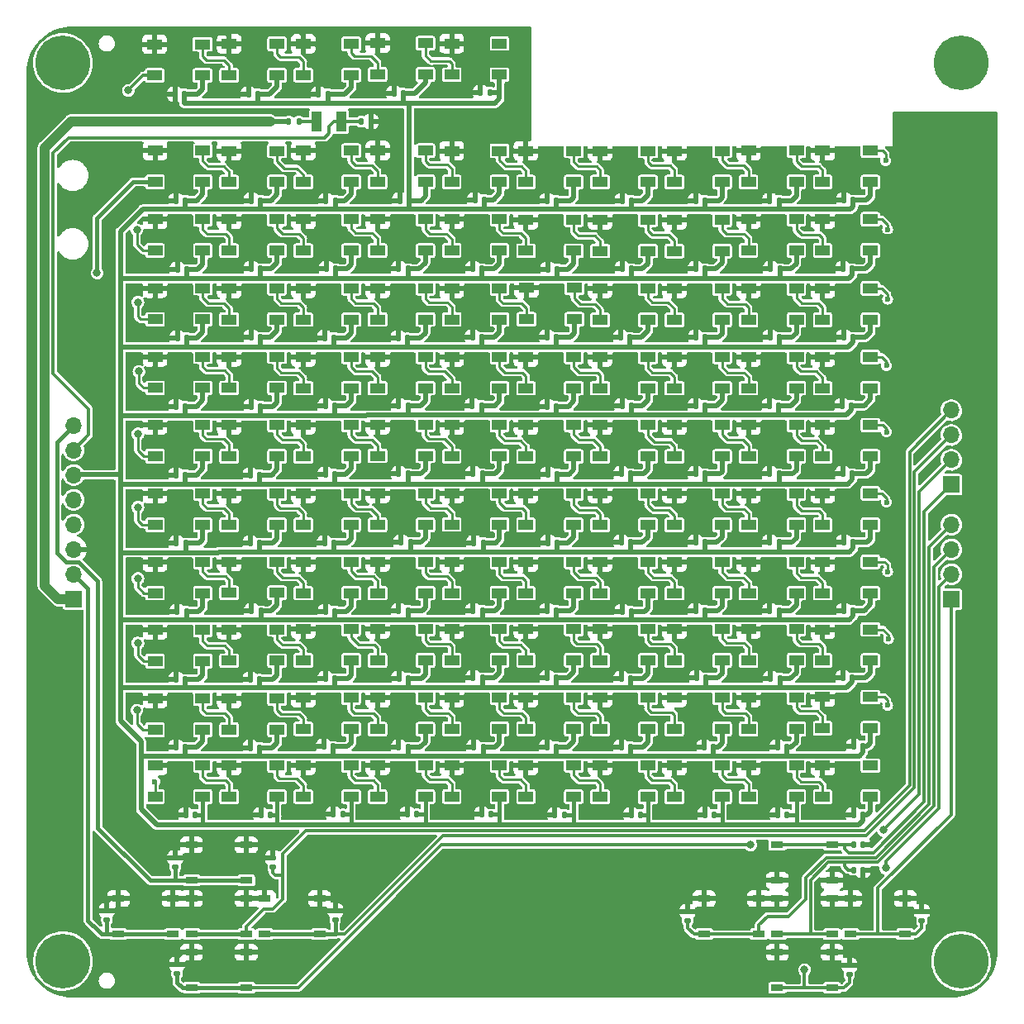
<source format=gtl>
G04 #@! TF.GenerationSoftware,KiCad,Pcbnew,6.0.2+dfsg-1*
G04 #@! TF.CreationDate,2023-06-12T23:51:06+02:00*
G04 #@! TF.ProjectId,Logic_0,4c6f6769-635f-4302-9e6b-696361645f70,rev?*
G04 #@! TF.SameCoordinates,Original*
G04 #@! TF.FileFunction,Copper,L1,Top*
G04 #@! TF.FilePolarity,Positive*
%FSLAX46Y46*%
G04 Gerber Fmt 4.6, Leading zero omitted, Abs format (unit mm)*
G04 Created by KiCad (PCBNEW 6.0.2+dfsg-1) date 2023-06-12 23:51:06*
%MOMM*%
%LPD*%
G01*
G04 APERTURE LIST*
G04 Aperture macros list*
%AMRoundRect*
0 Rectangle with rounded corners*
0 $1 Rounding radius*
0 $2 $3 $4 $5 $6 $7 $8 $9 X,Y pos of 4 corners*
0 Add a 4 corners polygon primitive as box body*
4,1,4,$2,$3,$4,$5,$6,$7,$8,$9,$2,$3,0*
0 Add four circle primitives for the rounded corners*
1,1,$1+$1,$2,$3*
1,1,$1+$1,$4,$5*
1,1,$1+$1,$6,$7*
1,1,$1+$1,$8,$9*
0 Add four rect primitives between the rounded corners*
20,1,$1+$1,$2,$3,$4,$5,0*
20,1,$1+$1,$4,$5,$6,$7,0*
20,1,$1+$1,$6,$7,$8,$9,0*
20,1,$1+$1,$8,$9,$2,$3,0*%
G04 Aperture macros list end*
G04 #@! TA.AperFunction,SMDPad,CuDef*
%ADD10RoundRect,0.140000X0.140000X0.170000X-0.140000X0.170000X-0.140000X-0.170000X0.140000X-0.170000X0*%
G04 #@! TD*
G04 #@! TA.AperFunction,SMDPad,CuDef*
%ADD11RoundRect,0.140000X-0.170000X0.140000X-0.170000X-0.140000X0.170000X-0.140000X0.170000X0.140000X0*%
G04 #@! TD*
G04 #@! TA.AperFunction,SMDPad,CuDef*
%ADD12R,1.500000X1.000000*%
G04 #@! TD*
G04 #@! TA.AperFunction,SMDPad,CuDef*
%ADD13R,1.300000X0.700000*%
G04 #@! TD*
G04 #@! TA.AperFunction,SMDPad,CuDef*
%ADD14RoundRect,0.135000X-0.135000X-0.185000X0.135000X-0.185000X0.135000X0.185000X-0.135000X0.185000X0*%
G04 #@! TD*
G04 #@! TA.AperFunction,ComponentPad*
%ADD15C,5.600000*%
G04 #@! TD*
G04 #@! TA.AperFunction,SMDPad,CuDef*
%ADD16R,1.000000X2.100000*%
G04 #@! TD*
G04 #@! TA.AperFunction,ComponentPad*
%ADD17R,1.700000X1.700000*%
G04 #@! TD*
G04 #@! TA.AperFunction,ComponentPad*
%ADD18O,1.700000X1.700000*%
G04 #@! TD*
G04 #@! TA.AperFunction,ViaPad*
%ADD19C,0.800000*%
G04 #@! TD*
G04 #@! TA.AperFunction,ViaPad*
%ADD20C,0.600000*%
G04 #@! TD*
G04 #@! TA.AperFunction,Conductor*
%ADD21C,0.250000*%
G04 #@! TD*
G04 #@! TA.AperFunction,Conductor*
%ADD22C,0.300000*%
G04 #@! TD*
G04 #@! TA.AperFunction,Conductor*
%ADD23C,0.500000*%
G04 #@! TD*
G04 #@! TA.AperFunction,Conductor*
%ADD24C,0.400000*%
G04 #@! TD*
G04 #@! TA.AperFunction,Conductor*
%ADD25C,1.000000*%
G04 #@! TD*
G04 APERTURE END LIST*
D10*
G04 #@! TO.P,C8,1*
G04 #@! TO.N,/ovladaci_prvky.sch/V_LED_1*
X53960000Y-52190000D03*
G04 #@! TO.P,C8,2*
G04 #@! TO.N,/ovladaci_prvky.sch/GND*
X53000000Y-52190000D03*
G04 #@! TD*
D11*
G04 #@! TO.P,C11,1*
G04 #@! TO.N,/ovladaci_prvky.sch/GND*
X55505000Y-130430000D03*
G04 #@! TO.P,C11,2*
G04 #@! TO.N,/ovladaci_prvky.sch/SW_2*
X55505000Y-131390000D03*
G04 #@! TD*
G04 #@! TO.P,C12,1*
G04 #@! TO.N,/ovladaci_prvky.sch/GND*
X61900000Y-135820000D03*
G04 #@! TO.P,C12,2*
G04 #@! TO.N,/ovladaci_prvky.sch/SW_3*
X61900000Y-136780000D03*
G04 #@! TD*
G04 #@! TO.P,C13,1*
G04 #@! TO.N,/ovladaci_prvky.sch/GND*
X97990000Y-135915000D03*
G04 #@! TO.P,C13,2*
G04 #@! TO.N,/ovladaci_prvky.sch/SW_4*
X97990000Y-136875000D03*
G04 #@! TD*
G04 #@! TO.P,C14,1*
G04 #@! TO.N,/ovladaci_prvky.sch/GND*
X121995000Y-135920000D03*
G04 #@! TO.P,C14,2*
G04 #@! TO.N,/ovladaci_prvky.sch/SW_5*
X121995000Y-136880000D03*
G04 #@! TD*
G04 #@! TO.P,C17,1*
G04 #@! TO.N,/ovladaci_prvky.sch/GND*
X45680000Y-141320000D03*
G04 #@! TO.P,C17,2*
G04 #@! TO.N,/ovladaci_prvky.sch/SW_8*
X45680000Y-142280000D03*
G04 #@! TD*
G04 #@! TO.P,C18,1*
G04 #@! TO.N,/ovladaci_prvky.sch/GND*
X114560000Y-141415000D03*
G04 #@! TO.P,C18,2*
G04 #@! TO.N,/ovladaci_prvky.sch/SW_9*
X114560000Y-142375000D03*
G04 #@! TD*
D10*
G04 #@! TO.P,C19,1*
G04 #@! TO.N,/ovladaci_prvky.sch/GND*
X115940000Y-131680000D03*
G04 #@! TO.P,C19,2*
G04 #@! TO.N,/ovladaci_prvky.sch/SW_10*
X114980000Y-131680000D03*
G04 #@! TD*
G04 #@! TO.P,C20,1*
G04 #@! TO.N,/ovladaci_prvky.sch/GND*
X115940000Y-129100000D03*
G04 #@! TO.P,C20,2*
G04 #@! TO.N,/ovladaci_prvky.sch/SW_11*
X114980000Y-129100000D03*
G04 #@! TD*
D12*
G04 #@! TO.P,D5,1,VDD*
G04 #@! TO.N,/ovladaci_prvky.sch/V_LED_1*
X63530000Y-50226000D03*
G04 #@! TO.P,D5,2,DOUT*
G04 #@! TO.N,Net-(D5-Pad2)*
X63530000Y-47026000D03*
G04 #@! TO.P,D5,3,VSS*
G04 #@! TO.N,/ovladaci_prvky.sch/GND*
X58630000Y-47026000D03*
G04 #@! TO.P,D5,4,DIN*
G04 #@! TO.N,Net-(D4-Pad2)*
X58630000Y-50226000D03*
G04 #@! TD*
G04 #@! TO.P,D6,1,VDD*
G04 #@! TO.N,/ovladaci_prvky.sch/V_LED_1*
X71130000Y-50176000D03*
G04 #@! TO.P,D6,2,DOUT*
G04 #@! TO.N,Net-(D113-Pad4)*
X71130000Y-46976000D03*
G04 #@! TO.P,D6,3,VSS*
G04 #@! TO.N,/ovladaci_prvky.sch/GND*
X66230000Y-46976000D03*
G04 #@! TO.P,D6,4,DIN*
G04 #@! TO.N,Net-(D5-Pad2)*
X66230000Y-50176000D03*
G04 #@! TD*
D13*
G04 #@! TO.P,SW2,1,1*
G04 #@! TO.N,/ovladaci_prvky.sch/SW_2*
X52780000Y-138250000D03*
X47180000Y-138250000D03*
G04 #@! TO.P,SW2,2,2*
G04 #@! TO.N,/ovladaci_prvky.sch/GND*
X47180000Y-134600000D03*
X52780000Y-134600000D03*
G04 #@! TD*
G04 #@! TO.P,SW8,1,1*
G04 #@! TO.N,/ovladaci_prvky.sch/SW_8*
X52780000Y-143750000D03*
X47180000Y-143750000D03*
G04 #@! TO.P,SW8,2,2*
G04 #@! TO.N,/ovladaci_prvky.sch/GND*
X47180000Y-140100000D03*
X52780000Y-140100000D03*
G04 #@! TD*
D10*
G04 #@! TO.P,C9,1*
G04 #@! TO.N,/ovladaci_prvky.sch/V_LED_1*
X61140000Y-52190000D03*
G04 #@! TO.P,C9,2*
G04 #@! TO.N,/ovladaci_prvky.sch/GND*
X60180000Y-52190000D03*
G04 #@! TD*
D12*
G04 #@! TO.P,D3,1,VDD*
G04 #@! TO.N,/ovladaci_prvky.sch/V_LED_1*
X48304000Y-50276000D03*
G04 #@! TO.P,D3,2,DOUT*
G04 #@! TO.N,Net-(D3-Pad2)*
X48304000Y-47076000D03*
G04 #@! TO.P,D3,3,VSS*
G04 #@! TO.N,/ovladaci_prvky.sch/GND*
X43404000Y-47076000D03*
G04 #@! TO.P,D3,4,DIN*
G04 #@! TO.N,/ovladaci_prvky.sch/DATA_ZADANI_LED*
X43404000Y-50276000D03*
G04 #@! TD*
D10*
G04 #@! TO.P,C10,1*
G04 #@! TO.N,/ovladaci_prvky.sch/V_LED_1*
X68860000Y-52110000D03*
G04 #@! TO.P,C10,2*
G04 #@! TO.N,/ovladaci_prvky.sch/GND*
X67900000Y-52110000D03*
G04 #@! TD*
D12*
G04 #@! TO.P,D4,1,VDD*
G04 #@! TO.N,/ovladaci_prvky.sch/V_LED_1*
X55930000Y-50246000D03*
G04 #@! TO.P,D4,2,DOUT*
G04 #@! TO.N,Net-(D4-Pad2)*
X55930000Y-47046000D03*
G04 #@! TO.P,D4,3,VSS*
G04 #@! TO.N,/ovladaci_prvky.sch/GND*
X51030000Y-47046000D03*
G04 #@! TO.P,D4,4,DIN*
G04 #@! TO.N,Net-(D3-Pad2)*
X51030000Y-50246000D03*
G04 #@! TD*
D10*
G04 #@! TO.P,C7,1*
G04 #@! TO.N,/ovladaci_prvky.sch/V_LED_1*
X46420000Y-52190000D03*
G04 #@! TO.P,C7,2*
G04 #@! TO.N,/ovladaci_prvky.sch/GND*
X45460000Y-52190000D03*
G04 #@! TD*
D13*
G04 #@! TO.P,SW10,1,1*
G04 #@! TO.N,/ovladaci_prvky.sch/SW_10*
X107180000Y-138250000D03*
X112780000Y-138250000D03*
G04 #@! TO.P,SW10,2,2*
G04 #@! TO.N,/ovladaci_prvky.sch/GND*
X112780000Y-134600000D03*
X107180000Y-134600000D03*
G04 #@! TD*
G04 #@! TO.P,SW4,1,1*
G04 #@! TO.N,/ovladaci_prvky.sch/SW_4*
X105280000Y-138250000D03*
X99680000Y-138250000D03*
G04 #@! TO.P,SW4,2,2*
G04 #@! TO.N,/ovladaci_prvky.sch/GND*
X105280000Y-134600000D03*
X99680000Y-134600000D03*
G04 #@! TD*
D14*
G04 #@! TO.P,R5,1*
G04 #@! TO.N,/ovladaci_prvky.sch/3V3*
X57140000Y-55000000D03*
G04 #@! TO.P,R5,2*
G04 #@! TO.N,Net-(Q3-Pad1)*
X58160000Y-55000000D03*
G04 #@! TD*
G04 #@! TO.P,R13,1*
G04 #@! TO.N,/ovladaci_prvky.sch/SENZOR_SVETLA*
X64540000Y-55000000D03*
G04 #@! TO.P,R13,2*
G04 #@! TO.N,/ovladaci_prvky.sch/GND*
X65560000Y-55000000D03*
G04 #@! TD*
D13*
G04 #@! TO.P,SW11,1,1*
G04 #@! TO.N,/ovladaci_prvky.sch/SW_11*
X112780000Y-129100000D03*
X107180000Y-129100000D03*
G04 #@! TO.P,SW11,2,2*
G04 #@! TO.N,/ovladaci_prvky.sch/GND*
X107180000Y-132750000D03*
X112780000Y-132750000D03*
G04 #@! TD*
D10*
G04 #@! TO.P,C31,1*
G04 #@! TO.N,/ovladaci_prvky.sch/V_LED_1*
X46560000Y-63100000D03*
G04 #@! TO.P,C31,2*
G04 #@! TO.N,/ovladaci_prvky.sch/GND*
X45600000Y-63100000D03*
G04 #@! TD*
G04 #@! TO.P,C32,1*
G04 #@! TO.N,/ovladaci_prvky.sch/V_LED_1*
X54260000Y-63080000D03*
G04 #@! TO.P,C32,2*
G04 #@! TO.N,/ovladaci_prvky.sch/GND*
X53300000Y-63080000D03*
G04 #@! TD*
G04 #@! TO.P,C33,1*
G04 #@! TO.N,/ovladaci_prvky.sch/V_LED_1*
X61900000Y-63110000D03*
G04 #@! TO.P,C33,2*
G04 #@! TO.N,/ovladaci_prvky.sch/GND*
X60940000Y-63110000D03*
G04 #@! TD*
D12*
G04 #@! TO.P,D14,1,VDD*
G04 #@! TO.N,/ovladaci_prvky.sch/V_LED_1*
X63530000Y-61183000D03*
G04 #@! TO.P,D14,2,DOUT*
G04 #@! TO.N,Net-(D14-Pad2)*
X63530000Y-57983000D03*
G04 #@! TO.P,D14,3,VSS*
G04 #@! TO.N,/ovladaci_prvky.sch/GND*
X58630000Y-57983000D03*
G04 #@! TO.P,D14,4,DIN*
G04 #@! TO.N,Net-(D13-Pad2)*
X58630000Y-61183000D03*
G04 #@! TD*
D10*
G04 #@! TO.P,C34,1*
G04 #@! TO.N,/ovladaci_prvky.sch/V_LED_1*
X69460000Y-63080000D03*
G04 #@! TO.P,C34,2*
G04 #@! TO.N,/ovladaci_prvky.sch/GND*
X68500000Y-63080000D03*
G04 #@! TD*
D12*
G04 #@! TO.P,D13,1,VDD*
G04 #@! TO.N,/ovladaci_prvky.sch/V_LED_1*
X55930000Y-61200000D03*
G04 #@! TO.P,D13,2,DOUT*
G04 #@! TO.N,Net-(D13-Pad2)*
X55930000Y-58000000D03*
G04 #@! TO.P,D13,3,VSS*
G04 #@! TO.N,/ovladaci_prvky.sch/GND*
X51030000Y-58000000D03*
G04 #@! TO.P,D13,4,DIN*
G04 #@! TO.N,Net-(D12-Pad2)*
X51030000Y-61200000D03*
G04 #@! TD*
G04 #@! TO.P,D15,1,VDD*
G04 #@! TO.N,/ovladaci_prvky.sch/V_LED_1*
X71130000Y-61183000D03*
G04 #@! TO.P,D15,2,DOUT*
G04 #@! TO.N,Net-(D15-Pad2)*
X71130000Y-57983000D03*
G04 #@! TO.P,D15,3,VSS*
G04 #@! TO.N,/ovladaci_prvky.sch/GND*
X66230000Y-57983000D03*
G04 #@! TO.P,D15,4,DIN*
G04 #@! TO.N,Net-(D14-Pad2)*
X66230000Y-61183000D03*
G04 #@! TD*
G04 #@! TO.P,D12,1,VDD*
G04 #@! TO.N,/ovladaci_prvky.sch/V_LED_1*
X48337000Y-61183000D03*
G04 #@! TO.P,D12,2,DOUT*
G04 #@! TO.N,Net-(D12-Pad2)*
X48337000Y-57983000D03*
G04 #@! TO.P,D12,3,VSS*
G04 #@! TO.N,/ovladaci_prvky.sch/GND*
X43437000Y-57983000D03*
G04 #@! TO.P,D12,4,DIN*
G04 #@! TO.N,/ovladaci_prvky.sch/DATA_HERNI_LED*
X43437000Y-61183000D03*
G04 #@! TD*
G04 #@! TO.P,D110,1,VDD*
G04 #@! TO.N,/ovladaci_prvky.sch/V_LED_1*
X101530000Y-124180000D03*
G04 #@! TO.P,D110,2,DOUT*
G04 #@! TO.N,Net-(D110-Pad2)*
X101530000Y-120980000D03*
G04 #@! TO.P,D110,3,VSS*
G04 #@! TO.N,/ovladaci_prvky.sch/GND*
X96630000Y-120980000D03*
G04 #@! TO.P,D110,4,DIN*
G04 #@! TO.N,Net-(D109-Pad2)*
X96630000Y-124180000D03*
G04 #@! TD*
G04 #@! TO.P,D111,1,VDD*
G04 #@! TO.N,/ovladaci_prvky.sch/V_LED_1*
X109130000Y-124180000D03*
G04 #@! TO.P,D111,2,DOUT*
G04 #@! TO.N,Net-(D111-Pad2)*
X109130000Y-120980000D03*
G04 #@! TO.P,D111,3,VSS*
G04 #@! TO.N,/ovladaci_prvky.sch/GND*
X104230000Y-120980000D03*
G04 #@! TO.P,D111,4,DIN*
G04 #@! TO.N,Net-(D110-Pad2)*
X104230000Y-124180000D03*
G04 #@! TD*
G04 #@! TO.P,D108,1,VDD*
G04 #@! TO.N,/ovladaci_prvky.sch/V_LED_1*
X86330000Y-124140000D03*
G04 #@! TO.P,D108,2,DOUT*
G04 #@! TO.N,Net-(D108-Pad2)*
X86330000Y-120940000D03*
G04 #@! TO.P,D108,3,VSS*
G04 #@! TO.N,/ovladaci_prvky.sch/GND*
X81430000Y-120940000D03*
G04 #@! TO.P,D108,4,DIN*
G04 #@! TO.N,/ovladaci_prvky.sch/herni_pole_LED.sch/19.sch/DATA_OUT*
X81430000Y-124140000D03*
G04 #@! TD*
G04 #@! TO.P,D105,1,VDD*
G04 #@! TO.N,/ovladaci_prvky.sch/V_LED_1*
X63530000Y-124140000D03*
G04 #@! TO.P,D105,2,DOUT*
G04 #@! TO.N,Net-(D105-Pad2)*
X63530000Y-120940000D03*
G04 #@! TO.P,D105,3,VSS*
G04 #@! TO.N,/ovladaci_prvky.sch/GND*
X58630000Y-120940000D03*
G04 #@! TO.P,D105,4,DIN*
G04 #@! TO.N,Net-(D104-Pad2)*
X58630000Y-124140000D03*
G04 #@! TD*
G04 #@! TO.P,D106,1,VDD*
G04 #@! TO.N,/ovladaci_prvky.sch/V_LED_1*
X71130000Y-124140000D03*
G04 #@! TO.P,D106,2,DOUT*
G04 #@! TO.N,Net-(D106-Pad2)*
X71130000Y-120940000D03*
G04 #@! TO.P,D106,3,VSS*
G04 #@! TO.N,/ovladaci_prvky.sch/GND*
X66230000Y-120940000D03*
G04 #@! TO.P,D106,4,DIN*
G04 #@! TO.N,Net-(D105-Pad2)*
X66230000Y-124140000D03*
G04 #@! TD*
G04 #@! TO.P,D107,1,VDD*
G04 #@! TO.N,/ovladaci_prvky.sch/V_LED_1*
X78730000Y-124140000D03*
G04 #@! TO.P,D107,2,DOUT*
G04 #@! TO.N,/ovladaci_prvky.sch/herni_pole_LED.sch/19.sch/DATA_OUT*
X78730000Y-120940000D03*
G04 #@! TO.P,D107,3,VSS*
G04 #@! TO.N,/ovladaci_prvky.sch/GND*
X73830000Y-120940000D03*
G04 #@! TO.P,D107,4,DIN*
G04 #@! TO.N,Net-(D106-Pad2)*
X73830000Y-124140000D03*
G04 #@! TD*
G04 #@! TO.P,D109,1,VDD*
G04 #@! TO.N,/ovladaci_prvky.sch/V_LED_1*
X93930000Y-124160000D03*
G04 #@! TO.P,D109,2,DOUT*
G04 #@! TO.N,Net-(D109-Pad2)*
X93930000Y-120960000D03*
G04 #@! TO.P,D109,3,VSS*
G04 #@! TO.N,/ovladaci_prvky.sch/GND*
X89030000Y-120960000D03*
G04 #@! TO.P,D109,4,DIN*
G04 #@! TO.N,Net-(D108-Pad2)*
X89030000Y-124160000D03*
G04 #@! TD*
G04 #@! TO.P,D112,1,VDD*
G04 #@! TO.N,/ovladaci_prvky.sch/V_LED_1*
X116730000Y-124180000D03*
G04 #@! TO.P,D112,2,DOUT*
G04 #@! TO.N,/ovladaci_prvky.sch/herni_pole_LED.sch/20.sch/DATA_OUT*
X116730000Y-120980000D03*
G04 #@! TO.P,D112,3,VSS*
G04 #@! TO.N,/ovladaci_prvky.sch/GND*
X111830000Y-120980000D03*
G04 #@! TO.P,D112,4,DIN*
G04 #@! TO.N,Net-(D111-Pad2)*
X111830000Y-124180000D03*
G04 #@! TD*
D10*
G04 #@! TO.P,C21,1*
G04 #@! TO.N,/ovladaci_prvky.sch/V_LED_1*
X114960000Y-63060000D03*
G04 #@! TO.P,C21,2*
G04 #@! TO.N,/ovladaci_prvky.sch/GND*
X114000000Y-63060000D03*
G04 #@! TD*
G04 #@! TO.P,C15,1*
G04 #@! TO.N,/ovladaci_prvky.sch/V_LED_1*
X99760000Y-63100000D03*
G04 #@! TO.P,C15,2*
G04 #@! TO.N,/ovladaci_prvky.sch/GND*
X98800000Y-63100000D03*
G04 #@! TD*
G04 #@! TO.P,C6,1*
G04 #@! TO.N,/ovladaci_prvky.sch/V_LED_1*
X92260000Y-63100000D03*
G04 #@! TO.P,C6,2*
G04 #@! TO.N,/ovladaci_prvky.sch/GND*
X91300000Y-63100000D03*
G04 #@! TD*
G04 #@! TO.P,C42,1*
G04 #@! TO.N,/ovladaci_prvky.sch/V_LED_1*
X99760000Y-70100000D03*
G04 #@! TO.P,C42,2*
G04 #@! TO.N,/ovladaci_prvky.sch/GND*
X98800000Y-70100000D03*
G04 #@! TD*
G04 #@! TO.P,C35,1*
G04 #@! TO.N,/ovladaci_prvky.sch/V_LED_1*
X46680000Y-70180000D03*
G04 #@! TO.P,C35,2*
G04 #@! TO.N,/ovladaci_prvky.sch/GND*
X45720000Y-70180000D03*
G04 #@! TD*
G04 #@! TO.P,C44,1*
G04 #@! TO.N,/ovladaci_prvky.sch/V_LED_1*
X114860000Y-70100000D03*
G04 #@! TO.P,C44,2*
G04 #@! TO.N,/ovladaci_prvky.sch/GND*
X113900000Y-70100000D03*
G04 #@! TD*
G04 #@! TO.P,C37,1*
G04 #@! TO.N,/ovladaci_prvky.sch/V_LED_1*
X61960000Y-70100000D03*
G04 #@! TO.P,C37,2*
G04 #@! TO.N,/ovladaci_prvky.sch/GND*
X61000000Y-70100000D03*
G04 #@! TD*
G04 #@! TO.P,C39,1*
G04 #@! TO.N,/ovladaci_prvky.sch/V_LED_1*
X76940000Y-70100000D03*
G04 #@! TO.P,C39,2*
G04 #@! TO.N,/ovladaci_prvky.sch/GND*
X75980000Y-70100000D03*
G04 #@! TD*
G04 #@! TO.P,C40,1*
G04 #@! TO.N,/ovladaci_prvky.sch/V_LED_1*
X84660000Y-70130000D03*
G04 #@! TO.P,C40,2*
G04 #@! TO.N,/ovladaci_prvky.sch/GND*
X83700000Y-70130000D03*
G04 #@! TD*
G04 #@! TO.P,C50,1*
G04 #@! TO.N,/ovladaci_prvky.sch/V_LED_1*
X84540000Y-77100000D03*
G04 #@! TO.P,C50,2*
G04 #@! TO.N,/ovladaci_prvky.sch/GND*
X83580000Y-77100000D03*
G04 #@! TD*
G04 #@! TO.P,C41,1*
G04 #@! TO.N,/ovladaci_prvky.sch/V_LED_1*
X92260000Y-70100000D03*
G04 #@! TO.P,C41,2*
G04 #@! TO.N,/ovladaci_prvky.sch/GND*
X91300000Y-70100000D03*
G04 #@! TD*
G04 #@! TO.P,C49,1*
G04 #@! TO.N,/ovladaci_prvky.sch/V_LED_1*
X76910000Y-77100000D03*
G04 #@! TO.P,C49,2*
G04 #@! TO.N,/ovladaci_prvky.sch/GND*
X75950000Y-77100000D03*
G04 #@! TD*
G04 #@! TO.P,C3,1*
G04 #@! TO.N,/ovladaci_prvky.sch/V_LED_1*
X84560000Y-63100000D03*
G04 #@! TO.P,C3,2*
G04 #@! TO.N,/ovladaci_prvky.sch/GND*
X83600000Y-63100000D03*
G04 #@! TD*
G04 #@! TO.P,C36,1*
G04 #@! TO.N,/ovladaci_prvky.sch/V_LED_1*
X54260000Y-70080000D03*
G04 #@! TO.P,C36,2*
G04 #@! TO.N,/ovladaci_prvky.sch/GND*
X53300000Y-70080000D03*
G04 #@! TD*
G04 #@! TO.P,C38,1*
G04 #@! TO.N,/ovladaci_prvky.sch/V_LED_1*
X69360000Y-70100000D03*
G04 #@! TO.P,C38,2*
G04 #@! TO.N,/ovladaci_prvky.sch/GND*
X68400000Y-70100000D03*
G04 #@! TD*
G04 #@! TO.P,C46,1*
G04 #@! TO.N,/ovladaci_prvky.sch/V_LED_1*
X54260000Y-77100000D03*
G04 #@! TO.P,C46,2*
G04 #@! TO.N,/ovladaci_prvky.sch/GND*
X53300000Y-77100000D03*
G04 #@! TD*
G04 #@! TO.P,C47,1*
G04 #@! TO.N,/ovladaci_prvky.sch/V_LED_1*
X61770000Y-77140000D03*
G04 #@! TO.P,C47,2*
G04 #@! TO.N,/ovladaci_prvky.sch/GND*
X60810000Y-77140000D03*
G04 #@! TD*
G04 #@! TO.P,C48,1*
G04 #@! TO.N,/ovladaci_prvky.sch/V_LED_1*
X69310000Y-77180000D03*
G04 #@! TO.P,C48,2*
G04 #@! TO.N,/ovladaci_prvky.sch/GND*
X68350000Y-77180000D03*
G04 #@! TD*
G04 #@! TO.P,C2,1*
G04 #@! TO.N,/ovladaci_prvky.sch/V_LED_1*
X77160000Y-63020000D03*
G04 #@! TO.P,C2,2*
G04 #@! TO.N,/ovladaci_prvky.sch/GND*
X76200000Y-63020000D03*
G04 #@! TD*
G04 #@! TO.P,C16,1*
G04 #@! TO.N,/ovladaci_prvky.sch/V_LED_1*
X107360000Y-63090000D03*
G04 #@! TO.P,C16,2*
G04 #@! TO.N,/ovladaci_prvky.sch/GND*
X106400000Y-63090000D03*
G04 #@! TD*
G04 #@! TO.P,C45,1*
G04 #@! TO.N,/ovladaci_prvky.sch/V_LED_1*
X46680000Y-77160000D03*
G04 #@! TO.P,C45,2*
G04 #@! TO.N,/ovladaci_prvky.sch/GND*
X45720000Y-77160000D03*
G04 #@! TD*
G04 #@! TO.P,C43,1*
G04 #@! TO.N,/ovladaci_prvky.sch/V_LED_1*
X107460000Y-70100000D03*
G04 #@! TO.P,C43,2*
G04 #@! TO.N,/ovladaci_prvky.sch/GND*
X106500000Y-70100000D03*
G04 #@! TD*
G04 #@! TO.P,C76,1*
G04 #@! TO.N,/ovladaci_prvky.sch/V_LED_1*
X54160000Y-98200000D03*
G04 #@! TO.P,C76,2*
G04 #@! TO.N,/ovladaci_prvky.sch/GND*
X53200000Y-98200000D03*
G04 #@! TD*
G04 #@! TO.P,C70,1*
G04 #@! TO.N,/ovladaci_prvky.sch/V_LED_1*
X84660000Y-91130000D03*
G04 #@! TO.P,C70,2*
G04 #@! TO.N,/ovladaci_prvky.sch/GND*
X83700000Y-91130000D03*
G04 #@! TD*
G04 #@! TO.P,C67,1*
G04 #@! TO.N,/ovladaci_prvky.sch/V_LED_1*
X61840000Y-91140000D03*
G04 #@! TO.P,C67,2*
G04 #@! TO.N,/ovladaci_prvky.sch/GND*
X60880000Y-91140000D03*
G04 #@! TD*
G04 #@! TO.P,C69,1*
G04 #@! TO.N,/ovladaci_prvky.sch/V_LED_1*
X76960000Y-91100000D03*
G04 #@! TO.P,C69,2*
G04 #@! TO.N,/ovladaci_prvky.sch/GND*
X76000000Y-91100000D03*
G04 #@! TD*
G04 #@! TO.P,C79,1*
G04 #@! TO.N,/ovladaci_prvky.sch/V_LED_1*
X77060000Y-98140000D03*
G04 #@! TO.P,C79,2*
G04 #@! TO.N,/ovladaci_prvky.sch/GND*
X76100000Y-98140000D03*
G04 #@! TD*
G04 #@! TO.P,C84,1*
G04 #@! TO.N,/ovladaci_prvky.sch/V_LED_1*
X114960000Y-98100000D03*
G04 #@! TO.P,C84,2*
G04 #@! TO.N,/ovladaci_prvky.sch/GND*
X114000000Y-98100000D03*
G04 #@! TD*
G04 #@! TO.P,C81,1*
G04 #@! TO.N,/ovladaci_prvky.sch/V_LED_1*
X92160000Y-98100000D03*
G04 #@! TO.P,C81,2*
G04 #@! TO.N,/ovladaci_prvky.sch/GND*
X91200000Y-98100000D03*
G04 #@! TD*
G04 #@! TO.P,C83,1*
G04 #@! TO.N,/ovladaci_prvky.sch/V_LED_1*
X107360000Y-98100000D03*
G04 #@! TO.P,C83,2*
G04 #@! TO.N,/ovladaci_prvky.sch/GND*
X106400000Y-98100000D03*
G04 #@! TD*
G04 #@! TO.P,C86,1*
G04 #@! TO.N,/ovladaci_prvky.sch/V_LED_1*
X54280000Y-105150000D03*
G04 #@! TO.P,C86,2*
G04 #@! TO.N,/ovladaci_prvky.sch/GND*
X53320000Y-105150000D03*
G04 #@! TD*
G04 #@! TO.P,C72,1*
G04 #@! TO.N,/ovladaci_prvky.sch/V_LED_1*
X99760000Y-91100000D03*
G04 #@! TO.P,C72,2*
G04 #@! TO.N,/ovladaci_prvky.sch/GND*
X98800000Y-91100000D03*
G04 #@! TD*
G04 #@! TO.P,C68,1*
G04 #@! TO.N,/ovladaci_prvky.sch/V_LED_1*
X69360000Y-91100000D03*
G04 #@! TO.P,C68,2*
G04 #@! TO.N,/ovladaci_prvky.sch/GND*
X68400000Y-91100000D03*
G04 #@! TD*
G04 #@! TO.P,C80,1*
G04 #@! TO.N,/ovladaci_prvky.sch/V_LED_1*
X84660000Y-98130000D03*
G04 #@! TO.P,C80,2*
G04 #@! TO.N,/ovladaci_prvky.sch/GND*
X83700000Y-98130000D03*
G04 #@! TD*
G04 #@! TO.P,C62,1*
G04 #@! TO.N,/ovladaci_prvky.sch/V_LED_1*
X99760000Y-84100000D03*
G04 #@! TO.P,C62,2*
G04 #@! TO.N,/ovladaci_prvky.sch/GND*
X98800000Y-84100000D03*
G04 #@! TD*
G04 #@! TO.P,C61,1*
G04 #@! TO.N,/ovladaci_prvky.sch/V_LED_1*
X92240000Y-84100000D03*
G04 #@! TO.P,C61,2*
G04 #@! TO.N,/ovladaci_prvky.sch/GND*
X91280000Y-84100000D03*
G04 #@! TD*
G04 #@! TO.P,C51,1*
G04 #@! TO.N,/ovladaci_prvky.sch/V_LED_1*
X92100000Y-77130000D03*
G04 #@! TO.P,C51,2*
G04 #@! TO.N,/ovladaci_prvky.sch/GND*
X91140000Y-77130000D03*
G04 #@! TD*
G04 #@! TO.P,C52,1*
G04 #@! TO.N,/ovladaci_prvky.sch/V_LED_1*
X99790000Y-77120000D03*
G04 #@! TO.P,C52,2*
G04 #@! TO.N,/ovladaci_prvky.sch/GND*
X98830000Y-77120000D03*
G04 #@! TD*
G04 #@! TO.P,C53,1*
G04 #@! TO.N,/ovladaci_prvky.sch/V_LED_1*
X107410000Y-77100000D03*
G04 #@! TO.P,C53,2*
G04 #@! TO.N,/ovladaci_prvky.sch/GND*
X106450000Y-77100000D03*
G04 #@! TD*
G04 #@! TO.P,C54,1*
G04 #@! TO.N,/ovladaci_prvky.sch/V_LED_1*
X114960000Y-77100000D03*
G04 #@! TO.P,C54,2*
G04 #@! TO.N,/ovladaci_prvky.sch/GND*
X114000000Y-77100000D03*
G04 #@! TD*
G04 #@! TO.P,C66,1*
G04 #@! TO.N,/ovladaci_prvky.sch/V_LED_1*
X54160000Y-91200000D03*
G04 #@! TO.P,C66,2*
G04 #@! TO.N,/ovladaci_prvky.sch/GND*
X53200000Y-91200000D03*
G04 #@! TD*
G04 #@! TO.P,C78,1*
G04 #@! TO.N,/ovladaci_prvky.sch/V_LED_1*
X69590000Y-98120000D03*
G04 #@! TO.P,C78,2*
G04 #@! TO.N,/ovladaci_prvky.sch/GND*
X68630000Y-98120000D03*
G04 #@! TD*
G04 #@! TO.P,C73,1*
G04 #@! TO.N,/ovladaci_prvky.sch/V_LED_1*
X107360000Y-91100000D03*
G04 #@! TO.P,C73,2*
G04 #@! TO.N,/ovladaci_prvky.sch/GND*
X106400000Y-91100000D03*
G04 #@! TD*
G04 #@! TO.P,C74,1*
G04 #@! TO.N,/ovladaci_prvky.sch/V_LED_1*
X114840000Y-91100000D03*
G04 #@! TO.P,C74,2*
G04 #@! TO.N,/ovladaci_prvky.sch/GND*
X113880000Y-91100000D03*
G04 #@! TD*
G04 #@! TO.P,C85,1*
G04 #@! TO.N,/ovladaci_prvky.sch/V_LED_1*
X46660000Y-105200000D03*
G04 #@! TO.P,C85,2*
G04 #@! TO.N,/ovladaci_prvky.sch/GND*
X45700000Y-105200000D03*
G04 #@! TD*
G04 #@! TO.P,C75,1*
G04 #@! TO.N,/ovladaci_prvky.sch/V_LED_1*
X46580000Y-98200000D03*
G04 #@! TO.P,C75,2*
G04 #@! TO.N,/ovladaci_prvky.sch/GND*
X45620000Y-98200000D03*
G04 #@! TD*
G04 #@! TO.P,C77,1*
G04 #@! TO.N,/ovladaci_prvky.sch/V_LED_1*
X61760000Y-98200000D03*
G04 #@! TO.P,C77,2*
G04 #@! TO.N,/ovladaci_prvky.sch/GND*
X60800000Y-98200000D03*
G04 #@! TD*
G04 #@! TO.P,C55,1*
G04 #@! TO.N,/ovladaci_prvky.sch/V_LED_1*
X46560000Y-84200000D03*
G04 #@! TO.P,C55,2*
G04 #@! TO.N,/ovladaci_prvky.sch/GND*
X45600000Y-84200000D03*
G04 #@! TD*
G04 #@! TO.P,C56,1*
G04 #@! TO.N,/ovladaci_prvky.sch/V_LED_1*
X54260000Y-84190000D03*
G04 #@! TO.P,C56,2*
G04 #@! TO.N,/ovladaci_prvky.sch/GND*
X53300000Y-84190000D03*
G04 #@! TD*
G04 #@! TO.P,C58,1*
G04 #@! TO.N,/ovladaci_prvky.sch/V_LED_1*
X69360000Y-84100000D03*
G04 #@! TO.P,C58,2*
G04 #@! TO.N,/ovladaci_prvky.sch/GND*
X68400000Y-84100000D03*
G04 #@! TD*
G04 #@! TO.P,C59,1*
G04 #@! TO.N,/ovladaci_prvky.sch/V_LED_1*
X76880000Y-84100000D03*
G04 #@! TO.P,C59,2*
G04 #@! TO.N,/ovladaci_prvky.sch/GND*
X75920000Y-84100000D03*
G04 #@! TD*
G04 #@! TO.P,C63,1*
G04 #@! TO.N,/ovladaci_prvky.sch/V_LED_1*
X107340000Y-84100000D03*
G04 #@! TO.P,C63,2*
G04 #@! TO.N,/ovladaci_prvky.sch/GND*
X106380000Y-84100000D03*
G04 #@! TD*
G04 #@! TO.P,C57,1*
G04 #@! TO.N,/ovladaci_prvky.sch/V_LED_1*
X61840000Y-84150000D03*
G04 #@! TO.P,C57,2*
G04 #@! TO.N,/ovladaci_prvky.sch/GND*
X60880000Y-84150000D03*
G04 #@! TD*
G04 #@! TO.P,C60,1*
G04 #@! TO.N,/ovladaci_prvky.sch/V_LED_1*
X84560000Y-84200000D03*
G04 #@! TO.P,C60,2*
G04 #@! TO.N,/ovladaci_prvky.sch/GND*
X83600000Y-84200000D03*
G04 #@! TD*
G04 #@! TO.P,C64,1*
G04 #@! TO.N,/ovladaci_prvky.sch/V_LED_1*
X114780000Y-84090000D03*
G04 #@! TO.P,C64,2*
G04 #@! TO.N,/ovladaci_prvky.sch/GND*
X113820000Y-84090000D03*
G04 #@! TD*
G04 #@! TO.P,C65,1*
G04 #@! TO.N,/ovladaci_prvky.sch/V_LED_1*
X46560000Y-91200000D03*
G04 #@! TO.P,C65,2*
G04 #@! TO.N,/ovladaci_prvky.sch/GND*
X45600000Y-91200000D03*
G04 #@! TD*
G04 #@! TO.P,C71,1*
G04 #@! TO.N,/ovladaci_prvky.sch/V_LED_1*
X92160000Y-91100000D03*
G04 #@! TO.P,C71,2*
G04 #@! TO.N,/ovladaci_prvky.sch/GND*
X91200000Y-91100000D03*
G04 #@! TD*
G04 #@! TO.P,C82,1*
G04 #@! TO.N,/ovladaci_prvky.sch/V_LED_1*
X99760000Y-98100000D03*
G04 #@! TO.P,C82,2*
G04 #@! TO.N,/ovladaci_prvky.sch/GND*
X98800000Y-98100000D03*
G04 #@! TD*
G04 #@! TO.P,C88,1*
G04 #@! TO.N,/ovladaci_prvky.sch/V_LED_1*
X69360000Y-105100000D03*
G04 #@! TO.P,C88,2*
G04 #@! TO.N,/ovladaci_prvky.sch/GND*
X68400000Y-105100000D03*
G04 #@! TD*
G04 #@! TO.P,C95,1*
G04 #@! TO.N,/ovladaci_prvky.sch/V_LED_1*
X46560000Y-112170000D03*
G04 #@! TO.P,C95,2*
G04 #@! TO.N,/ovladaci_prvky.sch/GND*
X45600000Y-112170000D03*
G04 #@! TD*
G04 #@! TO.P,C103,1*
G04 #@! TO.N,/ovladaci_prvky.sch/V_LED_1*
X107460000Y-112050000D03*
G04 #@! TO.P,C103,2*
G04 #@! TO.N,/ovladaci_prvky.sch/GND*
X106500000Y-112050000D03*
G04 #@! TD*
G04 #@! TO.P,C97,1*
G04 #@! TO.N,/ovladaci_prvky.sch/V_LED_1*
X61840000Y-112080000D03*
G04 #@! TO.P,C97,2*
G04 #@! TO.N,/ovladaci_prvky.sch/GND*
X60880000Y-112080000D03*
G04 #@! TD*
G04 #@! TO.P,C100,1*
G04 #@! TO.N,/ovladaci_prvky.sch/V_LED_1*
X84560000Y-112000000D03*
G04 #@! TO.P,C100,2*
G04 #@! TO.N,/ovladaci_prvky.sch/GND*
X83600000Y-112000000D03*
G04 #@! TD*
G04 #@! TO.P,C104,1*
G04 #@! TO.N,/ovladaci_prvky.sch/V_LED_1*
X114860000Y-112000000D03*
G04 #@! TO.P,C104,2*
G04 #@! TO.N,/ovladaci_prvky.sch/GND*
X113900000Y-112000000D03*
G04 #@! TD*
G04 #@! TO.P,C92,1*
G04 #@! TO.N,/ovladaci_prvky.sch/V_LED_1*
X99760000Y-105100000D03*
G04 #@! TO.P,C92,2*
G04 #@! TO.N,/ovladaci_prvky.sch/GND*
X98800000Y-105100000D03*
G04 #@! TD*
G04 #@! TO.P,C96,1*
G04 #@! TO.N,/ovladaci_prvky.sch/V_LED_1*
X54160000Y-112150000D03*
G04 #@! TO.P,C96,2*
G04 #@! TO.N,/ovladaci_prvky.sch/GND*
X53200000Y-112150000D03*
G04 #@! TD*
G04 #@! TO.P,C101,1*
G04 #@! TO.N,/ovladaci_prvky.sch/V_LED_1*
X92160000Y-112080000D03*
G04 #@! TO.P,C101,2*
G04 #@! TO.N,/ovladaci_prvky.sch/GND*
X91200000Y-112080000D03*
G04 #@! TD*
G04 #@! TO.P,C91,1*
G04 #@! TO.N,/ovladaci_prvky.sch/V_LED_1*
X92260000Y-105200000D03*
G04 #@! TO.P,C91,2*
G04 #@! TO.N,/ovladaci_prvky.sch/GND*
X91300000Y-105200000D03*
G04 #@! TD*
G04 #@! TO.P,C87,1*
G04 #@! TO.N,/ovladaci_prvky.sch/V_LED_1*
X61860000Y-105170000D03*
G04 #@! TO.P,C87,2*
G04 #@! TO.N,/ovladaci_prvky.sch/GND*
X60900000Y-105170000D03*
G04 #@! TD*
G04 #@! TO.P,C93,1*
G04 #@! TO.N,/ovladaci_prvky.sch/V_LED_1*
X107360000Y-105100000D03*
G04 #@! TO.P,C93,2*
G04 #@! TO.N,/ovladaci_prvky.sch/GND*
X106400000Y-105100000D03*
G04 #@! TD*
G04 #@! TO.P,C94,1*
G04 #@! TO.N,/ovladaci_prvky.sch/V_LED_1*
X114960000Y-105100000D03*
G04 #@! TO.P,C94,2*
G04 #@! TO.N,/ovladaci_prvky.sch/GND*
X114000000Y-105100000D03*
G04 #@! TD*
G04 #@! TO.P,C102,1*
G04 #@! TO.N,/ovladaci_prvky.sch/V_LED_1*
X99880000Y-112000000D03*
G04 #@! TO.P,C102,2*
G04 #@! TO.N,/ovladaci_prvky.sch/GND*
X98920000Y-112000000D03*
G04 #@! TD*
G04 #@! TO.P,C89,1*
G04 #@! TO.N,/ovladaci_prvky.sch/V_LED_1*
X76960000Y-105100000D03*
G04 #@! TO.P,C89,2*
G04 #@! TO.N,/ovladaci_prvky.sch/GND*
X76000000Y-105100000D03*
G04 #@! TD*
G04 #@! TO.P,C90,1*
G04 #@! TO.N,/ovladaci_prvky.sch/V_LED_1*
X84560000Y-105100000D03*
G04 #@! TO.P,C90,2*
G04 #@! TO.N,/ovladaci_prvky.sch/GND*
X83600000Y-105100000D03*
G04 #@! TD*
G04 #@! TO.P,C98,1*
G04 #@! TO.N,/ovladaci_prvky.sch/V_LED_1*
X69380000Y-112040000D03*
G04 #@! TO.P,C98,2*
G04 #@! TO.N,/ovladaci_prvky.sch/GND*
X68420000Y-112040000D03*
G04 #@! TD*
G04 #@! TO.P,C99,1*
G04 #@! TO.N,/ovladaci_prvky.sch/V_LED_1*
X76980000Y-112000000D03*
G04 #@! TO.P,C99,2*
G04 #@! TO.N,/ovladaci_prvky.sch/GND*
X76020000Y-112000000D03*
G04 #@! TD*
G04 #@! TO.P,C113,1*
G04 #@! TO.N,/ovladaci_prvky.sch/V_LED_1*
X108160000Y-119080000D03*
G04 #@! TO.P,C113,2*
G04 #@! TO.N,/ovladaci_prvky.sch/GND*
X107200000Y-119080000D03*
G04 #@! TD*
G04 #@! TO.P,C112,1*
G04 #@! TO.N,/ovladaci_prvky.sch/V_LED_1*
X100640000Y-119080000D03*
G04 #@! TO.P,C112,2*
G04 #@! TO.N,/ovladaci_prvky.sch/GND*
X99680000Y-119080000D03*
G04 #@! TD*
G04 #@! TO.P,C115,1*
G04 #@! TO.N,/ovladaci_prvky.sch/V_LED_1*
X47560000Y-126000000D03*
G04 #@! TO.P,C115,2*
G04 #@! TO.N,/ovladaci_prvky.sch/GND*
X46600000Y-126000000D03*
G04 #@! TD*
G04 #@! TO.P,C108,1*
G04 #@! TO.N,/ovladaci_prvky.sch/V_LED_1*
X69360000Y-119100000D03*
G04 #@! TO.P,C108,2*
G04 #@! TO.N,/ovladaci_prvky.sch/GND*
X68400000Y-119100000D03*
G04 #@! TD*
G04 #@! TO.P,C111,1*
G04 #@! TO.N,/ovladaci_prvky.sch/V_LED_1*
X92160000Y-119070000D03*
G04 #@! TO.P,C111,2*
G04 #@! TO.N,/ovladaci_prvky.sch/GND*
X91200000Y-119070000D03*
G04 #@! TD*
G04 #@! TO.P,C116,1*
G04 #@! TO.N,/ovladaci_prvky.sch/V_LED_1*
X55240000Y-126000000D03*
G04 #@! TO.P,C116,2*
G04 #@! TO.N,/ovladaci_prvky.sch/GND*
X54280000Y-126000000D03*
G04 #@! TD*
G04 #@! TO.P,C117,1*
G04 #@! TO.N,/ovladaci_prvky.sch/V_LED_1*
X62660000Y-125950000D03*
G04 #@! TO.P,C117,2*
G04 #@! TO.N,/ovladaci_prvky.sch/GND*
X61700000Y-125950000D03*
G04 #@! TD*
G04 #@! TO.P,C105,1*
G04 #@! TO.N,/ovladaci_prvky.sch/V_LED_1*
X46560000Y-119100000D03*
G04 #@! TO.P,C105,2*
G04 #@! TO.N,/ovladaci_prvky.sch/GND*
X45600000Y-119100000D03*
G04 #@! TD*
G04 #@! TO.P,C106,1*
G04 #@! TO.N,/ovladaci_prvky.sch/V_LED_1*
X54180000Y-119130000D03*
G04 #@! TO.P,C106,2*
G04 #@! TO.N,/ovladaci_prvky.sch/GND*
X53220000Y-119130000D03*
G04 #@! TD*
G04 #@! TO.P,C110,1*
G04 #@! TO.N,/ovladaci_prvky.sch/V_LED_1*
X84540000Y-119070000D03*
G04 #@! TO.P,C110,2*
G04 #@! TO.N,/ovladaci_prvky.sch/GND*
X83580000Y-119070000D03*
G04 #@! TD*
G04 #@! TO.P,C118,1*
G04 #@! TO.N,/ovladaci_prvky.sch/V_LED_1*
X70260000Y-125950000D03*
G04 #@! TO.P,C118,2*
G04 #@! TO.N,/ovladaci_prvky.sch/GND*
X69300000Y-125950000D03*
G04 #@! TD*
G04 #@! TO.P,C114,1*
G04 #@! TO.N,/ovladaci_prvky.sch/V_LED_1*
X115960000Y-119000000D03*
G04 #@! TO.P,C114,2*
G04 #@! TO.N,/ovladaci_prvky.sch/GND*
X115000000Y-119000000D03*
G04 #@! TD*
G04 #@! TO.P,C119,1*
G04 #@! TO.N,/ovladaci_prvky.sch/V_LED_1*
X77860000Y-125980000D03*
G04 #@! TO.P,C119,2*
G04 #@! TO.N,/ovladaci_prvky.sch/GND*
X76900000Y-125980000D03*
G04 #@! TD*
G04 #@! TO.P,C122,1*
G04 #@! TO.N,/ovladaci_prvky.sch/V_LED_1*
X100730000Y-125990000D03*
G04 #@! TO.P,C122,2*
G04 #@! TO.N,/ovladaci_prvky.sch/GND*
X99770000Y-125990000D03*
G04 #@! TD*
G04 #@! TO.P,C107,1*
G04 #@! TO.N,/ovladaci_prvky.sch/V_LED_1*
X61680000Y-119040000D03*
G04 #@! TO.P,C107,2*
G04 #@! TO.N,/ovladaci_prvky.sch/GND*
X60720000Y-119040000D03*
G04 #@! TD*
G04 #@! TO.P,C120,1*
G04 #@! TO.N,/ovladaci_prvky.sch/V_LED_1*
X85360000Y-126000000D03*
G04 #@! TO.P,C120,2*
G04 #@! TO.N,/ovladaci_prvky.sch/GND*
X84400000Y-126000000D03*
G04 #@! TD*
G04 #@! TO.P,C121,1*
G04 #@! TO.N,/ovladaci_prvky.sch/V_LED_1*
X93160000Y-126000000D03*
G04 #@! TO.P,C121,2*
G04 #@! TO.N,/ovladaci_prvky.sch/GND*
X92200000Y-126000000D03*
G04 #@! TD*
G04 #@! TO.P,C109,1*
G04 #@! TO.N,/ovladaci_prvky.sch/V_LED_1*
X77060000Y-119100000D03*
G04 #@! TO.P,C109,2*
G04 #@! TO.N,/ovladaci_prvky.sch/GND*
X76100000Y-119100000D03*
G04 #@! TD*
D12*
G04 #@! TO.P,D26,1,VDD*
G04 #@! TO.N,/ovladaci_prvky.sch/V_LED_1*
X78730000Y-68200000D03*
G04 #@! TO.P,D26,2,DOUT*
G04 #@! TO.N,/ovladaci_prvky.sch/herni_pole_LED.sch/3.sch/DATA_OUT*
X78730000Y-65000000D03*
G04 #@! TO.P,D26,3,VSS*
G04 #@! TO.N,/ovladaci_prvky.sch/GND*
X73830000Y-65000000D03*
G04 #@! TO.P,D26,4,DIN*
G04 #@! TO.N,Net-(D25-Pad2)*
X73830000Y-68200000D03*
G04 #@! TD*
G04 #@! TO.P,D18,1,VDD*
G04 #@! TO.N,/ovladaci_prvky.sch/V_LED_1*
X93930000Y-61200000D03*
G04 #@! TO.P,D18,2,DOUT*
G04 #@! TO.N,Net-(D18-Pad2)*
X93930000Y-58000000D03*
G04 #@! TO.P,D18,3,VSS*
G04 #@! TO.N,/ovladaci_prvky.sch/GND*
X89030000Y-58000000D03*
G04 #@! TO.P,D18,4,DIN*
G04 #@! TO.N,Net-(D17-Pad2)*
X89030000Y-61200000D03*
G04 #@! TD*
G04 #@! TO.P,D21,1,VDD*
G04 #@! TO.N,/ovladaci_prvky.sch/V_LED_1*
X116730000Y-61190000D03*
G04 #@! TO.P,D21,2,DOUT*
G04 #@! TO.N,/ovladaci_prvky.sch/herni_pole_LED.sch/2.sch/DATA_OUT*
X116730000Y-57990000D03*
G04 #@! TO.P,D21,3,VSS*
G04 #@! TO.N,/ovladaci_prvky.sch/GND*
X111830000Y-57990000D03*
G04 #@! TO.P,D21,4,DIN*
G04 #@! TO.N,Net-(D20-Pad2)*
X111830000Y-61190000D03*
G04 #@! TD*
G04 #@! TO.P,D28,1,VDD*
G04 #@! TO.N,/ovladaci_prvky.sch/V_LED_1*
X93930000Y-68250000D03*
G04 #@! TO.P,D28,2,DOUT*
G04 #@! TO.N,Net-(D28-Pad2)*
X93930000Y-65050000D03*
G04 #@! TO.P,D28,3,VSS*
G04 #@! TO.N,/ovladaci_prvky.sch/GND*
X89030000Y-65050000D03*
G04 #@! TO.P,D28,4,DIN*
G04 #@! TO.N,Net-(D27-Pad2)*
X89030000Y-68250000D03*
G04 #@! TD*
G04 #@! TO.P,D24,1,VDD*
G04 #@! TO.N,/ovladaci_prvky.sch/V_LED_1*
X63530000Y-68220000D03*
G04 #@! TO.P,D24,2,DOUT*
G04 #@! TO.N,Net-(D24-Pad2)*
X63530000Y-65020000D03*
G04 #@! TO.P,D24,3,VSS*
G04 #@! TO.N,/ovladaci_prvky.sch/GND*
X58630000Y-65020000D03*
G04 #@! TO.P,D24,4,DIN*
G04 #@! TO.N,Net-(D23-Pad2)*
X58630000Y-68220000D03*
G04 #@! TD*
D10*
G04 #@! TO.P,C123,1*
G04 #@! TO.N,/ovladaci_prvky.sch/V_LED_1*
X108160000Y-126000000D03*
G04 #@! TO.P,C123,2*
G04 #@! TO.N,/ovladaci_prvky.sch/GND*
X107200000Y-126000000D03*
G04 #@! TD*
G04 #@! TO.P,C124,1*
G04 #@! TO.N,/ovladaci_prvky.sch/V_LED_1*
X115940000Y-126020000D03*
G04 #@! TO.P,C124,2*
G04 #@! TO.N,/ovladaci_prvky.sch/GND*
X114980000Y-126020000D03*
G04 #@! TD*
D12*
G04 #@! TO.P,D16,1,VDD*
G04 #@! TO.N,/ovladaci_prvky.sch/V_LED_1*
X78730000Y-61200000D03*
G04 #@! TO.P,D16,2,DOUT*
G04 #@! TO.N,/ovladaci_prvky.sch/herni_pole_LED.sch/1.sch/DATA_OUT*
X78730000Y-58000000D03*
G04 #@! TO.P,D16,3,VSS*
G04 #@! TO.N,/ovladaci_prvky.sch/GND*
X73830000Y-58000000D03*
G04 #@! TO.P,D16,4,DIN*
G04 #@! TO.N,Net-(D15-Pad2)*
X73830000Y-61200000D03*
G04 #@! TD*
G04 #@! TO.P,D23,1,VDD*
G04 #@! TO.N,/ovladaci_prvky.sch/V_LED_1*
X55930000Y-68220000D03*
G04 #@! TO.P,D23,2,DOUT*
G04 #@! TO.N,Net-(D23-Pad2)*
X55930000Y-65020000D03*
G04 #@! TO.P,D23,3,VSS*
G04 #@! TO.N,/ovladaci_prvky.sch/GND*
X51030000Y-65020000D03*
G04 #@! TO.P,D23,4,DIN*
G04 #@! TO.N,Net-(D22-Pad2)*
X51030000Y-68220000D03*
G04 #@! TD*
G04 #@! TO.P,D20,1,VDD*
G04 #@! TO.N,/ovladaci_prvky.sch/V_LED_1*
X109130000Y-61190000D03*
G04 #@! TO.P,D20,2,DOUT*
G04 #@! TO.N,Net-(D20-Pad2)*
X109130000Y-57990000D03*
G04 #@! TO.P,D20,3,VSS*
G04 #@! TO.N,/ovladaci_prvky.sch/GND*
X104230000Y-57990000D03*
G04 #@! TO.P,D20,4,DIN*
G04 #@! TO.N,Net-(D19-Pad2)*
X104230000Y-61190000D03*
G04 #@! TD*
G04 #@! TO.P,D25,1,VDD*
G04 #@! TO.N,/ovladaci_prvky.sch/V_LED_1*
X71130000Y-68220000D03*
G04 #@! TO.P,D25,2,DOUT*
G04 #@! TO.N,Net-(D25-Pad2)*
X71130000Y-65020000D03*
G04 #@! TO.P,D25,3,VSS*
G04 #@! TO.N,/ovladaci_prvky.sch/GND*
X66230000Y-65020000D03*
G04 #@! TO.P,D25,4,DIN*
G04 #@! TO.N,Net-(D24-Pad2)*
X66230000Y-68220000D03*
G04 #@! TD*
G04 #@! TO.P,D29,1,VDD*
G04 #@! TO.N,/ovladaci_prvky.sch/V_LED_1*
X101530000Y-68260000D03*
G04 #@! TO.P,D29,2,DOUT*
G04 #@! TO.N,Net-(D29-Pad2)*
X101530000Y-65060000D03*
G04 #@! TO.P,D29,3,VSS*
G04 #@! TO.N,/ovladaci_prvky.sch/GND*
X96630000Y-65060000D03*
G04 #@! TO.P,D29,4,DIN*
G04 #@! TO.N,Net-(D28-Pad2)*
X96630000Y-68260000D03*
G04 #@! TD*
G04 #@! TO.P,D27,1,VDD*
G04 #@! TO.N,/ovladaci_prvky.sch/V_LED_1*
X86330000Y-68240000D03*
G04 #@! TO.P,D27,2,DOUT*
G04 #@! TO.N,Net-(D27-Pad2)*
X86330000Y-65040000D03*
G04 #@! TO.P,D27,3,VSS*
G04 #@! TO.N,/ovladaci_prvky.sch/GND*
X81430000Y-65040000D03*
G04 #@! TO.P,D27,4,DIN*
G04 #@! TO.N,/ovladaci_prvky.sch/herni_pole_LED.sch/3.sch/DATA_OUT*
X81430000Y-68240000D03*
G04 #@! TD*
G04 #@! TO.P,D17,1,VDD*
G04 #@! TO.N,/ovladaci_prvky.sch/V_LED_1*
X86330000Y-61200000D03*
G04 #@! TO.P,D17,2,DOUT*
G04 #@! TO.N,Net-(D17-Pad2)*
X86330000Y-58000000D03*
G04 #@! TO.P,D17,3,VSS*
G04 #@! TO.N,/ovladaci_prvky.sch/GND*
X81430000Y-58000000D03*
G04 #@! TO.P,D17,4,DIN*
G04 #@! TO.N,/ovladaci_prvky.sch/herni_pole_LED.sch/1.sch/DATA_OUT*
X81430000Y-61200000D03*
G04 #@! TD*
G04 #@! TO.P,D22,1,VDD*
G04 #@! TO.N,/ovladaci_prvky.sch/V_LED_1*
X48330000Y-68220000D03*
G04 #@! TO.P,D22,2,DOUT*
G04 #@! TO.N,Net-(D22-Pad2)*
X48330000Y-65020000D03*
G04 #@! TO.P,D22,3,VSS*
G04 #@! TO.N,/ovladaci_prvky.sch/GND*
X43430000Y-65020000D03*
G04 #@! TO.P,D22,4,DIN*
G04 #@! TO.N,/ovladaci_prvky.sch/herni_pole_LED.sch/2.sch/DATA_OUT*
X43430000Y-68220000D03*
G04 #@! TD*
G04 #@! TO.P,D19,1,VDD*
G04 #@! TO.N,/ovladaci_prvky.sch/V_LED_1*
X101530000Y-61200000D03*
G04 #@! TO.P,D19,2,DOUT*
G04 #@! TO.N,Net-(D19-Pad2)*
X101530000Y-58000000D03*
G04 #@! TO.P,D19,3,VSS*
G04 #@! TO.N,/ovladaci_prvky.sch/GND*
X96630000Y-58000000D03*
G04 #@! TO.P,D19,4,DIN*
G04 #@! TO.N,Net-(D18-Pad2)*
X96630000Y-61200000D03*
G04 #@! TD*
G04 #@! TO.P,D31,1,VDD*
G04 #@! TO.N,/ovladaci_prvky.sch/V_LED_1*
X116730000Y-68200000D03*
G04 #@! TO.P,D31,2,DOUT*
G04 #@! TO.N,/ovladaci_prvky.sch/herni_pole_LED.sch/4.sch/DATA_OUT*
X116730000Y-65000000D03*
G04 #@! TO.P,D31,3,VSS*
G04 #@! TO.N,/ovladaci_prvky.sch/GND*
X111830000Y-65000000D03*
G04 #@! TO.P,D31,4,DIN*
G04 #@! TO.N,Net-(D30-Pad2)*
X111830000Y-68200000D03*
G04 #@! TD*
G04 #@! TO.P,D30,1,VDD*
G04 #@! TO.N,/ovladaci_prvky.sch/V_LED_1*
X109130000Y-68200000D03*
G04 #@! TO.P,D30,2,DOUT*
G04 #@! TO.N,Net-(D30-Pad2)*
X109130000Y-65000000D03*
G04 #@! TO.P,D30,3,VSS*
G04 #@! TO.N,/ovladaci_prvky.sch/GND*
X104230000Y-65000000D03*
G04 #@! TO.P,D30,4,DIN*
G04 #@! TO.N,Net-(D29-Pad2)*
X104230000Y-68200000D03*
G04 #@! TD*
G04 #@! TO.P,D36,1,VDD*
G04 #@! TO.N,/ovladaci_prvky.sch/V_LED_1*
X78730000Y-75270000D03*
G04 #@! TO.P,D36,2,DOUT*
G04 #@! TO.N,/ovladaci_prvky.sch/herni_pole_LED.sch/5.sch/DATA_OUT*
X78730000Y-72070000D03*
G04 #@! TO.P,D36,3,VSS*
G04 #@! TO.N,/ovladaci_prvky.sch/GND*
X73830000Y-72070000D03*
G04 #@! TO.P,D36,4,DIN*
G04 #@! TO.N,Net-(D35-Pad2)*
X73830000Y-75270000D03*
G04 #@! TD*
G04 #@! TO.P,D38,1,VDD*
G04 #@! TO.N,/ovladaci_prvky.sch/V_LED_1*
X93930000Y-75300000D03*
G04 #@! TO.P,D38,2,DOUT*
G04 #@! TO.N,Net-(D38-Pad2)*
X93930000Y-72100000D03*
G04 #@! TO.P,D38,3,VSS*
G04 #@! TO.N,/ovladaci_prvky.sch/GND*
X89030000Y-72100000D03*
G04 #@! TO.P,D38,4,DIN*
G04 #@! TO.N,Net-(D37-Pad2)*
X89030000Y-75300000D03*
G04 #@! TD*
G04 #@! TO.P,D48,1,VDD*
G04 #@! TO.N,/ovladaci_prvky.sch/V_LED_1*
X93930000Y-82300000D03*
G04 #@! TO.P,D48,2,DOUT*
G04 #@! TO.N,Net-(D48-Pad2)*
X93930000Y-79100000D03*
G04 #@! TO.P,D48,3,VSS*
G04 #@! TO.N,/ovladaci_prvky.sch/GND*
X89030000Y-79100000D03*
G04 #@! TO.P,D48,4,DIN*
G04 #@! TO.N,Net-(D47-Pad2)*
X89030000Y-82300000D03*
G04 #@! TD*
G04 #@! TO.P,D32,1,VDD*
G04 #@! TO.N,/ovladaci_prvky.sch/V_LED_1*
X48330000Y-75260000D03*
G04 #@! TO.P,D32,2,DOUT*
G04 #@! TO.N,Net-(D32-Pad2)*
X48330000Y-72060000D03*
G04 #@! TO.P,D32,3,VSS*
G04 #@! TO.N,/ovladaci_prvky.sch/GND*
X43430000Y-72060000D03*
G04 #@! TO.P,D32,4,DIN*
G04 #@! TO.N,/ovladaci_prvky.sch/herni_pole_LED.sch/4.sch/DATA_OUT*
X43430000Y-75260000D03*
G04 #@! TD*
G04 #@! TO.P,D41,1,VDD*
G04 #@! TO.N,/ovladaci_prvky.sch/V_LED_1*
X116730000Y-75300000D03*
G04 #@! TO.P,D41,2,DOUT*
G04 #@! TO.N,/ovladaci_prvky.sch/herni_pole_LED.sch/6.sch/DATA_OUT*
X116730000Y-72100000D03*
G04 #@! TO.P,D41,3,VSS*
G04 #@! TO.N,/ovladaci_prvky.sch/GND*
X111830000Y-72100000D03*
G04 #@! TO.P,D41,4,DIN*
G04 #@! TO.N,Net-(D40-Pad2)*
X111830000Y-75300000D03*
G04 #@! TD*
G04 #@! TO.P,D47,1,VDD*
G04 #@! TO.N,/ovladaci_prvky.sch/V_LED_1*
X86330000Y-82300000D03*
G04 #@! TO.P,D47,2,DOUT*
G04 #@! TO.N,Net-(D47-Pad2)*
X86330000Y-79100000D03*
G04 #@! TO.P,D47,3,VSS*
G04 #@! TO.N,/ovladaci_prvky.sch/GND*
X81430000Y-79100000D03*
G04 #@! TO.P,D47,4,DIN*
G04 #@! TO.N,/ovladaci_prvky.sch/herni_pole_LED.sch/7.sch/DATA_OUT*
X81430000Y-82300000D03*
G04 #@! TD*
G04 #@! TO.P,D37,1,VDD*
G04 #@! TO.N,/ovladaci_prvky.sch/V_LED_1*
X86390000Y-75250000D03*
G04 #@! TO.P,D37,2,DOUT*
G04 #@! TO.N,Net-(D37-Pad2)*
X86390000Y-72050000D03*
G04 #@! TO.P,D37,3,VSS*
G04 #@! TO.N,/ovladaci_prvky.sch/GND*
X81490000Y-72050000D03*
G04 #@! TO.P,D37,4,DIN*
G04 #@! TO.N,/ovladaci_prvky.sch/herni_pole_LED.sch/5.sch/DATA_OUT*
X81490000Y-75250000D03*
G04 #@! TD*
G04 #@! TO.P,D46,1,VDD*
G04 #@! TO.N,/ovladaci_prvky.sch/V_LED_1*
X78730000Y-82300000D03*
G04 #@! TO.P,D46,2,DOUT*
G04 #@! TO.N,/ovladaci_prvky.sch/herni_pole_LED.sch/7.sch/DATA_OUT*
X78730000Y-79100000D03*
G04 #@! TO.P,D46,3,VSS*
G04 #@! TO.N,/ovladaci_prvky.sch/GND*
X73830000Y-79100000D03*
G04 #@! TO.P,D46,4,DIN*
G04 #@! TO.N,Net-(D45-Pad2)*
X73830000Y-82300000D03*
G04 #@! TD*
G04 #@! TO.P,D40,1,VDD*
G04 #@! TO.N,/ovladaci_prvky.sch/V_LED_1*
X109130000Y-75300000D03*
G04 #@! TO.P,D40,2,DOUT*
G04 #@! TO.N,Net-(D40-Pad2)*
X109130000Y-72100000D03*
G04 #@! TO.P,D40,3,VSS*
G04 #@! TO.N,/ovladaci_prvky.sch/GND*
X104230000Y-72100000D03*
G04 #@! TO.P,D40,4,DIN*
G04 #@! TO.N,Net-(D39-Pad2)*
X104230000Y-75300000D03*
G04 #@! TD*
G04 #@! TO.P,D34,1,VDD*
G04 #@! TO.N,/ovladaci_prvky.sch/V_LED_1*
X63530000Y-75280000D03*
G04 #@! TO.P,D34,2,DOUT*
G04 #@! TO.N,Net-(D34-Pad2)*
X63530000Y-72080000D03*
G04 #@! TO.P,D34,3,VSS*
G04 #@! TO.N,/ovladaci_prvky.sch/GND*
X58630000Y-72080000D03*
G04 #@! TO.P,D34,4,DIN*
G04 #@! TO.N,Net-(D33-Pad2)*
X58630000Y-75280000D03*
G04 #@! TD*
G04 #@! TO.P,D33,1,VDD*
G04 #@! TO.N,/ovladaci_prvky.sch/V_LED_1*
X55930000Y-75270000D03*
G04 #@! TO.P,D33,2,DOUT*
G04 #@! TO.N,Net-(D33-Pad2)*
X55930000Y-72070000D03*
G04 #@! TO.P,D33,3,VSS*
G04 #@! TO.N,/ovladaci_prvky.sch/GND*
X51030000Y-72070000D03*
G04 #@! TO.P,D33,4,DIN*
G04 #@! TO.N,Net-(D32-Pad2)*
X51030000Y-75270000D03*
G04 #@! TD*
G04 #@! TO.P,D43,1,VDD*
G04 #@! TO.N,/ovladaci_prvky.sch/V_LED_1*
X55930000Y-82290000D03*
G04 #@! TO.P,D43,2,DOUT*
G04 #@! TO.N,Net-(D43-Pad2)*
X55930000Y-79090000D03*
G04 #@! TO.P,D43,3,VSS*
G04 #@! TO.N,/ovladaci_prvky.sch/GND*
X51030000Y-79090000D03*
G04 #@! TO.P,D43,4,DIN*
G04 #@! TO.N,Net-(D42-Pad2)*
X51030000Y-82290000D03*
G04 #@! TD*
G04 #@! TO.P,D49,1,VDD*
G04 #@! TO.N,/ovladaci_prvky.sch/V_LED_1*
X101530000Y-82300000D03*
G04 #@! TO.P,D49,2,DOUT*
G04 #@! TO.N,Net-(D49-Pad2)*
X101530000Y-79100000D03*
G04 #@! TO.P,D49,3,VSS*
G04 #@! TO.N,/ovladaci_prvky.sch/GND*
X96630000Y-79100000D03*
G04 #@! TO.P,D49,4,DIN*
G04 #@! TO.N,Net-(D48-Pad2)*
X96630000Y-82300000D03*
G04 #@! TD*
G04 #@! TO.P,D35,1,VDD*
G04 #@! TO.N,/ovladaci_prvky.sch/V_LED_1*
X71130000Y-75270000D03*
G04 #@! TO.P,D35,2,DOUT*
G04 #@! TO.N,Net-(D35-Pad2)*
X71130000Y-72070000D03*
G04 #@! TO.P,D35,3,VSS*
G04 #@! TO.N,/ovladaci_prvky.sch/GND*
X66230000Y-72070000D03*
G04 #@! TO.P,D35,4,DIN*
G04 #@! TO.N,Net-(D34-Pad2)*
X66230000Y-75270000D03*
G04 #@! TD*
G04 #@! TO.P,D39,1,VDD*
G04 #@! TO.N,/ovladaci_prvky.sch/V_LED_1*
X101530000Y-75300000D03*
G04 #@! TO.P,D39,2,DOUT*
G04 #@! TO.N,Net-(D39-Pad2)*
X101530000Y-72100000D03*
G04 #@! TO.P,D39,3,VSS*
G04 #@! TO.N,/ovladaci_prvky.sch/GND*
X96630000Y-72100000D03*
G04 #@! TO.P,D39,4,DIN*
G04 #@! TO.N,Net-(D38-Pad2)*
X96630000Y-75300000D03*
G04 #@! TD*
G04 #@! TO.P,D42,1,VDD*
G04 #@! TO.N,/ovladaci_prvky.sch/V_LED_1*
X48330000Y-82290000D03*
G04 #@! TO.P,D42,2,DOUT*
G04 #@! TO.N,Net-(D42-Pad2)*
X48330000Y-79090000D03*
G04 #@! TO.P,D42,3,VSS*
G04 #@! TO.N,/ovladaci_prvky.sch/GND*
X43430000Y-79090000D03*
G04 #@! TO.P,D42,4,DIN*
G04 #@! TO.N,/ovladaci_prvky.sch/herni_pole_LED.sch/6.sch/DATA_OUT*
X43430000Y-82290000D03*
G04 #@! TD*
G04 #@! TO.P,D44,1,VDD*
G04 #@! TO.N,/ovladaci_prvky.sch/V_LED_1*
X63530000Y-82300000D03*
G04 #@! TO.P,D44,2,DOUT*
G04 #@! TO.N,Net-(D44-Pad2)*
X63530000Y-79100000D03*
G04 #@! TO.P,D44,3,VSS*
G04 #@! TO.N,/ovladaci_prvky.sch/GND*
X58630000Y-79100000D03*
G04 #@! TO.P,D44,4,DIN*
G04 #@! TO.N,Net-(D43-Pad2)*
X58630000Y-82300000D03*
G04 #@! TD*
G04 #@! TO.P,D45,1,VDD*
G04 #@! TO.N,/ovladaci_prvky.sch/V_LED_1*
X71130000Y-82300000D03*
G04 #@! TO.P,D45,2,DOUT*
G04 #@! TO.N,Net-(D45-Pad2)*
X71130000Y-79100000D03*
G04 #@! TO.P,D45,3,VSS*
G04 #@! TO.N,/ovladaci_prvky.sch/GND*
X66230000Y-79100000D03*
G04 #@! TO.P,D45,4,DIN*
G04 #@! TO.N,Net-(D44-Pad2)*
X66230000Y-82300000D03*
G04 #@! TD*
G04 #@! TO.P,D79,1,VDD*
G04 #@! TO.N,/ovladaci_prvky.sch/V_LED_1*
X101530000Y-103300000D03*
G04 #@! TO.P,D79,2,DOUT*
G04 #@! TO.N,Net-(D79-Pad2)*
X101530000Y-100100000D03*
G04 #@! TO.P,D79,3,VSS*
G04 #@! TO.N,/ovladaci_prvky.sch/GND*
X96630000Y-100100000D03*
G04 #@! TO.P,D79,4,DIN*
G04 #@! TO.N,Net-(D78-Pad2)*
X96630000Y-103300000D03*
G04 #@! TD*
G04 #@! TO.P,D69,1,VDD*
G04 #@! TO.N,/ovladaci_prvky.sch/V_LED_1*
X101530000Y-96300000D03*
G04 #@! TO.P,D69,2,DOUT*
G04 #@! TO.N,Net-(D69-Pad2)*
X101530000Y-93100000D03*
G04 #@! TO.P,D69,3,VSS*
G04 #@! TO.N,/ovladaci_prvky.sch/GND*
X96630000Y-93100000D03*
G04 #@! TO.P,D69,4,DIN*
G04 #@! TO.N,Net-(D68-Pad2)*
X96630000Y-96300000D03*
G04 #@! TD*
G04 #@! TO.P,D73,1,VDD*
G04 #@! TO.N,/ovladaci_prvky.sch/V_LED_1*
X55930000Y-103280000D03*
G04 #@! TO.P,D73,2,DOUT*
G04 #@! TO.N,Net-(D73-Pad2)*
X55930000Y-100080000D03*
G04 #@! TO.P,D73,3,VSS*
G04 #@! TO.N,/ovladaci_prvky.sch/GND*
X51030000Y-100080000D03*
G04 #@! TO.P,D73,4,DIN*
G04 #@! TO.N,Net-(D72-Pad2)*
X51030000Y-103280000D03*
G04 #@! TD*
G04 #@! TO.P,D81,1,VDD*
G04 #@! TO.N,/ovladaci_prvky.sch/V_LED_1*
X116730000Y-103300000D03*
G04 #@! TO.P,D81,2,DOUT*
G04 #@! TO.N,/ovladaci_prvky.sch/herni_pole_LED.sch/14.sch/DATA_OUT*
X116730000Y-100100000D03*
G04 #@! TO.P,D81,3,VSS*
G04 #@! TO.N,/ovladaci_prvky.sch/GND*
X111830000Y-100100000D03*
G04 #@! TO.P,D81,4,DIN*
G04 #@! TO.N,Net-(D80-Pad2)*
X111830000Y-103300000D03*
G04 #@! TD*
G04 #@! TO.P,D85,1,VDD*
G04 #@! TO.N,/ovladaci_prvky.sch/V_LED_1*
X71130000Y-110190000D03*
G04 #@! TO.P,D85,2,DOUT*
G04 #@! TO.N,Net-(D85-Pad2)*
X71130000Y-106990000D03*
G04 #@! TO.P,D85,3,VSS*
G04 #@! TO.N,/ovladaci_prvky.sch/GND*
X66230000Y-106990000D03*
G04 #@! TO.P,D85,4,DIN*
G04 #@! TO.N,Net-(D84-Pad2)*
X66230000Y-110190000D03*
G04 #@! TD*
G04 #@! TO.P,D82,1,VDD*
G04 #@! TO.N,/ovladaci_prvky.sch/V_LED_1*
X48330000Y-110270000D03*
G04 #@! TO.P,D82,2,DOUT*
G04 #@! TO.N,Net-(D82-Pad2)*
X48330000Y-107070000D03*
G04 #@! TO.P,D82,3,VSS*
G04 #@! TO.N,/ovladaci_prvky.sch/GND*
X43430000Y-107070000D03*
G04 #@! TO.P,D82,4,DIN*
G04 #@! TO.N,/ovladaci_prvky.sch/herni_pole_LED.sch/14.sch/DATA_OUT*
X43430000Y-110270000D03*
G04 #@! TD*
G04 #@! TO.P,D68,1,VDD*
G04 #@! TO.N,/ovladaci_prvky.sch/V_LED_1*
X93930000Y-96300000D03*
G04 #@! TO.P,D68,2,DOUT*
G04 #@! TO.N,Net-(D68-Pad2)*
X93930000Y-93100000D03*
G04 #@! TO.P,D68,3,VSS*
G04 #@! TO.N,/ovladaci_prvky.sch/GND*
X89030000Y-93100000D03*
G04 #@! TO.P,D68,4,DIN*
G04 #@! TO.N,Net-(D67-Pad2)*
X89030000Y-96300000D03*
G04 #@! TD*
G04 #@! TO.P,D70,1,VDD*
G04 #@! TO.N,/ovladaci_prvky.sch/V_LED_1*
X109130000Y-96300000D03*
G04 #@! TO.P,D70,2,DOUT*
G04 #@! TO.N,Net-(D70-Pad2)*
X109130000Y-93100000D03*
G04 #@! TO.P,D70,3,VSS*
G04 #@! TO.N,/ovladaci_prvky.sch/GND*
X104230000Y-93100000D03*
G04 #@! TO.P,D70,4,DIN*
G04 #@! TO.N,Net-(D69-Pad2)*
X104230000Y-96300000D03*
G04 #@! TD*
G04 #@! TO.P,D83,1,VDD*
G04 #@! TO.N,/ovladaci_prvky.sch/V_LED_1*
X55930000Y-110230000D03*
G04 #@! TO.P,D83,2,DOUT*
G04 #@! TO.N,Net-(D83-Pad2)*
X55930000Y-107030000D03*
G04 #@! TO.P,D83,3,VSS*
G04 #@! TO.N,/ovladaci_prvky.sch/GND*
X51030000Y-107030000D03*
G04 #@! TO.P,D83,4,DIN*
G04 #@! TO.N,Net-(D82-Pad2)*
X51030000Y-110230000D03*
G04 #@! TD*
G04 #@! TO.P,D77,1,VDD*
G04 #@! TO.N,/ovladaci_prvky.sch/V_LED_1*
X86330000Y-103300000D03*
G04 #@! TO.P,D77,2,DOUT*
G04 #@! TO.N,Net-(D77-Pad2)*
X86330000Y-100100000D03*
G04 #@! TO.P,D77,3,VSS*
G04 #@! TO.N,/ovladaci_prvky.sch/GND*
X81430000Y-100100000D03*
G04 #@! TO.P,D77,4,DIN*
G04 #@! TO.N,/ovladaci_prvky.sch/herni_pole_LED.sch/13.sch/DATA_OUT*
X81430000Y-103300000D03*
G04 #@! TD*
G04 #@! TO.P,D80,1,VDD*
G04 #@! TO.N,/ovladaci_prvky.sch/V_LED_1*
X109130000Y-103300000D03*
G04 #@! TO.P,D80,2,DOUT*
G04 #@! TO.N,Net-(D80-Pad2)*
X109130000Y-100100000D03*
G04 #@! TO.P,D80,3,VSS*
G04 #@! TO.N,/ovladaci_prvky.sch/GND*
X104230000Y-100100000D03*
G04 #@! TO.P,D80,4,DIN*
G04 #@! TO.N,Net-(D79-Pad2)*
X104230000Y-103300000D03*
G04 #@! TD*
G04 #@! TO.P,D71,1,VDD*
G04 #@! TO.N,/ovladaci_prvky.sch/V_LED_1*
X116730000Y-96300000D03*
G04 #@! TO.P,D71,2,DOUT*
G04 #@! TO.N,/ovladaci_prvky.sch/herni_pole_LED.sch/12.sch/DATA_OUT*
X116730000Y-93100000D03*
G04 #@! TO.P,D71,3,VSS*
G04 #@! TO.N,/ovladaci_prvky.sch/GND*
X111830000Y-93100000D03*
G04 #@! TO.P,D71,4,DIN*
G04 #@! TO.N,Net-(D70-Pad2)*
X111830000Y-96300000D03*
G04 #@! TD*
G04 #@! TO.P,D72,1,VDD*
G04 #@! TO.N,/ovladaci_prvky.sch/V_LED_1*
X48330000Y-103300000D03*
G04 #@! TO.P,D72,2,DOUT*
G04 #@! TO.N,Net-(D72-Pad2)*
X48330000Y-100100000D03*
G04 #@! TO.P,D72,3,VSS*
G04 #@! TO.N,/ovladaci_prvky.sch/GND*
X43430000Y-100100000D03*
G04 #@! TO.P,D72,4,DIN*
G04 #@! TO.N,/ovladaci_prvky.sch/herni_pole_LED.sch/12.sch/DATA_OUT*
X43430000Y-103300000D03*
G04 #@! TD*
G04 #@! TO.P,D75,1,VDD*
G04 #@! TO.N,/ovladaci_prvky.sch/V_LED_1*
X71130000Y-103300000D03*
G04 #@! TO.P,D75,2,DOUT*
G04 #@! TO.N,Net-(D75-Pad2)*
X71130000Y-100100000D03*
G04 #@! TO.P,D75,3,VSS*
G04 #@! TO.N,/ovladaci_prvky.sch/GND*
X66230000Y-100100000D03*
G04 #@! TO.P,D75,4,DIN*
G04 #@! TO.N,Net-(D74-Pad2)*
X66230000Y-103300000D03*
G04 #@! TD*
G04 #@! TO.P,D76,1,VDD*
G04 #@! TO.N,/ovladaci_prvky.sch/V_LED_1*
X78730000Y-103300000D03*
G04 #@! TO.P,D76,2,DOUT*
G04 #@! TO.N,/ovladaci_prvky.sch/herni_pole_LED.sch/13.sch/DATA_OUT*
X78730000Y-100100000D03*
G04 #@! TO.P,D76,3,VSS*
G04 #@! TO.N,/ovladaci_prvky.sch/GND*
X73830000Y-100100000D03*
G04 #@! TO.P,D76,4,DIN*
G04 #@! TO.N,Net-(D75-Pad2)*
X73830000Y-103300000D03*
G04 #@! TD*
G04 #@! TO.P,D78,1,VDD*
G04 #@! TO.N,/ovladaci_prvky.sch/V_LED_1*
X93930000Y-103300000D03*
G04 #@! TO.P,D78,2,DOUT*
G04 #@! TO.N,Net-(D78-Pad2)*
X93930000Y-100100000D03*
G04 #@! TO.P,D78,3,VSS*
G04 #@! TO.N,/ovladaci_prvky.sch/GND*
X89030000Y-100100000D03*
G04 #@! TO.P,D78,4,DIN*
G04 #@! TO.N,Net-(D77-Pad2)*
X89030000Y-103300000D03*
G04 #@! TD*
G04 #@! TO.P,D104,1,VDD*
G04 #@! TO.N,/ovladaci_prvky.sch/V_LED_1*
X55930000Y-124160000D03*
G04 #@! TO.P,D104,2,DOUT*
G04 #@! TO.N,Net-(D104-Pad2)*
X55930000Y-120960000D03*
G04 #@! TO.P,D104,3,VSS*
G04 #@! TO.N,/ovladaci_prvky.sch/GND*
X51030000Y-120960000D03*
G04 #@! TO.P,D104,4,DIN*
G04 #@! TO.N,Net-(D103-Pad2)*
X51030000Y-124160000D03*
G04 #@! TD*
G04 #@! TO.P,D103,1,VDD*
G04 #@! TO.N,/ovladaci_prvky.sch/V_LED_1*
X48330000Y-124170000D03*
G04 #@! TO.P,D103,2,DOUT*
G04 #@! TO.N,Net-(D103-Pad2)*
X48330000Y-120970000D03*
G04 #@! TO.P,D103,3,VSS*
G04 #@! TO.N,/ovladaci_prvky.sch/GND*
X43430000Y-120970000D03*
G04 #@! TO.P,D103,4,DIN*
G04 #@! TO.N,/ovladaci_prvky.sch/herni_pole_LED.sch/18.sch/DATA_OUT*
X43430000Y-124170000D03*
G04 #@! TD*
G04 #@! TO.P,D91,1,VDD*
G04 #@! TO.N,/ovladaci_prvky.sch/V_LED_1*
X116730000Y-110220000D03*
G04 #@! TO.P,D91,2,DOUT*
G04 #@! TO.N,/ovladaci_prvky.sch/herni_pole_LED.sch/16.sch/DATA_OUT*
X116730000Y-107020000D03*
G04 #@! TO.P,D91,3,VSS*
G04 #@! TO.N,/ovladaci_prvky.sch/GND*
X111830000Y-107020000D03*
G04 #@! TO.P,D91,4,DIN*
G04 #@! TO.N,Net-(D90-Pad2)*
X111830000Y-110220000D03*
G04 #@! TD*
G04 #@! TO.P,D100,1,VDD*
G04 #@! TO.N,/ovladaci_prvky.sch/V_LED_1*
X101530000Y-117210000D03*
G04 #@! TO.P,D100,2,DOUT*
G04 #@! TO.N,Net-(D100-Pad2)*
X101530000Y-114010000D03*
G04 #@! TO.P,D100,3,VSS*
G04 #@! TO.N,/ovladaci_prvky.sch/GND*
X96630000Y-114010000D03*
G04 #@! TO.P,D100,4,DIN*
G04 #@! TO.N,Net-(D100-Pad4)*
X96630000Y-117210000D03*
G04 #@! TD*
G04 #@! TO.P,D95,1,VDD*
G04 #@! TO.N,/ovladaci_prvky.sch/V_LED_1*
X63530000Y-117230000D03*
G04 #@! TO.P,D95,2,DOUT*
G04 #@! TO.N,Net-(D95-Pad2)*
X63530000Y-114030000D03*
G04 #@! TO.P,D95,3,VSS*
G04 #@! TO.N,/ovladaci_prvky.sch/GND*
X58630000Y-114030000D03*
G04 #@! TO.P,D95,4,DIN*
G04 #@! TO.N,Net-(D94-Pad2)*
X58630000Y-117230000D03*
G04 #@! TD*
G04 #@! TO.P,D90,1,VDD*
G04 #@! TO.N,/ovladaci_prvky.sch/V_LED_1*
X109130000Y-110200000D03*
G04 #@! TO.P,D90,2,DOUT*
G04 #@! TO.N,Net-(D90-Pad2)*
X109130000Y-107000000D03*
G04 #@! TO.P,D90,3,VSS*
G04 #@! TO.N,/ovladaci_prvky.sch/GND*
X104230000Y-107000000D03*
G04 #@! TO.P,D90,4,DIN*
G04 #@! TO.N,Net-(D89-Pad2)*
X104230000Y-110200000D03*
G04 #@! TD*
G04 #@! TO.P,D86,1,VDD*
G04 #@! TO.N,/ovladaci_prvky.sch/V_LED_1*
X78730000Y-110190000D03*
G04 #@! TO.P,D86,2,DOUT*
G04 #@! TO.N,/ovladaci_prvky.sch/herni_pole_LED.sch/15.sch/DATA_OUT*
X78730000Y-106990000D03*
G04 #@! TO.P,D86,3,VSS*
G04 #@! TO.N,/ovladaci_prvky.sch/GND*
X73830000Y-106990000D03*
G04 #@! TO.P,D86,4,DIN*
G04 #@! TO.N,Net-(D85-Pad2)*
X73830000Y-110190000D03*
G04 #@! TD*
G04 #@! TO.P,D98,1,VDD*
G04 #@! TO.N,/ovladaci_prvky.sch/V_LED_1*
X86330000Y-117220000D03*
G04 #@! TO.P,D98,2,DOUT*
G04 #@! TO.N,Net-(D98-Pad2)*
X86330000Y-114020000D03*
G04 #@! TO.P,D98,3,VSS*
G04 #@! TO.N,/ovladaci_prvky.sch/GND*
X81430000Y-114020000D03*
G04 #@! TO.P,D98,4,DIN*
G04 #@! TO.N,/ovladaci_prvky.sch/herni_pole_LED.sch/17.sch/DATA_OUT*
X81430000Y-117220000D03*
G04 #@! TD*
G04 #@! TO.P,D101,1,VDD*
G04 #@! TO.N,/ovladaci_prvky.sch/V_LED_1*
X109130000Y-117210000D03*
G04 #@! TO.P,D101,2,DOUT*
G04 #@! TO.N,Net-(D101-Pad2)*
X109130000Y-114010000D03*
G04 #@! TO.P,D101,3,VSS*
G04 #@! TO.N,/ovladaci_prvky.sch/GND*
X104230000Y-114010000D03*
G04 #@! TO.P,D101,4,DIN*
G04 #@! TO.N,Net-(D100-Pad2)*
X104230000Y-117210000D03*
G04 #@! TD*
G04 #@! TO.P,D96,1,VDD*
G04 #@! TO.N,/ovladaci_prvky.sch/V_LED_1*
X71130000Y-117240000D03*
G04 #@! TO.P,D96,2,DOUT*
G04 #@! TO.N,Net-(D96-Pad2)*
X71130000Y-114040000D03*
G04 #@! TO.P,D96,3,VSS*
G04 #@! TO.N,/ovladaci_prvky.sch/GND*
X66230000Y-114040000D03*
G04 #@! TO.P,D96,4,DIN*
G04 #@! TO.N,Net-(D95-Pad2)*
X66230000Y-117240000D03*
G04 #@! TD*
G04 #@! TO.P,D87,1,VDD*
G04 #@! TO.N,/ovladaci_prvky.sch/V_LED_1*
X86330000Y-110180000D03*
G04 #@! TO.P,D87,2,DOUT*
G04 #@! TO.N,Net-(D87-Pad2)*
X86330000Y-106980000D03*
G04 #@! TO.P,D87,3,VSS*
G04 #@! TO.N,/ovladaci_prvky.sch/GND*
X81430000Y-106980000D03*
G04 #@! TO.P,D87,4,DIN*
G04 #@! TO.N,/ovladaci_prvky.sch/herni_pole_LED.sch/15.sch/DATA_OUT*
X81430000Y-110180000D03*
G04 #@! TD*
G04 #@! TO.P,D94,1,VDD*
G04 #@! TO.N,/ovladaci_prvky.sch/V_LED_1*
X55930000Y-117300000D03*
G04 #@! TO.P,D94,2,DOUT*
G04 #@! TO.N,Net-(D94-Pad2)*
X55930000Y-114100000D03*
G04 #@! TO.P,D94,3,VSS*
G04 #@! TO.N,/ovladaci_prvky.sch/GND*
X51030000Y-114100000D03*
G04 #@! TO.P,D94,4,DIN*
G04 #@! TO.N,Net-(D93-Pad2)*
X51030000Y-117300000D03*
G04 #@! TD*
G04 #@! TO.P,D88,1,VDD*
G04 #@! TO.N,/ovladaci_prvky.sch/V_LED_1*
X93930000Y-110190000D03*
G04 #@! TO.P,D88,2,DOUT*
G04 #@! TO.N,Net-(D88-Pad2)*
X93930000Y-106990000D03*
G04 #@! TO.P,D88,3,VSS*
G04 #@! TO.N,/ovladaci_prvky.sch/GND*
X89030000Y-106990000D03*
G04 #@! TO.P,D88,4,DIN*
G04 #@! TO.N,Net-(D87-Pad2)*
X89030000Y-110190000D03*
G04 #@! TD*
G04 #@! TO.P,D99,1,VDD*
G04 #@! TO.N,/ovladaci_prvky.sch/V_LED_1*
X93930000Y-117230000D03*
G04 #@! TO.P,D99,2,DOUT*
G04 #@! TO.N,Net-(D100-Pad4)*
X93930000Y-114030000D03*
G04 #@! TO.P,D99,3,VSS*
G04 #@! TO.N,/ovladaci_prvky.sch/GND*
X89030000Y-114030000D03*
G04 #@! TO.P,D99,4,DIN*
G04 #@! TO.N,Net-(D98-Pad2)*
X89030000Y-117230000D03*
G04 #@! TD*
G04 #@! TO.P,D93,1,VDD*
G04 #@! TO.N,/ovladaci_prvky.sch/V_LED_1*
X48330000Y-117300000D03*
G04 #@! TO.P,D93,2,DOUT*
G04 #@! TO.N,Net-(D93-Pad2)*
X48330000Y-114100000D03*
G04 #@! TO.P,D93,3,VSS*
G04 #@! TO.N,/ovladaci_prvky.sch/GND*
X43430000Y-114100000D03*
G04 #@! TO.P,D93,4,DIN*
G04 #@! TO.N,/ovladaci_prvky.sch/herni_pole_LED.sch/16.sch/DATA_OUT*
X43430000Y-117300000D03*
G04 #@! TD*
G04 #@! TO.P,D89,1,VDD*
G04 #@! TO.N,/ovladaci_prvky.sch/V_LED_1*
X101530000Y-110200000D03*
G04 #@! TO.P,D89,2,DOUT*
G04 #@! TO.N,Net-(D89-Pad2)*
X101530000Y-107000000D03*
G04 #@! TO.P,D89,3,VSS*
G04 #@! TO.N,/ovladaci_prvky.sch/GND*
X96630000Y-107000000D03*
G04 #@! TO.P,D89,4,DIN*
G04 #@! TO.N,Net-(D88-Pad2)*
X96630000Y-110200000D03*
G04 #@! TD*
G04 #@! TO.P,D97,1,VDD*
G04 #@! TO.N,/ovladaci_prvky.sch/V_LED_1*
X78730000Y-117230000D03*
G04 #@! TO.P,D97,2,DOUT*
G04 #@! TO.N,/ovladaci_prvky.sch/herni_pole_LED.sch/17.sch/DATA_OUT*
X78730000Y-114030000D03*
G04 #@! TO.P,D97,3,VSS*
G04 #@! TO.N,/ovladaci_prvky.sch/GND*
X73830000Y-114030000D03*
G04 #@! TO.P,D97,4,DIN*
G04 #@! TO.N,Net-(D96-Pad2)*
X73830000Y-117230000D03*
G04 #@! TD*
G04 #@! TO.P,D102,1,VDD*
G04 #@! TO.N,/ovladaci_prvky.sch/V_LED_1*
X116730000Y-117160000D03*
G04 #@! TO.P,D102,2,DOUT*
G04 #@! TO.N,/ovladaci_prvky.sch/herni_pole_LED.sch/18.sch/DATA_OUT*
X116730000Y-113960000D03*
G04 #@! TO.P,D102,3,VSS*
G04 #@! TO.N,/ovladaci_prvky.sch/GND*
X111830000Y-113960000D03*
G04 #@! TO.P,D102,4,DIN*
G04 #@! TO.N,Net-(D101-Pad2)*
X111830000Y-117160000D03*
G04 #@! TD*
G04 #@! TO.P,D57,1,VDD*
G04 #@! TO.N,/ovladaci_prvky.sch/V_LED_1*
X86330000Y-89300000D03*
G04 #@! TO.P,D57,2,DOUT*
G04 #@! TO.N,Net-(D57-Pad2)*
X86330000Y-86100000D03*
G04 #@! TO.P,D57,3,VSS*
G04 #@! TO.N,/ovladaci_prvky.sch/GND*
X81430000Y-86100000D03*
G04 #@! TO.P,D57,4,DIN*
G04 #@! TO.N,/ovladaci_prvky.sch/herni_pole_LED.sch/10.sch/DATA_IN*
X81430000Y-89300000D03*
G04 #@! TD*
G04 #@! TO.P,D58,1,VDD*
G04 #@! TO.N,/ovladaci_prvky.sch/V_LED_1*
X93930000Y-89300000D03*
G04 #@! TO.P,D58,2,DOUT*
G04 #@! TO.N,Net-(D58-Pad2)*
X93930000Y-86100000D03*
G04 #@! TO.P,D58,3,VSS*
G04 #@! TO.N,/ovladaci_prvky.sch/GND*
X89030000Y-86100000D03*
G04 #@! TO.P,D58,4,DIN*
G04 #@! TO.N,Net-(D57-Pad2)*
X89030000Y-89300000D03*
G04 #@! TD*
G04 #@! TO.P,D62,1,VDD*
G04 #@! TO.N,/ovladaci_prvky.sch/V_LED_1*
X48330000Y-96300000D03*
G04 #@! TO.P,D62,2,DOUT*
G04 #@! TO.N,Net-(D62-Pad2)*
X48330000Y-93100000D03*
G04 #@! TO.P,D62,3,VSS*
G04 #@! TO.N,/ovladaci_prvky.sch/GND*
X43430000Y-93100000D03*
G04 #@! TO.P,D62,4,DIN*
G04 #@! TO.N,/ovladaci_prvky.sch/herni_pole_LED.sch/10.sch/DATA_OUT*
X43430000Y-96300000D03*
G04 #@! TD*
G04 #@! TO.P,D63,1,VDD*
G04 #@! TO.N,/ovladaci_prvky.sch/V_LED_1*
X55930000Y-96300000D03*
G04 #@! TO.P,D63,2,DOUT*
G04 #@! TO.N,Net-(D63-Pad2)*
X55930000Y-93100000D03*
G04 #@! TO.P,D63,3,VSS*
G04 #@! TO.N,/ovladaci_prvky.sch/GND*
X51030000Y-93100000D03*
G04 #@! TO.P,D63,4,DIN*
G04 #@! TO.N,Net-(D62-Pad2)*
X51030000Y-96300000D03*
G04 #@! TD*
G04 #@! TO.P,D65,1,VDD*
G04 #@! TO.N,/ovladaci_prvky.sch/V_LED_1*
X71130000Y-96300000D03*
G04 #@! TO.P,D65,2,DOUT*
G04 #@! TO.N,Net-(D65-Pad2)*
X71130000Y-93100000D03*
G04 #@! TO.P,D65,3,VSS*
G04 #@! TO.N,/ovladaci_prvky.sch/GND*
X66230000Y-93100000D03*
G04 #@! TO.P,D65,4,DIN*
G04 #@! TO.N,Net-(D64-Pad2)*
X66230000Y-96300000D03*
G04 #@! TD*
G04 #@! TO.P,D50,1,VDD*
G04 #@! TO.N,/ovladaci_prvky.sch/V_LED_1*
X109130000Y-82300000D03*
G04 #@! TO.P,D50,2,DOUT*
G04 #@! TO.N,Net-(D50-Pad2)*
X109130000Y-79100000D03*
G04 #@! TO.P,D50,3,VSS*
G04 #@! TO.N,/ovladaci_prvky.sch/GND*
X104230000Y-79100000D03*
G04 #@! TO.P,D50,4,DIN*
G04 #@! TO.N,Net-(D49-Pad2)*
X104230000Y-82300000D03*
G04 #@! TD*
G04 #@! TO.P,D51,1,VDD*
G04 #@! TO.N,/ovladaci_prvky.sch/V_LED_1*
X116730000Y-82300000D03*
G04 #@! TO.P,D51,2,DOUT*
G04 #@! TO.N,/ovladaci_prvky.sch/herni_pole_LED.sch/8.sch/DATA_OUT*
X116730000Y-79100000D03*
G04 #@! TO.P,D51,3,VSS*
G04 #@! TO.N,/ovladaci_prvky.sch/GND*
X111830000Y-79100000D03*
G04 #@! TO.P,D51,4,DIN*
G04 #@! TO.N,Net-(D50-Pad2)*
X111830000Y-82300000D03*
G04 #@! TD*
G04 #@! TO.P,D66,1,VDD*
G04 #@! TO.N,/ovladaci_prvky.sch/V_LED_1*
X78730000Y-96270000D03*
G04 #@! TO.P,D66,2,DOUT*
G04 #@! TO.N,/ovladaci_prvky.sch/herni_pole_LED.sch/11.sch/DATA_OUT*
X78730000Y-93070000D03*
G04 #@! TO.P,D66,3,VSS*
G04 #@! TO.N,/ovladaci_prvky.sch/GND*
X73830000Y-93070000D03*
G04 #@! TO.P,D66,4,DIN*
G04 #@! TO.N,Net-(D65-Pad2)*
X73830000Y-96270000D03*
G04 #@! TD*
G04 #@! TO.P,D55,1,VDD*
G04 #@! TO.N,/ovladaci_prvky.sch/V_LED_1*
X71130000Y-89240000D03*
G04 #@! TO.P,D55,2,DOUT*
G04 #@! TO.N,Net-(D55-Pad2)*
X71130000Y-86040000D03*
G04 #@! TO.P,D55,3,VSS*
G04 #@! TO.N,/ovladaci_prvky.sch/GND*
X66230000Y-86040000D03*
G04 #@! TO.P,D55,4,DIN*
G04 #@! TO.N,Net-(D54-Pad2)*
X66230000Y-89240000D03*
G04 #@! TD*
G04 #@! TO.P,D56,1,VDD*
G04 #@! TO.N,/ovladaci_prvky.sch/V_LED_1*
X78730000Y-89300000D03*
G04 #@! TO.P,D56,2,DOUT*
G04 #@! TO.N,/ovladaci_prvky.sch/herni_pole_LED.sch/10.sch/DATA_IN*
X78730000Y-86100000D03*
G04 #@! TO.P,D56,3,VSS*
G04 #@! TO.N,/ovladaci_prvky.sch/GND*
X73830000Y-86100000D03*
G04 #@! TO.P,D56,4,DIN*
G04 #@! TO.N,Net-(D55-Pad2)*
X73830000Y-89300000D03*
G04 #@! TD*
G04 #@! TO.P,D59,1,VDD*
G04 #@! TO.N,/ovladaci_prvky.sch/V_LED_1*
X101530000Y-89300000D03*
G04 #@! TO.P,D59,2,DOUT*
G04 #@! TO.N,Net-(D59-Pad2)*
X101530000Y-86100000D03*
G04 #@! TO.P,D59,3,VSS*
G04 #@! TO.N,/ovladaci_prvky.sch/GND*
X96630000Y-86100000D03*
G04 #@! TO.P,D59,4,DIN*
G04 #@! TO.N,Net-(D58-Pad2)*
X96630000Y-89300000D03*
G04 #@! TD*
G04 #@! TO.P,D64,1,VDD*
G04 #@! TO.N,/ovladaci_prvky.sch/V_LED_1*
X63530000Y-96300000D03*
G04 #@! TO.P,D64,2,DOUT*
G04 #@! TO.N,Net-(D64-Pad2)*
X63530000Y-93100000D03*
G04 #@! TO.P,D64,3,VSS*
G04 #@! TO.N,/ovladaci_prvky.sch/GND*
X58630000Y-93100000D03*
G04 #@! TO.P,D64,4,DIN*
G04 #@! TO.N,Net-(D63-Pad2)*
X58630000Y-96300000D03*
G04 #@! TD*
G04 #@! TO.P,D53,1,VDD*
G04 #@! TO.N,/ovladaci_prvky.sch/V_LED_1*
X55930000Y-89270000D03*
G04 #@! TO.P,D53,2,DOUT*
G04 #@! TO.N,Net-(D53-Pad2)*
X55930000Y-86070000D03*
G04 #@! TO.P,D53,3,VSS*
G04 #@! TO.N,/ovladaci_prvky.sch/GND*
X51030000Y-86070000D03*
G04 #@! TO.P,D53,4,DIN*
G04 #@! TO.N,Net-(D52-Pad2)*
X51030000Y-89270000D03*
G04 #@! TD*
G04 #@! TO.P,D67,1,VDD*
G04 #@! TO.N,/ovladaci_prvky.sch/V_LED_1*
X86330000Y-96300000D03*
G04 #@! TO.P,D67,2,DOUT*
G04 #@! TO.N,Net-(D67-Pad2)*
X86330000Y-93100000D03*
G04 #@! TO.P,D67,3,VSS*
G04 #@! TO.N,/ovladaci_prvky.sch/GND*
X81430000Y-93100000D03*
G04 #@! TO.P,D67,4,DIN*
G04 #@! TO.N,/ovladaci_prvky.sch/herni_pole_LED.sch/11.sch/DATA_OUT*
X81430000Y-96300000D03*
G04 #@! TD*
G04 #@! TO.P,D61,1,VDD*
G04 #@! TO.N,/ovladaci_prvky.sch/V_LED_1*
X116730000Y-89300000D03*
G04 #@! TO.P,D61,2,DOUT*
G04 #@! TO.N,/ovladaci_prvky.sch/herni_pole_LED.sch/10.sch/DATA_OUT*
X116730000Y-86100000D03*
G04 #@! TO.P,D61,3,VSS*
G04 #@! TO.N,/ovladaci_prvky.sch/GND*
X111830000Y-86100000D03*
G04 #@! TO.P,D61,4,DIN*
G04 #@! TO.N,Net-(D60-Pad2)*
X111830000Y-89300000D03*
G04 #@! TD*
G04 #@! TO.P,D60,1,VDD*
G04 #@! TO.N,/ovladaci_prvky.sch/V_LED_1*
X109130000Y-89300000D03*
G04 #@! TO.P,D60,2,DOUT*
G04 #@! TO.N,Net-(D60-Pad2)*
X109130000Y-86100000D03*
G04 #@! TO.P,D60,3,VSS*
G04 #@! TO.N,/ovladaci_prvky.sch/GND*
X104230000Y-86100000D03*
G04 #@! TO.P,D60,4,DIN*
G04 #@! TO.N,Net-(D59-Pad2)*
X104230000Y-89300000D03*
G04 #@! TD*
G04 #@! TO.P,D52,1,VDD*
G04 #@! TO.N,/ovladaci_prvky.sch/V_LED_1*
X48330000Y-89270000D03*
G04 #@! TO.P,D52,2,DOUT*
G04 #@! TO.N,Net-(D52-Pad2)*
X48330000Y-86070000D03*
G04 #@! TO.P,D52,3,VSS*
G04 #@! TO.N,/ovladaci_prvky.sch/GND*
X43430000Y-86070000D03*
G04 #@! TO.P,D52,4,DIN*
G04 #@! TO.N,/ovladaci_prvky.sch/herni_pole_LED.sch/8.sch/DATA_OUT*
X43430000Y-89270000D03*
G04 #@! TD*
G04 #@! TO.P,D54,1,VDD*
G04 #@! TO.N,/ovladaci_prvky.sch/V_LED_1*
X63530000Y-89270000D03*
G04 #@! TO.P,D54,2,DOUT*
G04 #@! TO.N,Net-(D54-Pad2)*
X63530000Y-86070000D03*
G04 #@! TO.P,D54,3,VSS*
G04 #@! TO.N,/ovladaci_prvky.sch/GND*
X58630000Y-86070000D03*
G04 #@! TO.P,D54,4,DIN*
G04 #@! TO.N,Net-(D53-Pad2)*
X58630000Y-89270000D03*
G04 #@! TD*
D10*
G04 #@! TO.P,C125,1*
G04 #@! TO.N,/ovladaci_prvky.sch/V_LED_1*
X77740000Y-52000000D03*
G04 #@! TO.P,C125,2*
G04 #@! TO.N,/ovladaci_prvky.sch/GND*
X76780000Y-52000000D03*
G04 #@! TD*
D12*
G04 #@! TO.P,D113,1,VDD*
G04 #@! TO.N,/ovladaci_prvky.sch/V_LED_1*
X78730000Y-50200000D03*
G04 #@! TO.P,D113,2,DOUT*
G04 #@! TO.N,unconnected-(D113-Pad2)*
X78730000Y-47000000D03*
G04 #@! TO.P,D113,3,VSS*
G04 #@! TO.N,/ovladaci_prvky.sch/GND*
X73830000Y-47000000D03*
G04 #@! TO.P,D113,4,DIN*
G04 #@! TO.N,Net-(D113-Pad4)*
X73830000Y-50200000D03*
G04 #@! TD*
D13*
G04 #@! TO.P,SW3,1,1*
G04 #@! TO.N,/ovladaci_prvky.sch/SW_3*
X60280000Y-138250000D03*
X54680000Y-138250000D03*
G04 #@! TO.P,SW3,2,2*
G04 #@! TO.N,/ovladaci_prvky.sch/GND*
X54680000Y-134600000D03*
X60280000Y-134600000D03*
G04 #@! TD*
D12*
G04 #@! TO.P,D74,1,VDD*
G04 #@! TO.N,/ovladaci_prvky.sch/V_LED_1*
X63550000Y-103300000D03*
G04 #@! TO.P,D74,2,DOUT*
G04 #@! TO.N,Net-(D74-Pad2)*
X63550000Y-100100000D03*
G04 #@! TO.P,D74,3,VSS*
G04 #@! TO.N,/ovladaci_prvky.sch/GND*
X58650000Y-100100000D03*
G04 #@! TO.P,D74,4,DIN*
G04 #@! TO.N,Net-(D73-Pad2)*
X58650000Y-103300000D03*
G04 #@! TD*
G04 #@! TO.P,D84,1,VDD*
G04 #@! TO.N,/ovladaci_prvky.sch/V_LED_1*
X63530000Y-110190000D03*
G04 #@! TO.P,D84,2,DOUT*
G04 #@! TO.N,Net-(D84-Pad2)*
X63530000Y-106990000D03*
G04 #@! TO.P,D84,3,VSS*
G04 #@! TO.N,/ovladaci_prvky.sch/GND*
X58630000Y-106990000D03*
G04 #@! TO.P,D84,4,DIN*
G04 #@! TO.N,Net-(D83-Pad2)*
X58630000Y-110190000D03*
G04 #@! TD*
D15*
G04 #@! TO.P,H5,1*
G04 #@! TO.N,N/C*
X34000000Y-49000000D03*
G04 #@! TD*
G04 #@! TO.P,H6,1*
G04 #@! TO.N,N/C*
X126000000Y-49000000D03*
G04 #@! TD*
G04 #@! TO.P,H7,1*
G04 #@! TO.N,N/C*
X34000000Y-141000000D03*
G04 #@! TD*
G04 #@! TO.P,H8,1*
G04 #@! TO.N,N/C*
X126000000Y-141000000D03*
G04 #@! TD*
D16*
G04 #@! TO.P,Q3,1,C*
G04 #@! TO.N,Net-(Q3-Pad1)*
X60000000Y-55000000D03*
G04 #@! TO.P,Q3,2,E*
G04 #@! TO.N,/ovladaci_prvky.sch/SENZOR_SVETLA*
X62500000Y-55000000D03*
G04 #@! TD*
D13*
G04 #@! TO.P,SW9,1,1*
G04 #@! TO.N,/ovladaci_prvky.sch/SW_9*
X112780000Y-143750000D03*
X107180000Y-143750000D03*
G04 #@! TO.P,SW9,2,2*
G04 #@! TO.N,/ovladaci_prvky.sch/GND*
X112780000Y-140100000D03*
X107180000Y-140100000D03*
G04 #@! TD*
G04 #@! TO.P,SW5,1,1*
G04 #@! TO.N,/ovladaci_prvky.sch/SW_5*
X114680000Y-138250000D03*
X120280000Y-138250000D03*
G04 #@! TO.P,SW5,2,2*
G04 #@! TO.N,/ovladaci_prvky.sch/GND*
X120280000Y-134600000D03*
X114680000Y-134600000D03*
G04 #@! TD*
D11*
G04 #@! TO.P,C126,1*
G04 #@! TO.N,/ovladaci_prvky.sch/GND*
X38480000Y-135820000D03*
G04 #@! TO.P,C126,2*
G04 #@! TO.N,/ovladaci_prvky.sch/SW_7*
X38480000Y-136780000D03*
G04 #@! TD*
D13*
G04 #@! TO.P,SW7,1,1*
G04 #@! TO.N,/ovladaci_prvky.sch/SW_7*
X45280000Y-138250000D03*
X39680000Y-138250000D03*
G04 #@! TO.P,SW7,2,2*
G04 #@! TO.N,/ovladaci_prvky.sch/GND*
X45280000Y-134600000D03*
X39680000Y-134600000D03*
G04 #@! TD*
G04 #@! TO.P,SW12,1,1*
G04 #@! TO.N,/ovladaci_prvky.sch/SW_12*
X52780000Y-132750000D03*
X47180000Y-132750000D03*
G04 #@! TO.P,SW12,2,2*
G04 #@! TO.N,/ovladaci_prvky.sch/GND*
X47180000Y-129100000D03*
X52780000Y-129100000D03*
G04 #@! TD*
D11*
G04 #@! TO.P,C30,1*
G04 #@! TO.N,/ovladaci_prvky.sch/GND*
X45500000Y-130425000D03*
G04 #@! TO.P,C30,2*
G04 #@! TO.N,/ovladaci_prvky.sch/SW_12*
X45500000Y-131385000D03*
G04 #@! TD*
D17*
G04 #@! TO.P,J4,1,Pin_1*
G04 #@! TO.N,/ovladaci_prvky.sch/3V3*
X35100000Y-103900000D03*
D18*
G04 #@! TO.P,J4,2,Pin_2*
G04 #@! TO.N,/ovladaci_prvky.sch/SW_7*
X35100000Y-101360000D03*
G04 #@! TO.P,J4,3,Pin_3*
G04 #@! TO.N,/ovladaci_prvky.sch/GND*
X35100000Y-98820000D03*
G04 #@! TO.P,J4,4,Pin_4*
G04 #@! TO.N,/ovladaci_prvky.sch/DATA_ZADANI_LED*
X35100000Y-96280000D03*
G04 #@! TO.P,J4,5,Pin_5*
G04 #@! TO.N,/ovladaci_prvky.sch/DATA_HERNI_LED*
X35100000Y-93740000D03*
G04 #@! TO.P,J4,6,Pin_6*
G04 #@! TO.N,/ovladaci_prvky.sch/V_LED_1*
X35100000Y-91200000D03*
G04 #@! TO.P,J4,7,Pin_7*
G04 #@! TO.N,/ovladaci_prvky.sch/SENZOR_SVETLA*
X35100000Y-88660000D03*
G04 #@! TO.P,J4,8,Pin_8*
G04 #@! TO.N,/ovladaci_prvky.sch/SW_12*
X35100000Y-86120000D03*
G04 #@! TD*
D17*
G04 #@! TO.P,J5,1,Pin_1*
G04 #@! TO.N,/ovladaci_prvky.sch/SW_5*
X125000000Y-103920000D03*
D18*
G04 #@! TO.P,J5,2,Pin_2*
G04 #@! TO.N,/ovladaci_prvky.sch/SW_9*
X125000000Y-101380000D03*
G04 #@! TO.P,J5,3,Pin_3*
G04 #@! TO.N,/ovladaci_prvky.sch/SW_10*
X125000000Y-98840000D03*
G04 #@! TO.P,J5,4,Pin_4*
G04 #@! TO.N,/ovladaci_prvky.sch/SW_4*
X125000000Y-96300000D03*
G04 #@! TD*
D17*
G04 #@! TO.P,J6,1,Pin_1*
G04 #@! TO.N,/ovladaci_prvky.sch/SW_11*
X125000000Y-92200000D03*
D18*
G04 #@! TO.P,J6,2,Pin_2*
G04 #@! TO.N,/ovladaci_prvky.sch/SW_8*
X125000000Y-89660000D03*
G04 #@! TO.P,J6,3,Pin_3*
G04 #@! TO.N,/ovladaci_prvky.sch/SW_3*
X125000000Y-87120000D03*
G04 #@! TO.P,J6,4,Pin_4*
G04 #@! TO.N,/ovladaci_prvky.sch/SW_2*
X125000000Y-84580000D03*
G04 #@! TD*
D19*
G04 #@! TO.N,/ovladaci_prvky.sch/herni_pole_LED.sch/2.sch/DATA_OUT*
X41580000Y-66100000D03*
D20*
X118280000Y-59000000D03*
D19*
G04 #@! TO.N,/ovladaci_prvky.sch/herni_pole_LED.sch/4.sch/DATA_OUT*
X41680000Y-73500000D03*
D20*
X118480000Y-66050000D03*
D19*
G04 #@! TO.N,/ovladaci_prvky.sch/herni_pole_LED.sch/6.sch/DATA_OUT*
X41780000Y-80600000D03*
D20*
X118480000Y-73200000D03*
D19*
G04 #@! TO.N,/ovladaci_prvky.sch/herni_pole_LED.sch/8.sch/DATA_OUT*
X41680000Y-87000000D03*
D20*
X118380000Y-80000000D03*
G04 #@! TO.N,/ovladaci_prvky.sch/herni_pole_LED.sch/10.sch/DATA_OUT*
X118380000Y-86800000D03*
D19*
X41680000Y-94500000D03*
G04 #@! TO.N,/ovladaci_prvky.sch/herni_pole_LED.sch/12.sch/DATA_OUT*
X41680000Y-101800000D03*
D20*
X118380000Y-94000000D03*
G04 #@! TO.N,/ovladaci_prvky.sch/herni_pole_LED.sch/14.sch/DATA_OUT*
X118480000Y-101100000D03*
D19*
X41680000Y-108400000D03*
D20*
G04 #@! TO.N,/ovladaci_prvky.sch/herni_pole_LED.sch/16.sch/DATA_OUT*
X118580000Y-108000000D03*
D19*
X41580000Y-115300000D03*
D20*
G04 #@! TO.N,/ovladaci_prvky.sch/herni_pole_LED.sch/18.sch/DATA_OUT*
X118480000Y-114800000D03*
X43400000Y-122600000D03*
D19*
G04 #@! TO.N,/ovladaci_prvky.sch/GND*
X83600000Y-59800000D03*
X113280000Y-123000000D03*
X76100000Y-94900000D03*
X112580000Y-80800000D03*
X53300000Y-80800000D03*
X60900000Y-80800000D03*
X91200000Y-94900000D03*
X61000000Y-66800000D03*
X106500000Y-66800000D03*
X46880000Y-74000000D03*
X112780000Y-108900000D03*
X83600000Y-74000000D03*
X60900000Y-108900000D03*
X60900000Y-102000000D03*
X76000000Y-108900000D03*
X60900000Y-59800000D03*
X106400000Y-94800000D03*
X83700000Y-66800000D03*
X49980000Y-141900000D03*
X46780000Y-87900000D03*
X107200000Y-115700000D03*
X53300000Y-66800000D03*
X46980000Y-80800000D03*
X98800000Y-94900000D03*
X68400000Y-115800000D03*
X40880000Y-100100000D03*
X68400000Y-102000000D03*
X99700000Y-115700000D03*
X54300000Y-122900000D03*
X98800000Y-102000000D03*
X42480000Y-136400000D03*
X98800000Y-74000000D03*
X106400000Y-59800000D03*
X91200000Y-87900000D03*
X68400000Y-80800000D03*
X83600000Y-108900000D03*
X106400000Y-80800000D03*
X98800000Y-59800000D03*
X115950000Y-133160000D03*
X49980000Y-130900000D03*
X45515000Y-126000000D03*
X99800000Y-123000000D03*
X53300000Y-74000000D03*
X45505000Y-129100000D03*
X112880000Y-102000000D03*
X98800000Y-66800000D03*
X83600000Y-80800000D03*
X113760000Y-136490000D03*
X106500000Y-108900000D03*
X106400000Y-102000000D03*
X84360002Y-123039998D03*
X76000000Y-87900000D03*
X91300000Y-102000000D03*
X117190000Y-128425000D03*
X119480000Y-115700000D03*
X91100000Y-74000000D03*
X91300000Y-80800000D03*
X44480000Y-59800000D03*
X53200000Y-87900000D03*
X92200000Y-123000000D03*
X60800000Y-74000000D03*
X91300000Y-59800000D03*
X68400000Y-108900000D03*
X68500000Y-59800000D03*
X112980000Y-74000000D03*
X53300000Y-102000000D03*
X46880000Y-108900000D03*
X69300000Y-123000000D03*
X47080000Y-66800000D03*
X68600000Y-94900000D03*
X91200000Y-108900000D03*
X57480000Y-136400000D03*
X112780000Y-66800000D03*
X112780000Y-94800000D03*
X60700000Y-115800000D03*
X75900000Y-74000000D03*
X53300000Y-59800000D03*
X106400000Y-74000000D03*
X76000000Y-66800000D03*
X91300000Y-66800000D03*
X61700000Y-123000000D03*
X76900000Y-123000000D03*
X91200000Y-115700000D03*
X76100000Y-115700000D03*
X98900000Y-108900000D03*
X49980000Y-136400000D03*
X107200000Y-123000000D03*
X46880000Y-115800000D03*
X53200000Y-94900000D03*
X68400000Y-74000000D03*
X47580000Y-122900000D03*
X83700000Y-87900000D03*
X60900000Y-87900000D03*
X113680000Y-115700000D03*
X98800000Y-87900000D03*
X106400000Y-87900000D03*
X83600000Y-115700000D03*
X60800000Y-94900000D03*
X76000000Y-102000000D03*
X83600000Y-102000000D03*
X98800000Y-80800000D03*
X46980000Y-94900000D03*
X75900000Y-80800000D03*
X68400000Y-87900000D03*
X68400000Y-66800000D03*
X112580000Y-87900000D03*
X46680000Y-102000000D03*
X112780000Y-59800000D03*
X53200000Y-108900000D03*
X53200000Y-115800000D03*
X76200000Y-59800000D03*
X83700000Y-94900000D03*
G04 #@! TO.N,/ovladaci_prvky.sch/DATA_ZADANI_LED*
X40700000Y-51800000D03*
G04 #@! TO.N,/ovladaci_prvky.sch/DATA_HERNI_LED*
X37495000Y-70505000D03*
G04 #@! TO.N,/ovladaci_prvky.sch/SW_8*
X118055000Y-127585000D03*
X104450000Y-129100000D03*
G04 #@! TO.N,/ovladaci_prvky.sch/SW_9*
X109975000Y-141900000D03*
X118295000Y-131480000D03*
G04 #@! TD*
D21*
G04 #@! TO.N,Net-(D3-Pad2)*
X48680000Y-48700000D02*
X50480000Y-48700000D01*
X50480000Y-48700000D02*
X51030000Y-49250000D01*
X51030000Y-49250000D02*
X51030000Y-50246000D01*
X48304000Y-47076000D02*
X48304000Y-48324000D01*
X48304000Y-48324000D02*
X48680000Y-48700000D01*
G04 #@! TO.N,Net-(D4-Pad2)*
X56280000Y-48400000D02*
X58180000Y-48400000D01*
X58180000Y-48400000D02*
X58630000Y-48850000D01*
X58630000Y-48850000D02*
X58630000Y-50226000D01*
X55930000Y-48050000D02*
X56280000Y-48400000D01*
X55930000Y-47046000D02*
X55930000Y-48050000D01*
G04 #@! TO.N,Net-(D5-Pad2)*
X66230000Y-48950000D02*
X66230000Y-50176000D01*
X63880000Y-48300000D02*
X65580000Y-48300000D01*
X63530000Y-47950000D02*
X63880000Y-48300000D01*
X65580000Y-48300000D02*
X66230000Y-48950000D01*
X63530000Y-47026000D02*
X63530000Y-47950000D01*
G04 #@! TO.N,/ovladaci_prvky.sch/herni_pole_LED.sch/1.sch/DATA_OUT*
X78730000Y-58950000D02*
X79380000Y-59600000D01*
X81430000Y-60050000D02*
X81430000Y-61200000D01*
X79380000Y-59600000D02*
X80980000Y-59600000D01*
X78730000Y-58000000D02*
X78730000Y-58950000D01*
X80980000Y-59600000D02*
X81430000Y-60050000D01*
G04 #@! TO.N,/ovladaci_prvky.sch/herni_pole_LED.sch/2.sch/DATA_OUT*
X116730000Y-57990000D02*
X117970000Y-57990000D01*
X41580000Y-66100000D02*
X41580000Y-67600000D01*
X117970000Y-57990000D02*
X118280000Y-58300000D01*
X118280000Y-58300000D02*
X118280000Y-59000000D01*
X42200000Y-68220000D02*
X43430000Y-68220000D01*
X41580000Y-67600000D02*
X42200000Y-68220000D01*
G04 #@! TO.N,Net-(D12-Pad2)*
X51030000Y-60150000D02*
X50480000Y-59600000D01*
X48337000Y-59057000D02*
X48337000Y-57983000D01*
X51030000Y-61200000D02*
X51030000Y-60150000D01*
X50480000Y-59600000D02*
X48880000Y-59600000D01*
X48880000Y-59600000D02*
X48337000Y-59057000D01*
G04 #@! TO.N,Net-(D13-Pad2)*
X58630000Y-60450000D02*
X57980000Y-59800000D01*
X57980000Y-59800000D02*
X56680000Y-59800000D01*
X55930000Y-59050000D02*
X55930000Y-58000000D01*
X56680000Y-59800000D02*
X55930000Y-59050000D01*
X58630000Y-61183000D02*
X58630000Y-60450000D01*
G04 #@! TO.N,Net-(D14-Pad2)*
X66230000Y-60050000D02*
X66230000Y-61183000D01*
X63980000Y-59500000D02*
X65680000Y-59500000D01*
X63530000Y-57983000D02*
X63530000Y-59050000D01*
X63530000Y-59050000D02*
X63980000Y-59500000D01*
X65680000Y-59500000D02*
X66230000Y-60050000D01*
G04 #@! TO.N,Net-(D17-Pad2)*
X88680000Y-59600000D02*
X89030000Y-59950000D01*
X86780000Y-59600000D02*
X88680000Y-59600000D01*
X86330000Y-59150000D02*
X86780000Y-59600000D01*
X89030000Y-59950000D02*
X89030000Y-61200000D01*
X86330000Y-58000000D02*
X86330000Y-59150000D01*
G04 #@! TO.N,Net-(D18-Pad2)*
X94280000Y-59500000D02*
X96180000Y-59500000D01*
X96630000Y-59950000D02*
X96630000Y-61200000D01*
X93930000Y-58000000D02*
X93930000Y-59150000D01*
X96180000Y-59500000D02*
X96630000Y-59950000D01*
X93930000Y-59150000D02*
X94280000Y-59500000D01*
G04 #@! TO.N,Net-(D20-Pad2)*
X109130000Y-59050000D02*
X109680000Y-59600000D01*
X111830000Y-60000000D02*
X111830000Y-61190000D01*
X109680000Y-59600000D02*
X111430000Y-59600000D01*
X111430000Y-59600000D02*
X111830000Y-60000000D01*
X109130000Y-57990000D02*
X109130000Y-59050000D01*
G04 #@! TO.N,Net-(D22-Pad2)*
X48780000Y-66500000D02*
X50680000Y-66500000D01*
X48330000Y-66050000D02*
X48780000Y-66500000D01*
X51030000Y-66850000D02*
X51030000Y-68220000D01*
X48330000Y-65020000D02*
X48330000Y-66050000D01*
X50680000Y-66500000D02*
X51030000Y-66850000D01*
G04 #@! TO.N,Net-(D24-Pad2)*
X65680000Y-66400000D02*
X66230000Y-66950000D01*
X66230000Y-66950000D02*
X66230000Y-68220000D01*
X63530000Y-65020000D02*
X63530000Y-65950000D01*
X63980000Y-66400000D02*
X65680000Y-66400000D01*
X63530000Y-65950000D02*
X63980000Y-66400000D01*
G04 #@! TO.N,Net-(D25-Pad2)*
X71130000Y-66050000D02*
X71580000Y-66500000D01*
X71580000Y-66500000D02*
X73280000Y-66500000D01*
X73830000Y-67050000D02*
X73830000Y-68200000D01*
X73280000Y-66500000D02*
X73830000Y-67050000D01*
X71130000Y-65020000D02*
X71130000Y-66050000D01*
G04 #@! TO.N,Net-(D28-Pad2)*
X93930000Y-65050000D02*
X93930000Y-66150000D01*
X93930000Y-66150000D02*
X94380000Y-66600000D01*
X94380000Y-66600000D02*
X96080000Y-66600000D01*
X96630000Y-67150000D02*
X96630000Y-68260000D01*
X96080000Y-66600000D02*
X96630000Y-67150000D01*
G04 #@! TO.N,Net-(D29-Pad2)*
X101530000Y-66050000D02*
X101980000Y-66500000D01*
X101530000Y-65060000D02*
X101530000Y-66050000D01*
X101980000Y-66500000D02*
X103780000Y-66500000D01*
X103780000Y-66500000D02*
X104230000Y-66950000D01*
X104230000Y-66950000D02*
X104230000Y-68200000D01*
G04 #@! TO.N,Net-(D30-Pad2)*
X109130000Y-66050000D02*
X109680000Y-66600000D01*
X111830000Y-66950000D02*
X111830000Y-68200000D01*
X109130000Y-65000000D02*
X109130000Y-66050000D01*
X109680000Y-66600000D02*
X111480000Y-66600000D01*
X111480000Y-66600000D02*
X111830000Y-66950000D01*
G04 #@! TO.N,Net-(D32-Pad2)*
X48330000Y-73050000D02*
X48880000Y-73600000D01*
X50480000Y-73600000D02*
X51030000Y-74150000D01*
X48330000Y-72060000D02*
X48330000Y-73050000D01*
X51030000Y-74150000D02*
X51030000Y-75270000D01*
X48880000Y-73600000D02*
X50480000Y-73600000D01*
G04 #@! TO.N,Net-(D33-Pad2)*
X55930000Y-72070000D02*
X55930000Y-73150000D01*
X58630000Y-74050000D02*
X58630000Y-75280000D01*
X56380000Y-73600000D02*
X58180000Y-73600000D01*
X58180000Y-73600000D02*
X58630000Y-74050000D01*
X55930000Y-73150000D02*
X56380000Y-73600000D01*
G04 #@! TO.N,Net-(D34-Pad2)*
X65780000Y-73600000D02*
X66230000Y-74050000D01*
X66230000Y-74050000D02*
X66230000Y-75270000D01*
X63530000Y-73150000D02*
X63980000Y-73600000D01*
X63530000Y-72080000D02*
X63530000Y-73150000D01*
X63980000Y-73600000D02*
X65780000Y-73600000D01*
G04 #@! TO.N,Net-(D37-Pad2)*
X86980000Y-73700000D02*
X88480000Y-73700000D01*
X89030000Y-74250000D02*
X89030000Y-75300000D01*
X88480000Y-73700000D02*
X89030000Y-74250000D01*
X86390000Y-73110000D02*
X86980000Y-73700000D01*
X86390000Y-72050000D02*
X86390000Y-73110000D01*
G04 #@! TO.N,Net-(D38-Pad2)*
X93930000Y-73050000D02*
X94380000Y-73500000D01*
X93930000Y-72100000D02*
X93930000Y-73050000D01*
X95980000Y-73500000D02*
X96630000Y-74150000D01*
X94380000Y-73500000D02*
X95980000Y-73500000D01*
X96630000Y-74150000D02*
X96630000Y-75300000D01*
G04 #@! TO.N,Net-(D40-Pad2)*
X111830000Y-74050000D02*
X111830000Y-75300000D01*
X109130000Y-73050000D02*
X109680000Y-73600000D01*
X111380000Y-73600000D02*
X111830000Y-74050000D01*
X109130000Y-72100000D02*
X109130000Y-73050000D01*
X109680000Y-73600000D02*
X111380000Y-73600000D01*
G04 #@! TO.N,Net-(D42-Pad2)*
X51030000Y-80950000D02*
X51030000Y-82290000D01*
X48680000Y-80500000D02*
X50580000Y-80500000D01*
X48330000Y-79090000D02*
X48330000Y-80150000D01*
X50580000Y-80500000D02*
X51030000Y-80950000D01*
X48330000Y-80150000D02*
X48680000Y-80500000D01*
G04 #@! TO.N,Net-(D44-Pad2)*
X63980000Y-80600000D02*
X65680000Y-80600000D01*
X65680000Y-80600000D02*
X66230000Y-81150000D01*
X63530000Y-80150000D02*
X63980000Y-80600000D01*
X63530000Y-79100000D02*
X63530000Y-80150000D01*
X66230000Y-81150000D02*
X66230000Y-82300000D01*
G04 #@! TO.N,Net-(D45-Pad2)*
X73830000Y-81350000D02*
X73830000Y-82300000D01*
X71130000Y-80250000D02*
X71480000Y-80600000D01*
X71130000Y-79100000D02*
X71130000Y-80250000D01*
X71480000Y-80600000D02*
X73080000Y-80600000D01*
X73080000Y-80600000D02*
X73830000Y-81350000D01*
G04 #@! TO.N,Net-(D48-Pad2)*
X96180000Y-80700000D02*
X96630000Y-81150000D01*
X96630000Y-81150000D02*
X96630000Y-82300000D01*
X93930000Y-79100000D02*
X93930000Y-80250000D01*
X94380000Y-80700000D02*
X96180000Y-80700000D01*
X93930000Y-80250000D02*
X94380000Y-80700000D01*
G04 #@! TO.N,Net-(D49-Pad2)*
X104230000Y-81150000D02*
X104230000Y-82300000D01*
X103780000Y-80700000D02*
X104230000Y-81150000D01*
X101530000Y-80150000D02*
X102080000Y-80700000D01*
X102080000Y-80700000D02*
X103780000Y-80700000D01*
X101530000Y-79100000D02*
X101530000Y-80150000D01*
G04 #@! TO.N,Net-(D50-Pad2)*
X111830000Y-81250000D02*
X111830000Y-82300000D01*
X109130000Y-79100000D02*
X109130000Y-80150000D01*
X109580000Y-80600000D02*
X111180000Y-80600000D01*
X109130000Y-80150000D02*
X109580000Y-80600000D01*
X111180000Y-80600000D02*
X111830000Y-81250000D01*
G04 #@! TO.N,Net-(D52-Pad2)*
X48330000Y-86070000D02*
X48330000Y-87150000D01*
X48680000Y-87500000D02*
X50480000Y-87500000D01*
X50480000Y-87500000D02*
X51030000Y-88050000D01*
X51030000Y-88050000D02*
X51030000Y-89270000D01*
X48330000Y-87150000D02*
X48680000Y-87500000D01*
G04 #@! TO.N,Net-(D53-Pad2)*
X56480000Y-87600000D02*
X58180000Y-87600000D01*
X55930000Y-86070000D02*
X55930000Y-87050000D01*
X58180000Y-87600000D02*
X58630000Y-88050000D01*
X58630000Y-88050000D02*
X58630000Y-89270000D01*
X55930000Y-87050000D02*
X56480000Y-87600000D01*
G04 #@! TO.N,Net-(D54-Pad2)*
X63530000Y-87150000D02*
X63980000Y-87600000D01*
X65680000Y-87600000D02*
X66230000Y-88150000D01*
X66230000Y-88150000D02*
X66230000Y-89240000D01*
X63980000Y-87600000D02*
X65680000Y-87600000D01*
X63530000Y-86070000D02*
X63530000Y-87150000D01*
G04 #@! TO.N,Net-(D57-Pad2)*
X86330000Y-86100000D02*
X86330000Y-87050000D01*
X86880000Y-87600000D02*
X88380000Y-87600000D01*
X86330000Y-87050000D02*
X86880000Y-87600000D01*
X89030000Y-88250000D02*
X89030000Y-89300000D01*
X88380000Y-87600000D02*
X89030000Y-88250000D01*
G04 #@! TO.N,Net-(D58-Pad2)*
X96630000Y-88250000D02*
X96630000Y-89300000D01*
X96180000Y-87800000D02*
X96630000Y-88250000D01*
X93930000Y-87150000D02*
X94580000Y-87800000D01*
X94580000Y-87800000D02*
X96180000Y-87800000D01*
X93930000Y-86100000D02*
X93930000Y-87150000D01*
G04 #@! TO.N,Net-(D60-Pad2)*
X109130000Y-87150000D02*
X109680000Y-87700000D01*
X109130000Y-86100000D02*
X109130000Y-87150000D01*
X111830000Y-88250000D02*
X111830000Y-89300000D01*
X109680000Y-87700000D02*
X111280000Y-87700000D01*
X111280000Y-87700000D02*
X111830000Y-88250000D01*
G04 #@! TO.N,Net-(D62-Pad2)*
X51030000Y-95150000D02*
X51030000Y-96300000D01*
X48780000Y-94600000D02*
X50480000Y-94600000D01*
X48330000Y-94150000D02*
X48780000Y-94600000D01*
X50480000Y-94600000D02*
X51030000Y-95150000D01*
X48330000Y-93100000D02*
X48330000Y-94150000D01*
G04 #@! TO.N,Net-(D64-Pad2)*
X65580000Y-94700000D02*
X66230000Y-95350000D01*
X63530000Y-94150000D02*
X64080000Y-94700000D01*
X64080000Y-94700000D02*
X65580000Y-94700000D01*
X66230000Y-95350000D02*
X66230000Y-96300000D01*
X63530000Y-93100000D02*
X63530000Y-94150000D01*
G04 #@! TO.N,Net-(D65-Pad2)*
X71130000Y-93100000D02*
X71130000Y-94050000D01*
X73830000Y-95150000D02*
X73830000Y-96270000D01*
X71680000Y-94600000D02*
X73280000Y-94600000D01*
X73280000Y-94600000D02*
X73830000Y-95150000D01*
X71130000Y-94050000D02*
X71680000Y-94600000D01*
G04 #@! TO.N,Net-(D68-Pad2)*
X94480000Y-94800000D02*
X96080000Y-94800000D01*
X96630000Y-95350000D02*
X96630000Y-96300000D01*
X93930000Y-93100000D02*
X93930000Y-94250000D01*
X96080000Y-94800000D02*
X96630000Y-95350000D01*
X93930000Y-94250000D02*
X94480000Y-94800000D01*
G04 #@! TO.N,Net-(D69-Pad2)*
X104230000Y-95150000D02*
X104230000Y-96300000D01*
X101530000Y-94250000D02*
X101980000Y-94700000D01*
X101980000Y-94700000D02*
X103780000Y-94700000D01*
X101530000Y-93100000D02*
X101530000Y-94250000D01*
X103780000Y-94700000D02*
X104230000Y-95150000D01*
G04 #@! TO.N,Net-(D70-Pad2)*
X111480000Y-94900000D02*
X111830000Y-95250000D01*
X109130000Y-93100000D02*
X109130000Y-94350000D01*
X109130000Y-94350000D02*
X109680000Y-94900000D01*
X109680000Y-94900000D02*
X111480000Y-94900000D01*
X111830000Y-95250000D02*
X111830000Y-96300000D01*
G04 #@! TO.N,Net-(D72-Pad2)*
X48330000Y-101150000D02*
X48780000Y-101600000D01*
X50680000Y-101600000D02*
X51030000Y-101950000D01*
X51030000Y-101950000D02*
X51030000Y-103280000D01*
X48330000Y-100100000D02*
X48330000Y-101150000D01*
X48780000Y-101600000D02*
X50680000Y-101600000D01*
G04 #@! TO.N,Net-(D73-Pad2)*
X55930000Y-101150000D02*
X56480000Y-101700000D01*
X58630000Y-102250000D02*
X58630000Y-103300000D01*
X56480000Y-101700000D02*
X58080000Y-101700000D01*
X58080000Y-101700000D02*
X58630000Y-102250000D01*
X55930000Y-100080000D02*
X55930000Y-101150000D01*
G04 #@! TO.N,Net-(D74-Pad2)*
X65780000Y-101600000D02*
X66230000Y-102050000D01*
X63530000Y-101050000D02*
X64080000Y-101600000D01*
X63530000Y-100100000D02*
X63530000Y-101050000D01*
X66230000Y-102050000D02*
X66230000Y-103300000D01*
X64080000Y-101600000D02*
X65780000Y-101600000D01*
G04 #@! TO.N,Net-(D77-Pad2)*
X86880000Y-101700000D02*
X88580000Y-101700000D01*
X86330000Y-101150000D02*
X86880000Y-101700000D01*
X86330000Y-100100000D02*
X86330000Y-101150000D01*
X88580000Y-101700000D02*
X89030000Y-102150000D01*
X89030000Y-102150000D02*
X89030000Y-103300000D01*
G04 #@! TO.N,Net-(D78-Pad2)*
X93930000Y-101150000D02*
X94480000Y-101700000D01*
X96180000Y-101700000D02*
X96630000Y-102150000D01*
X96630000Y-102150000D02*
X96630000Y-103300000D01*
X94480000Y-101700000D02*
X96180000Y-101700000D01*
X93930000Y-100100000D02*
X93930000Y-101150000D01*
G04 #@! TO.N,Net-(D80-Pad2)*
X111280000Y-101700000D02*
X111830000Y-102250000D01*
X109130000Y-101250000D02*
X109580000Y-101700000D01*
X109130000Y-100100000D02*
X109130000Y-101250000D01*
X111830000Y-102250000D02*
X111830000Y-103300000D01*
X109580000Y-101700000D02*
X111280000Y-101700000D01*
G04 #@! TO.N,Net-(D82-Pad2)*
X50580000Y-108700000D02*
X51030000Y-109150000D01*
X51030000Y-109150000D02*
X51030000Y-110230000D01*
X48780000Y-108700000D02*
X50580000Y-108700000D01*
X48330000Y-107070000D02*
X48330000Y-108250000D01*
X48330000Y-108250000D02*
X48780000Y-108700000D01*
G04 #@! TO.N,Net-(D84-Pad2)*
X64280000Y-108600000D02*
X65880000Y-108600000D01*
X65880000Y-108600000D02*
X66230000Y-108950000D01*
X63530000Y-106990000D02*
X63530000Y-107850000D01*
X66230000Y-108950000D02*
X66230000Y-110190000D01*
X63530000Y-107850000D02*
X64280000Y-108600000D01*
G04 #@! TO.N,Net-(D85-Pad2)*
X71130000Y-106990000D02*
X71130000Y-108150000D01*
X73580000Y-108500000D02*
X73830000Y-108750000D01*
X71130000Y-108150000D02*
X71480000Y-108500000D01*
X71480000Y-108500000D02*
X73580000Y-108500000D01*
X73830000Y-108750000D02*
X73830000Y-110190000D01*
G04 #@! TO.N,Net-(D88-Pad2)*
X96180000Y-108500000D02*
X96630000Y-108950000D01*
X94280000Y-108500000D02*
X96180000Y-108500000D01*
X96630000Y-108950000D02*
X96630000Y-110200000D01*
X93930000Y-108150000D02*
X94280000Y-108500000D01*
X93930000Y-106990000D02*
X93930000Y-108150000D01*
G04 #@! TO.N,Net-(D89-Pad2)*
X101980000Y-108400000D02*
X103780000Y-108400000D01*
X101530000Y-107950000D02*
X101980000Y-108400000D01*
X104230000Y-108850000D02*
X104230000Y-110200000D01*
X103780000Y-108400000D02*
X104230000Y-108850000D01*
X101530000Y-107000000D02*
X101530000Y-107950000D01*
G04 #@! TO.N,Net-(D90-Pad2)*
X109580000Y-108500000D02*
X111480000Y-108500000D01*
X111830000Y-108850000D02*
X111830000Y-110220000D01*
X109130000Y-108050000D02*
X109580000Y-108500000D01*
X109130000Y-107000000D02*
X109130000Y-108050000D01*
X111480000Y-108500000D02*
X111830000Y-108850000D01*
G04 #@! TO.N,/ovladaci_prvky.sch/herni_pole_LED.sch/3.sch/DATA_OUT*
X79080000Y-66400000D02*
X80880000Y-66400000D01*
X78730000Y-66050000D02*
X79080000Y-66400000D01*
X78730000Y-65000000D02*
X78730000Y-66050000D01*
X81430000Y-66950000D02*
X81430000Y-68240000D01*
X80880000Y-66400000D02*
X81430000Y-66950000D01*
G04 #@! TO.N,/ovladaci_prvky.sch/herni_pole_LED.sch/4.sch/DATA_OUT*
X41940000Y-75260000D02*
X43430000Y-75260000D01*
X117880000Y-65000000D02*
X118480000Y-65600000D01*
X116730000Y-65000000D02*
X117880000Y-65000000D01*
X41680000Y-73500000D02*
X41680000Y-75000000D01*
X118480000Y-65600000D02*
X118480000Y-66050000D01*
X41680000Y-75000000D02*
X41940000Y-75260000D01*
G04 #@! TO.N,/ovladaci_prvky.sch/herni_pole_LED.sch/5.sch/DATA_OUT*
X78730000Y-72070000D02*
X78730000Y-73250000D01*
X80980000Y-73600000D02*
X81490000Y-74110000D01*
X81490000Y-74110000D02*
X81490000Y-75250000D01*
X78730000Y-73250000D02*
X79080000Y-73600000D01*
X79080000Y-73600000D02*
X80980000Y-73600000D01*
G04 #@! TO.N,/ovladaci_prvky.sch/herni_pole_LED.sch/6.sch/DATA_OUT*
X42270000Y-82290000D02*
X43430000Y-82290000D01*
X41780000Y-81800000D02*
X42270000Y-82290000D01*
X116730000Y-72100000D02*
X117880000Y-72100000D01*
X118480000Y-72700000D02*
X118480000Y-73200000D01*
X117880000Y-72100000D02*
X118480000Y-72700000D01*
X41780000Y-80600000D02*
X41780000Y-81800000D01*
G04 #@! TO.N,/ovladaci_prvky.sch/herni_pole_LED.sch/7.sch/DATA_OUT*
X78730000Y-79100000D02*
X78730000Y-80150000D01*
X81430000Y-81050000D02*
X81430000Y-82300000D01*
X79280000Y-80700000D02*
X81080000Y-80700000D01*
X81080000Y-80700000D02*
X81430000Y-81050000D01*
X78730000Y-80150000D02*
X79280000Y-80700000D01*
G04 #@! TO.N,/ovladaci_prvky.sch/herni_pole_LED.sch/8.sch/DATA_OUT*
X41680000Y-88700000D02*
X42250000Y-89270000D01*
X118380000Y-79600000D02*
X118380000Y-80000000D01*
X117880000Y-79100000D02*
X118380000Y-79600000D01*
X116730000Y-79100000D02*
X117880000Y-79100000D01*
X42250000Y-89270000D02*
X43430000Y-89270000D01*
X41680000Y-87000000D02*
X41680000Y-88700000D01*
G04 #@! TO.N,/ovladaci_prvky.sch/herni_pole_LED.sch/10.sch/DATA_OUT*
X116730000Y-86100000D02*
X117980000Y-86100000D01*
X42080000Y-96300000D02*
X43430000Y-96300000D01*
X41680000Y-94500000D02*
X41680000Y-95900000D01*
X117980000Y-86100000D02*
X118380000Y-86500000D01*
X118380000Y-86500000D02*
X118380000Y-86800000D01*
X41680000Y-95900000D02*
X42080000Y-96300000D01*
G04 #@! TO.N,/ovladaci_prvky.sch/herni_pole_LED.sch/11.sch/DATA_OUT*
X78730000Y-94050000D02*
X79280000Y-94600000D01*
X81430000Y-94950000D02*
X81430000Y-96300000D01*
X78730000Y-93070000D02*
X78730000Y-94050000D01*
X79280000Y-94600000D02*
X81080000Y-94600000D01*
X81080000Y-94600000D02*
X81430000Y-94950000D01*
G04 #@! TO.N,/ovladaci_prvky.sch/herni_pole_LED.sch/12.sch/DATA_OUT*
X41680000Y-102700000D02*
X42280000Y-103300000D01*
X116730000Y-93100000D02*
X117880000Y-93100000D01*
X117880000Y-93100000D02*
X118380000Y-93600000D01*
X118380000Y-93600000D02*
X118380000Y-94000000D01*
X42280000Y-103300000D02*
X43430000Y-103300000D01*
X41680000Y-101800000D02*
X41680000Y-102700000D01*
G04 #@! TO.N,/ovladaci_prvky.sch/herni_pole_LED.sch/13.sch/DATA_OUT*
X78730000Y-101350000D02*
X79080000Y-101700000D01*
X81430000Y-102050000D02*
X81430000Y-103300000D01*
X78730000Y-100100000D02*
X78730000Y-101350000D01*
X81080000Y-101700000D02*
X81430000Y-102050000D01*
X79080000Y-101700000D02*
X81080000Y-101700000D01*
G04 #@! TO.N,/ovladaci_prvky.sch/herni_pole_LED.sch/14.sch/DATA_OUT*
X116730000Y-100100000D02*
X118180000Y-100100000D01*
X42250000Y-110270000D02*
X43430000Y-110270000D01*
X118180000Y-100100000D02*
X118480000Y-100400000D01*
X41680000Y-108400000D02*
X41680000Y-109700000D01*
X118480000Y-100400000D02*
X118480000Y-101100000D01*
X41680000Y-109700000D02*
X42250000Y-110270000D01*
G04 #@! TO.N,/ovladaci_prvky.sch/herni_pole_LED.sch/15.sch/DATA_OUT*
X78730000Y-108250000D02*
X79080000Y-108600000D01*
X78730000Y-106990000D02*
X78730000Y-108250000D01*
X79080000Y-108600000D02*
X80880000Y-108600000D01*
X80880000Y-108600000D02*
X81430000Y-109150000D01*
X81430000Y-109150000D02*
X81430000Y-110180000D01*
G04 #@! TO.N,/ovladaci_prvky.sch/herni_pole_LED.sch/16.sch/DATA_OUT*
X41580000Y-116700000D02*
X42180000Y-117300000D01*
X118580000Y-107600000D02*
X118580000Y-108000000D01*
X116730000Y-107020000D02*
X118000000Y-107020000D01*
X42180000Y-117300000D02*
X43430000Y-117300000D01*
X118000000Y-107020000D02*
X118580000Y-107600000D01*
X41580000Y-115300000D02*
X41580000Y-116700000D01*
G04 #@! TO.N,/ovladaci_prvky.sch/herni_pole_LED.sch/17.sch/DATA_OUT*
X78730000Y-115150000D02*
X79180000Y-115600000D01*
X78730000Y-114030000D02*
X78730000Y-115150000D01*
X80980000Y-115600000D02*
X81430000Y-116050000D01*
X79180000Y-115600000D02*
X80980000Y-115600000D01*
X81430000Y-116050000D02*
X81430000Y-117220000D01*
G04 #@! TO.N,/ovladaci_prvky.sch/herni_pole_LED.sch/18.sch/DATA_OUT*
X118480000Y-114300000D02*
X118480000Y-114800000D01*
X116730000Y-113960000D02*
X118140000Y-113960000D01*
X43430000Y-122630000D02*
X43400000Y-122600000D01*
X118140000Y-113960000D02*
X118480000Y-114300000D01*
X43430000Y-124170000D02*
X43430000Y-122630000D01*
G04 #@! TO.N,/ovladaci_prvky.sch/herni_pole_LED.sch/19.sch/DATA_OUT*
X78730000Y-122050000D02*
X79080000Y-122400000D01*
X78730000Y-120940000D02*
X78730000Y-122050000D01*
X80880000Y-122400000D02*
X81430000Y-122950000D01*
X81430000Y-122950000D02*
X81430000Y-124140000D01*
X79080000Y-122400000D02*
X80880000Y-122400000D01*
G04 #@! TO.N,Net-(D15-Pad2)*
X71130000Y-57983000D02*
X71130000Y-59050000D01*
X73830000Y-59850000D02*
X73830000Y-61200000D01*
X73380000Y-59400000D02*
X73830000Y-59850000D01*
X71130000Y-59050000D02*
X71480000Y-59400000D01*
X71480000Y-59400000D02*
X73380000Y-59400000D01*
G04 #@! TO.N,Net-(D19-Pad2)*
X103780000Y-59500000D02*
X104230000Y-59950000D01*
X101530000Y-58000000D02*
X101530000Y-58950000D01*
X101530000Y-58950000D02*
X102080000Y-59500000D01*
X102080000Y-59500000D02*
X103780000Y-59500000D01*
X104230000Y-59950000D02*
X104230000Y-61190000D01*
G04 #@! TO.N,Net-(D23-Pad2)*
X58180000Y-66500000D02*
X58630000Y-66950000D01*
X55930000Y-65020000D02*
X55930000Y-65950000D01*
X58630000Y-66950000D02*
X58630000Y-68220000D01*
X55930000Y-65950000D02*
X56480000Y-66500000D01*
X56480000Y-66500000D02*
X58180000Y-66500000D01*
G04 #@! TO.N,Net-(D27-Pad2)*
X89030000Y-67250000D02*
X89030000Y-68250000D01*
X86780000Y-66700000D02*
X88480000Y-66700000D01*
X86330000Y-65040000D02*
X86330000Y-66250000D01*
X88480000Y-66700000D02*
X89030000Y-67250000D01*
X86330000Y-66250000D02*
X86780000Y-66700000D01*
G04 #@! TO.N,Net-(D35-Pad2)*
X73830000Y-73950000D02*
X73830000Y-75270000D01*
X71480000Y-73500000D02*
X73380000Y-73500000D01*
X73380000Y-73500000D02*
X73830000Y-73950000D01*
X71130000Y-73150000D02*
X71480000Y-73500000D01*
X71130000Y-72070000D02*
X71130000Y-73150000D01*
G04 #@! TO.N,Net-(D39-Pad2)*
X101530000Y-73150000D02*
X102080000Y-73700000D01*
X103880000Y-73700000D02*
X104230000Y-74050000D01*
X101530000Y-72100000D02*
X101530000Y-73150000D01*
X104230000Y-74050000D02*
X104230000Y-75300000D01*
X102080000Y-73700000D02*
X103880000Y-73700000D01*
G04 #@! TO.N,Net-(D43-Pad2)*
X58080000Y-80700000D02*
X58630000Y-81250000D01*
X55930000Y-80250000D02*
X56380000Y-80700000D01*
X55930000Y-79090000D02*
X55930000Y-80250000D01*
X56380000Y-80700000D02*
X58080000Y-80700000D01*
X58630000Y-81250000D02*
X58630000Y-82300000D01*
G04 #@! TO.N,Net-(D47-Pad2)*
X86880000Y-80700000D02*
X88780000Y-80700000D01*
X89030000Y-80950000D02*
X89030000Y-82300000D01*
X86330000Y-80150000D02*
X86880000Y-80700000D01*
X88780000Y-80700000D02*
X89030000Y-80950000D01*
X86330000Y-79100000D02*
X86330000Y-80150000D01*
G04 #@! TO.N,Net-(D55-Pad2)*
X73830000Y-88250000D02*
X73830000Y-89300000D01*
X71130000Y-87150000D02*
X71480000Y-87500000D01*
X71130000Y-86040000D02*
X71130000Y-87150000D01*
X73080000Y-87500000D02*
X73830000Y-88250000D01*
X71480000Y-87500000D02*
X73080000Y-87500000D01*
G04 #@! TO.N,Net-(D59-Pad2)*
X102080000Y-87600000D02*
X103680000Y-87600000D01*
X103680000Y-87600000D02*
X104230000Y-88150000D01*
X101530000Y-87050000D02*
X102080000Y-87600000D01*
X101530000Y-86100000D02*
X101530000Y-87050000D01*
X104230000Y-88150000D02*
X104230000Y-89300000D01*
G04 #@! TO.N,Net-(D63-Pad2)*
X56280000Y-94600000D02*
X58080000Y-94600000D01*
X55930000Y-93100000D02*
X55930000Y-94250000D01*
X58080000Y-94600000D02*
X58630000Y-95150000D01*
X58630000Y-95150000D02*
X58630000Y-96300000D01*
X55930000Y-94250000D02*
X56280000Y-94600000D01*
G04 #@! TO.N,Net-(D67-Pad2)*
X88580000Y-94800000D02*
X89030000Y-95250000D01*
X86880000Y-94800000D02*
X88580000Y-94800000D01*
X86330000Y-94250000D02*
X86880000Y-94800000D01*
X86330000Y-93100000D02*
X86330000Y-94250000D01*
X89030000Y-95250000D02*
X89030000Y-96300000D01*
G04 #@! TO.N,Net-(D75-Pad2)*
X73380000Y-101600000D02*
X73830000Y-102050000D01*
X73830000Y-102050000D02*
X73830000Y-103300000D01*
X71130000Y-101250000D02*
X71480000Y-101600000D01*
X71480000Y-101600000D02*
X73380000Y-101600000D01*
X71130000Y-100100000D02*
X71130000Y-101250000D01*
G04 #@! TO.N,Net-(D79-Pad2)*
X103680000Y-101700000D02*
X104230000Y-102250000D01*
X101530000Y-100100000D02*
X101530000Y-101150000D01*
X104230000Y-102250000D02*
X104230000Y-103300000D01*
X102080000Y-101700000D02*
X103680000Y-101700000D01*
X101530000Y-101150000D02*
X102080000Y-101700000D01*
G04 #@! TO.N,Net-(D83-Pad2)*
X58180000Y-108600000D02*
X58630000Y-109050000D01*
X55930000Y-107030000D02*
X55930000Y-108050000D01*
X56480000Y-108600000D02*
X58180000Y-108600000D01*
X58630000Y-109050000D02*
X58630000Y-110190000D01*
X55930000Y-108050000D02*
X56480000Y-108600000D01*
G04 #@! TO.N,Net-(D87-Pad2)*
X89030000Y-108850000D02*
X89030000Y-110190000D01*
X86330000Y-106980000D02*
X86330000Y-108150000D01*
X86680000Y-108500000D02*
X88680000Y-108500000D01*
X88680000Y-108500000D02*
X89030000Y-108850000D01*
X86330000Y-108150000D02*
X86680000Y-108500000D01*
G04 #@! TO.N,Net-(D93-Pad2)*
X48330000Y-115250000D02*
X48680000Y-115600000D01*
X48680000Y-115600000D02*
X50580000Y-115600000D01*
X51030000Y-116050000D02*
X51030000Y-117300000D01*
X48330000Y-114100000D02*
X48330000Y-115250000D01*
X50580000Y-115600000D02*
X51030000Y-116050000D01*
G04 #@! TO.N,Net-(D94-Pad2)*
X55930000Y-115250000D02*
X56380000Y-115700000D01*
X58180000Y-115700000D02*
X58630000Y-116150000D01*
X56380000Y-115700000D02*
X58180000Y-115700000D01*
X55930000Y-114100000D02*
X55930000Y-115250000D01*
X58630000Y-116150000D02*
X58630000Y-117230000D01*
G04 #@! TO.N,Net-(D95-Pad2)*
X66230000Y-116050000D02*
X66230000Y-117240000D01*
X63880000Y-115600000D02*
X65780000Y-115600000D01*
X63530000Y-114030000D02*
X63530000Y-115250000D01*
X65780000Y-115600000D02*
X66230000Y-116050000D01*
X63530000Y-115250000D02*
X63880000Y-115600000D01*
G04 #@! TO.N,Net-(D96-Pad2)*
X71580000Y-115600000D02*
X73480000Y-115600000D01*
X73480000Y-115600000D02*
X73830000Y-115950000D01*
X71130000Y-115150000D02*
X71580000Y-115600000D01*
X71130000Y-114040000D02*
X71130000Y-115150000D01*
X73830000Y-115950000D02*
X73830000Y-117230000D01*
G04 #@! TO.N,Net-(D98-Pad2)*
X86330000Y-114020000D02*
X86330000Y-115150000D01*
X86780000Y-115600000D02*
X88680000Y-115600000D01*
X89030000Y-115950000D02*
X89030000Y-117230000D01*
X86330000Y-115150000D02*
X86780000Y-115600000D01*
X88680000Y-115600000D02*
X89030000Y-115950000D01*
G04 #@! TO.N,Net-(D100-Pad4)*
X93930000Y-115150000D02*
X94280000Y-115500000D01*
X93930000Y-114030000D02*
X93930000Y-115150000D01*
X96630000Y-115750000D02*
X96630000Y-117210000D01*
X96380000Y-115500000D02*
X96630000Y-115750000D01*
X94280000Y-115500000D02*
X96380000Y-115500000D01*
G04 #@! TO.N,Net-(D100-Pad2)*
X101530000Y-114010000D02*
X101530000Y-115250000D01*
X104230000Y-115950000D02*
X104230000Y-117210000D01*
X101530000Y-115250000D02*
X101880000Y-115600000D01*
X101880000Y-115600000D02*
X103880000Y-115600000D01*
X103880000Y-115600000D02*
X104230000Y-115950000D01*
G04 #@! TO.N,Net-(D101-Pad2)*
X109130000Y-114010000D02*
X109130000Y-115050000D01*
X109480000Y-115400000D02*
X111280000Y-115400000D01*
X109130000Y-115050000D02*
X109480000Y-115400000D01*
X111280000Y-115400000D02*
X111830000Y-115950000D01*
X111830000Y-115950000D02*
X111830000Y-117160000D01*
G04 #@! TO.N,Net-(D103-Pad2)*
X48330000Y-120970000D02*
X48330000Y-122150000D01*
X48330000Y-122150000D02*
X48680000Y-122500000D01*
X50680000Y-122500000D02*
X51030000Y-122850000D01*
X51030000Y-122850000D02*
X51030000Y-124160000D01*
X48680000Y-122500000D02*
X50680000Y-122500000D01*
G04 #@! TO.N,Net-(D104-Pad2)*
X56180000Y-122300000D02*
X57980000Y-122300000D01*
X55930000Y-122050000D02*
X56180000Y-122300000D01*
X58630000Y-122950000D02*
X58630000Y-124140000D01*
X55930000Y-120960000D02*
X55930000Y-122050000D01*
X57980000Y-122300000D02*
X58630000Y-122950000D01*
G04 #@! TO.N,Net-(D105-Pad2)*
X65780000Y-122500000D02*
X66230000Y-122950000D01*
X63980000Y-122500000D02*
X65780000Y-122500000D01*
X63530000Y-120940000D02*
X63530000Y-122050000D01*
X63530000Y-122050000D02*
X63980000Y-122500000D01*
X66230000Y-122950000D02*
X66230000Y-124140000D01*
G04 #@! TO.N,Net-(D106-Pad2)*
X71130000Y-120940000D02*
X71130000Y-121950000D01*
X71580000Y-122400000D02*
X73380000Y-122400000D01*
X73380000Y-122400000D02*
X73830000Y-122850000D01*
X71130000Y-121950000D02*
X71580000Y-122400000D01*
X73830000Y-122850000D02*
X73830000Y-124140000D01*
G04 #@! TO.N,Net-(D108-Pad2)*
X89030000Y-122850000D02*
X89030000Y-124160000D01*
X88680000Y-122500000D02*
X89030000Y-122850000D01*
X86330000Y-121950000D02*
X86880000Y-122500000D01*
X86330000Y-120940000D02*
X86330000Y-121950000D01*
X86880000Y-122500000D02*
X88680000Y-122500000D01*
G04 #@! TO.N,Net-(D109-Pad2)*
X94380000Y-122500000D02*
X96180000Y-122500000D01*
X93930000Y-122050000D02*
X94380000Y-122500000D01*
X93930000Y-120960000D02*
X93930000Y-122050000D01*
X96630000Y-122950000D02*
X96630000Y-124180000D01*
X96180000Y-122500000D02*
X96630000Y-122950000D01*
G04 #@! TO.N,Net-(D110-Pad2)*
X101530000Y-121950000D02*
X101980000Y-122400000D01*
X104230000Y-122850000D02*
X104230000Y-124180000D01*
X101980000Y-122400000D02*
X103780000Y-122400000D01*
X101530000Y-120980000D02*
X101530000Y-121950000D01*
X103780000Y-122400000D02*
X104230000Y-122850000D01*
G04 #@! TO.N,Net-(D111-Pad2)*
X109580000Y-122600000D02*
X111480000Y-122600000D01*
X109130000Y-120980000D02*
X109130000Y-122150000D01*
X109130000Y-122150000D02*
X109580000Y-122600000D01*
X111480000Y-122600000D02*
X111830000Y-122950000D01*
X111830000Y-122950000D02*
X111830000Y-124180000D01*
D22*
G04 #@! TO.N,Net-(Q3-Pad1)*
X60000000Y-55000000D02*
X58160000Y-55000000D01*
D21*
G04 #@! TO.N,/ovladaci_prvky.sch/herni_pole_LED.sch/10.sch/DATA_IN*
X81430000Y-88250000D02*
X81430000Y-89300000D01*
X78730000Y-87150000D02*
X79280000Y-87700000D01*
X80880000Y-87700000D02*
X81430000Y-88250000D01*
X79280000Y-87700000D02*
X80880000Y-87700000D01*
X78730000Y-86100000D02*
X78730000Y-87150000D01*
G04 #@! TO.N,Net-(D113-Pad4)*
X71130000Y-48250000D02*
X71130000Y-46976000D01*
X73580000Y-48800000D02*
X71680000Y-48800000D01*
X73830000Y-49050000D02*
X73580000Y-48800000D01*
X71680000Y-48800000D02*
X71130000Y-48250000D01*
X73830000Y-50200000D02*
X73830000Y-49050000D01*
D23*
G04 #@! TO.N,/ovladaci_prvky.sch/GND*
X98800000Y-94900000D02*
X98800000Y-93800000D01*
X52770000Y-72070000D02*
X51030000Y-72070000D01*
X106400000Y-91100000D02*
X106400000Y-87900000D01*
X46940000Y-94860000D02*
X46980000Y-94900000D01*
X114000000Y-74020000D02*
X114000000Y-77100000D01*
X75900000Y-74000000D02*
X75900000Y-72800000D01*
X106280000Y-120980000D02*
X104230000Y-120980000D01*
X91200000Y-91100000D02*
X91200000Y-87900000D01*
X39680000Y-134600000D02*
X38800000Y-134600000D01*
X47040000Y-66840000D02*
X47080000Y-66800000D01*
X58630000Y-47026000D02*
X59906000Y-47026000D01*
X53200000Y-91200000D02*
X53200000Y-87900000D01*
X69300000Y-123000000D02*
X69300000Y-121700000D01*
X91200000Y-112080000D02*
X91200000Y-108900000D01*
X60900000Y-108900000D02*
X60900000Y-107900000D01*
X44880000Y-114100000D02*
X45600000Y-114820000D01*
X90750000Y-65050000D02*
X89030000Y-65050000D01*
X98000000Y-86100000D02*
X96630000Y-86100000D01*
X91200000Y-94900000D02*
X91200000Y-94000000D01*
X47180000Y-140100000D02*
X46180000Y-140100000D01*
X91300000Y-79800000D02*
X90600000Y-79100000D01*
X75200000Y-79100000D02*
X73830000Y-79100000D01*
D22*
X115940000Y-129100000D02*
X116515000Y-129100000D01*
D23*
X76900000Y-125980000D02*
X76900000Y-123000000D01*
X53000000Y-47080000D02*
X53000000Y-47720000D01*
X53300000Y-63080000D02*
X53300000Y-59800000D01*
X83700000Y-86800000D02*
X83000000Y-86100000D01*
X106400000Y-58700000D02*
X105690000Y-57990000D01*
X98900000Y-108900000D02*
X98900000Y-107600000D01*
X53200000Y-98200000D02*
X53200000Y-94900000D01*
X90600000Y-86100000D02*
X89030000Y-86100000D01*
X107200000Y-115700000D02*
X107200000Y-114500000D01*
X91300000Y-63100000D02*
X91300000Y-59800000D01*
X68400000Y-100800000D02*
X67700000Y-100100000D01*
X113300000Y-107020000D02*
X113900000Y-107620000D01*
X106400000Y-80800000D02*
X106400000Y-79600000D01*
X76100000Y-119100000D02*
X76100000Y-115700000D01*
X60880000Y-108920000D02*
X60900000Y-108900000D01*
X98800000Y-59800000D02*
X98800000Y-58700000D01*
X44840000Y-72060000D02*
X45720000Y-72940000D01*
X51030000Y-46150000D02*
X50780000Y-45900000D01*
X43430000Y-65020000D02*
X44800000Y-65020000D01*
X75950000Y-74050000D02*
X75900000Y-74000000D01*
X111830000Y-57990000D02*
X113170000Y-57990000D01*
X114380000Y-115700000D02*
X119480000Y-115700000D01*
X68400000Y-105100000D02*
X68400000Y-102000000D01*
X76900000Y-121700000D02*
X76140000Y-120940000D01*
X98800000Y-79600000D02*
X98300000Y-79100000D01*
X53200000Y-115000000D02*
X52300000Y-114100000D01*
X91200000Y-98100000D02*
X91200000Y-94900000D01*
X53000000Y-46480000D02*
X53000000Y-47080000D01*
X45600000Y-80780000D02*
X45600000Y-84200000D01*
X43437000Y-59457000D02*
X43780000Y-59800000D01*
X61000000Y-70100000D02*
X61000000Y-66800000D01*
X45505000Y-129100000D02*
X45470000Y-129100000D01*
X60900000Y-80800000D02*
X60900000Y-79800000D01*
X67900000Y-46480000D02*
X67900000Y-46980000D01*
X99800000Y-121600000D02*
X99180000Y-120980000D01*
X67940000Y-114040000D02*
X66230000Y-114040000D01*
X68400000Y-119100000D02*
X68400000Y-115800000D01*
X91200000Y-86700000D02*
X90600000Y-86100000D01*
X53300000Y-80800000D02*
X53300000Y-79700000D01*
X98800000Y-102000000D02*
X98800000Y-100700000D01*
X83700000Y-65500000D02*
X83240000Y-65040000D01*
X106400000Y-102000000D02*
X106400000Y-100600000D01*
X60800000Y-98200000D02*
X60800000Y-94900000D01*
X53680000Y-45800000D02*
X53000000Y-46480000D01*
X54300000Y-122900000D02*
X54300000Y-121700000D01*
X99770000Y-125990000D02*
X99770000Y-123030000D01*
X119480000Y-65655000D02*
X119480000Y-61460000D01*
X91300000Y-58400000D02*
X90900000Y-58000000D01*
X91280000Y-84100000D02*
X91280000Y-80820000D01*
X84360002Y-121560002D02*
X83740000Y-120940000D01*
X52230000Y-107030000D02*
X51030000Y-107030000D01*
X113980000Y-94800000D02*
X114000000Y-94820000D01*
X60900000Y-58500000D02*
X60383000Y-57983000D01*
X75570000Y-93070000D02*
X73830000Y-93070000D01*
X98800000Y-74000000D02*
X98800000Y-72700000D01*
X113820000Y-80660000D02*
X113820000Y-84090000D01*
X53320000Y-102020000D02*
X53300000Y-102000000D01*
X53300000Y-72600000D02*
X52770000Y-72070000D01*
X113180000Y-80800000D02*
X119480000Y-80800000D01*
X38480000Y-134920000D02*
X38480000Y-135820000D01*
X43430000Y-93100000D02*
X44880000Y-93100000D01*
X60720000Y-119040000D02*
X60720000Y-115820000D01*
X83580000Y-115720000D02*
X83600000Y-115700000D01*
X45750000Y-120970000D02*
X46600000Y-121820000D01*
X106400000Y-74000000D02*
X106400000Y-72700000D01*
X76000000Y-105100000D02*
X76000000Y-102000000D01*
X98100000Y-58000000D02*
X96630000Y-58000000D01*
X43430000Y-120970000D02*
X45750000Y-120970000D01*
X106450000Y-77100000D02*
X106450000Y-74050000D01*
X60880000Y-91140000D02*
X60880000Y-87920000D01*
X45460000Y-46320000D02*
X45460000Y-46980000D01*
X68420000Y-112040000D02*
X68420000Y-108920000D01*
X53320000Y-105150000D02*
X53320000Y-102020000D01*
X60100000Y-93100000D02*
X58630000Y-93100000D01*
X113180000Y-65000000D02*
X113900000Y-65720000D01*
X45700000Y-101020000D02*
X45700000Y-101980000D01*
X53300000Y-70080000D02*
X53300000Y-66800000D01*
X83700000Y-98130000D02*
X83700000Y-94900000D01*
X45700000Y-101980000D02*
X45700000Y-105200000D01*
X106500000Y-65600000D02*
X105900000Y-65000000D01*
X54280000Y-126000000D02*
X54280000Y-122920000D01*
X91360000Y-120960000D02*
X89030000Y-120960000D01*
X92200000Y-123000000D02*
X92200000Y-121800000D01*
X53000000Y-47720000D02*
X53000000Y-52190000D01*
X52380000Y-100080000D02*
X51030000Y-100080000D01*
X98920000Y-112000000D02*
X98920000Y-108920000D01*
X91300000Y-102000000D02*
X91300000Y-100800000D01*
X60880000Y-87920000D02*
X60900000Y-87900000D01*
X43780000Y-59800000D02*
X44480000Y-59800000D01*
X45600000Y-87880000D02*
X45600000Y-91200000D01*
X53560000Y-120960000D02*
X51030000Y-120960000D01*
X45364000Y-47076000D02*
X45460000Y-46980000D01*
X113080000Y-87900000D02*
X113780000Y-87900000D01*
X67690000Y-106990000D02*
X66230000Y-106990000D01*
X69300000Y-125950000D02*
X69300000Y-123000000D01*
X107200000Y-119080000D02*
X107200000Y-115700000D01*
X113480000Y-102000000D02*
X119480000Y-102000000D01*
X75490000Y-106990000D02*
X73830000Y-106990000D01*
X113480000Y-102000000D02*
X113880000Y-102000000D01*
X68400000Y-80800000D02*
X68400000Y-79600000D01*
X45600000Y-80780000D02*
X46960000Y-80780000D01*
X76200000Y-63020000D02*
X76200000Y-59800000D01*
X114000000Y-101880000D02*
X114000000Y-105100000D01*
X105900000Y-93100000D02*
X104230000Y-93100000D01*
X53200000Y-115800000D02*
X53200000Y-115000000D01*
X68400000Y-84100000D02*
X68400000Y-80800000D01*
X45720000Y-73960000D02*
X45720000Y-77160000D01*
X119480000Y-80800000D02*
X119480000Y-78780000D01*
X76000000Y-91100000D02*
X76000000Y-87900000D01*
X61000000Y-65600000D02*
X60420000Y-65020000D01*
X111830000Y-107020000D02*
X113300000Y-107020000D01*
X52570000Y-86070000D02*
X51030000Y-86070000D01*
X83600000Y-107600000D02*
X82980000Y-106980000D01*
X75300000Y-86100000D02*
X73830000Y-86100000D01*
X76000000Y-65700000D02*
X75300000Y-65000000D01*
X113380000Y-108900000D02*
X113780000Y-108900000D01*
X68400000Y-72500000D02*
X67970000Y-72070000D01*
X67900000Y-47520000D02*
X67900000Y-52110000D01*
X68600000Y-93900000D02*
X67800000Y-93100000D01*
X105900000Y-107000000D02*
X104230000Y-107000000D01*
X114880000Y-123000000D02*
X114980000Y-123100000D01*
X45600000Y-108880000D02*
X46860000Y-108880000D01*
X53200000Y-93900000D02*
X52400000Y-93100000D01*
X75900000Y-79800000D02*
X75200000Y-79100000D01*
X91300000Y-66800000D02*
X91300000Y-65600000D01*
X46600000Y-122920000D02*
X47560000Y-122920000D01*
X59906000Y-47026000D02*
X60180000Y-47300000D01*
X60940000Y-59840000D02*
X60900000Y-59800000D01*
X68400000Y-102000000D02*
X68400000Y-100800000D01*
X112780000Y-94800000D02*
X113680000Y-94800000D01*
X68400000Y-79600000D02*
X67900000Y-79100000D01*
X60180000Y-47300000D02*
X60180000Y-52190000D01*
X68400000Y-70100000D02*
X68400000Y-66800000D01*
X98800000Y-93800000D02*
X98100000Y-93100000D01*
X43430000Y-86070000D02*
X45050000Y-86070000D01*
X75920000Y-80820000D02*
X75900000Y-80800000D01*
X73880000Y-45800000D02*
X72780000Y-45800000D01*
X61000000Y-66800000D02*
X61000000Y-65600000D01*
X54280000Y-122920000D02*
X54300000Y-122900000D01*
X112780000Y-59800000D02*
X113880000Y-59800000D01*
X90600000Y-100100000D02*
X89030000Y-100100000D01*
X105900000Y-79100000D02*
X104230000Y-79100000D01*
X113680000Y-115700000D02*
X114380000Y-115700000D01*
X76100000Y-94900000D02*
X76100000Y-93600000D01*
X76000000Y-107500000D02*
X75490000Y-106990000D01*
X67900000Y-79100000D02*
X66230000Y-79100000D01*
X46600000Y-122920000D02*
X46600000Y-126000000D01*
X46860000Y-115820000D02*
X46880000Y-115800000D01*
X68600000Y-94900000D02*
X68600000Y-93900000D01*
X68500000Y-63080000D02*
X68500000Y-59800000D01*
X60900000Y-107900000D02*
X59990000Y-106990000D01*
X83600000Y-58400000D02*
X83200000Y-58000000D01*
X113880000Y-102000000D02*
X114000000Y-101880000D01*
X43430000Y-72060000D02*
X44840000Y-72060000D01*
X83100000Y-79100000D02*
X81430000Y-79100000D01*
X98830000Y-77120000D02*
X98830000Y-74030000D01*
X43437000Y-57983000D02*
X43437000Y-59457000D01*
X84400000Y-123079996D02*
X84360002Y-123039998D01*
X46600000Y-121820000D02*
X46600000Y-122920000D01*
X68580000Y-45800000D02*
X67900000Y-46480000D01*
X76100000Y-115700000D02*
X76100000Y-114700000D01*
X45700000Y-101980000D02*
X46660000Y-101980000D01*
D22*
X116515000Y-129100000D02*
X117190000Y-128425000D01*
D23*
X60800000Y-72800000D02*
X60080000Y-72080000D01*
X83050000Y-72050000D02*
X81490000Y-72050000D01*
X111830000Y-72100000D02*
X113180000Y-72100000D01*
X60900000Y-87900000D02*
X60900000Y-86800000D01*
X60383000Y-57983000D02*
X58630000Y-57983000D01*
X98800000Y-98100000D02*
X98800000Y-94900000D01*
X81430000Y-46930000D02*
X80300000Y-45800000D01*
X91100000Y-74000000D02*
X91100000Y-72600000D01*
X53300000Y-65400000D02*
X52920000Y-65020000D01*
X76000000Y-108900000D02*
X76000000Y-107500000D01*
X82800000Y-100100000D02*
X81430000Y-100100000D01*
X76000000Y-66800000D02*
X76000000Y-65700000D01*
X83600000Y-114800000D02*
X82820000Y-114020000D01*
X83600000Y-63100000D02*
X83600000Y-59800000D01*
X113170000Y-57990000D02*
X114000000Y-58820000D01*
X68400000Y-86700000D02*
X67740000Y-86040000D01*
X113280000Y-123000000D02*
X114880000Y-123000000D01*
X113780000Y-108900000D02*
X113900000Y-109020000D01*
X75980000Y-66820000D02*
X76000000Y-66800000D01*
X98200000Y-72100000D02*
X96630000Y-72100000D01*
X114980000Y-122800000D02*
X114980000Y-123100000D01*
X98160000Y-65060000D02*
X96630000Y-65060000D01*
X106400000Y-59800000D02*
X106400000Y-58700000D01*
X83700000Y-93700000D02*
X83100000Y-93100000D01*
X83600000Y-59800000D02*
X83600000Y-58400000D01*
X98200000Y-100100000D02*
X96630000Y-100100000D01*
X99800000Y-123000000D02*
X99800000Y-121600000D01*
X114380000Y-115700000D02*
X114880000Y-115700000D01*
X67800000Y-93100000D02*
X66230000Y-93100000D01*
X68400000Y-115800000D02*
X68400000Y-114500000D01*
X119480000Y-115700000D02*
X119480000Y-108900000D01*
X106400000Y-79600000D02*
X105900000Y-79100000D01*
X113980000Y-74000000D02*
X114000000Y-74020000D01*
D24*
X45500000Y-130425000D02*
X45500000Y-129130000D01*
D23*
X91300000Y-59800000D02*
X91300000Y-58400000D01*
X119480000Y-108900000D02*
X119480000Y-102000000D01*
X43430000Y-107070000D02*
X44850000Y-107070000D01*
X106710000Y-114010000D02*
X104230000Y-114010000D01*
X75900000Y-80800000D02*
X75900000Y-79800000D01*
X115000000Y-115820000D02*
X115000000Y-119000000D01*
X114980000Y-123100000D02*
X114980000Y-126020000D01*
X44880000Y-93100000D02*
X45620000Y-93840000D01*
X83600000Y-74000000D02*
X83600000Y-72600000D01*
X68350000Y-77180000D02*
X68350000Y-74050000D01*
X91140000Y-77130000D02*
X91140000Y-74040000D01*
X68630000Y-94930000D02*
X68600000Y-94900000D01*
X45600000Y-114820000D02*
X45600000Y-115820000D01*
X106400000Y-63090000D02*
X106400000Y-59800000D01*
X53300000Y-84190000D02*
X53300000Y-80800000D01*
X45720000Y-72940000D02*
X45720000Y-73960000D01*
X83600000Y-108900000D02*
X83600000Y-107600000D01*
X83000000Y-86100000D02*
X81430000Y-86100000D01*
X45460000Y-48020000D02*
X45460000Y-52190000D01*
X119480000Y-102000000D02*
X119480000Y-94700000D01*
X113180000Y-80800000D02*
X113680000Y-80800000D01*
X53200000Y-108900000D02*
X53200000Y-108000000D01*
X43430000Y-100100000D02*
X44780000Y-100100000D01*
X76020000Y-112000000D02*
X76020000Y-108920000D01*
X91200000Y-94000000D02*
X90300000Y-93100000D01*
X114000000Y-94820000D02*
X114000000Y-98100000D01*
X111830000Y-100100000D02*
X113280000Y-100100000D01*
X45600000Y-58720000D02*
X45600000Y-63100000D01*
X44780000Y-100100000D02*
X45700000Y-101020000D01*
X45470000Y-129100000D02*
X47180000Y-129100000D01*
X91300000Y-100800000D02*
X90600000Y-100100000D01*
X98300000Y-107000000D02*
X96630000Y-107000000D01*
X119480000Y-74100000D02*
X119480000Y-66800000D01*
X98800000Y-80800000D02*
X98800000Y-79600000D01*
X91100000Y-72600000D02*
X90600000Y-72100000D01*
X60420000Y-65020000D02*
X58630000Y-65020000D01*
X105800000Y-72100000D02*
X104230000Y-72100000D01*
X111830000Y-113960000D02*
X114340000Y-113960000D01*
X38800000Y-134600000D02*
X38480000Y-134920000D01*
X98920000Y-108920000D02*
X98900000Y-108900000D01*
X58280000Y-45800000D02*
X53680000Y-45800000D01*
X113880000Y-88000000D02*
X113880000Y-91100000D01*
X76200000Y-59800000D02*
X76200000Y-58500000D01*
X113900000Y-107620000D02*
X113900000Y-109020000D01*
X75920000Y-84100000D02*
X75920000Y-80820000D01*
X68400000Y-66800000D02*
X68400000Y-65500000D01*
X113680000Y-94800000D02*
X113980000Y-94800000D01*
X114980000Y-121900000D02*
X114980000Y-122800000D01*
X76000000Y-102000000D02*
X76000000Y-100700000D01*
X113180000Y-72100000D02*
X114000000Y-72920000D01*
X60170000Y-86070000D02*
X58630000Y-86070000D01*
X60800000Y-94900000D02*
X60800000Y-93800000D01*
X60880000Y-80820000D02*
X60900000Y-80800000D01*
X68400000Y-74000000D02*
X68400000Y-72500000D01*
X45880000Y-45900000D02*
X45460000Y-46320000D01*
X98800000Y-105100000D02*
X98800000Y-102000000D01*
X83600000Y-105100000D02*
X83600000Y-102000000D01*
X68500000Y-59800000D02*
X68500000Y-58500000D01*
X45620000Y-94860000D02*
X46940000Y-94860000D01*
X107200000Y-114500000D02*
X106710000Y-114010000D01*
X111830000Y-120980000D02*
X114060000Y-120980000D01*
X91200000Y-87900000D02*
X91200000Y-86700000D01*
X75980000Y-70100000D02*
X75980000Y-66820000D01*
X52400000Y-93100000D02*
X51030000Y-93100000D01*
X66230000Y-46976000D02*
X67896000Y-46976000D01*
X83580000Y-77100000D02*
X83580000Y-74020000D01*
X113180000Y-86100000D02*
X113880000Y-86800000D01*
X83600000Y-100900000D02*
X82800000Y-100100000D01*
X46660000Y-101980000D02*
X46680000Y-102000000D01*
X68400000Y-65500000D02*
X67920000Y-65020000D01*
X119480000Y-87900000D02*
X119480000Y-80800000D01*
X106400000Y-93600000D02*
X105900000Y-93100000D01*
X46840000Y-73960000D02*
X46880000Y-74000000D01*
X98830000Y-74030000D02*
X98800000Y-74000000D01*
X90600000Y-72100000D02*
X89030000Y-72100000D01*
X106400000Y-72700000D02*
X105800000Y-72100000D01*
X43430000Y-114100000D02*
X44880000Y-114100000D01*
X90690000Y-106990000D02*
X89030000Y-106990000D01*
X45070000Y-79090000D02*
X45600000Y-79620000D01*
X43404000Y-47076000D02*
X45364000Y-47076000D01*
X68540000Y-120940000D02*
X66230000Y-120940000D01*
X45600000Y-107820000D02*
X45600000Y-108880000D01*
X113080000Y-79100000D02*
X113820000Y-79840000D01*
X60810000Y-74010000D02*
X60800000Y-74000000D01*
X113880000Y-59800000D02*
X114000000Y-59920000D01*
X83700000Y-70130000D02*
X83700000Y-66800000D01*
X99700000Y-114700000D02*
X99010000Y-114010000D01*
X90600000Y-79100000D02*
X89030000Y-79100000D01*
X119380000Y-74000000D02*
X119480000Y-74100000D01*
X83700000Y-87900000D02*
X83700000Y-86800000D01*
X53200000Y-86700000D02*
X52570000Y-86070000D01*
X75170000Y-72070000D02*
X73830000Y-72070000D01*
X113280000Y-100100000D02*
X114000000Y-100820000D01*
X83240000Y-65040000D02*
X81430000Y-65040000D01*
X75430000Y-114030000D02*
X73830000Y-114030000D01*
X114000000Y-72920000D02*
X114000000Y-74020000D01*
X98800000Y-70100000D02*
X98800000Y-66800000D01*
X73830000Y-47000000D02*
X75780000Y-47000000D01*
X67900000Y-46980000D02*
X67900000Y-47520000D01*
X76100000Y-93600000D02*
X75570000Y-93070000D01*
X106380000Y-84100000D02*
X106380000Y-80820000D01*
X106450000Y-74050000D02*
X106400000Y-74000000D01*
X113980000Y-74000000D02*
X119380000Y-74000000D01*
X60900000Y-79800000D02*
X60200000Y-79100000D01*
X98800000Y-66800000D02*
X98800000Y-65700000D01*
X61700000Y-123000000D02*
X61700000Y-121600000D01*
X68420000Y-108920000D02*
X68400000Y-108900000D01*
X114880000Y-115700000D02*
X115000000Y-115820000D01*
X45720000Y-73960000D02*
X46840000Y-73960000D01*
X53200000Y-112150000D02*
X53200000Y-108900000D01*
X67920000Y-65020000D02*
X66230000Y-65020000D01*
X111830000Y-86100000D02*
X113180000Y-86100000D01*
X111830000Y-79100000D02*
X113080000Y-79100000D01*
X106500000Y-70100000D02*
X106500000Y-66800000D01*
X61700000Y-125950000D02*
X61700000Y-123000000D01*
X45720000Y-66840000D02*
X45720000Y-70180000D01*
X98800000Y-91100000D02*
X98800000Y-87900000D01*
X106400000Y-87900000D02*
X106400000Y-86900000D01*
X91200000Y-115700000D02*
X91200000Y-114500000D01*
X119480000Y-94700000D02*
X119480000Y-87900000D01*
X60700000Y-115800000D02*
X60700000Y-114600000D01*
X119480000Y-78780000D02*
X119480000Y-74100000D01*
X91280000Y-80820000D02*
X91300000Y-80800000D01*
X68350000Y-74050000D02*
X68400000Y-74000000D01*
X45600000Y-115820000D02*
X45600000Y-119100000D01*
X76140000Y-120940000D02*
X73830000Y-120940000D01*
X114340000Y-113960000D02*
X115000000Y-114620000D01*
X53220000Y-115820000D02*
X53200000Y-115800000D01*
X83600000Y-72600000D02*
X83050000Y-72050000D01*
X99680000Y-115720000D02*
X99700000Y-115700000D01*
X47560000Y-122920000D02*
X47580000Y-122900000D01*
X99680000Y-119080000D02*
X99680000Y-115720000D01*
X58630000Y-46150000D02*
X58280000Y-45800000D01*
X76100000Y-98140000D02*
X76100000Y-94900000D01*
X60130000Y-114030000D02*
X58630000Y-114030000D01*
X75700000Y-58000000D02*
X73830000Y-58000000D01*
X98300000Y-79100000D02*
X96630000Y-79100000D01*
X98100000Y-93100000D02*
X96630000Y-93100000D01*
X114000000Y-58820000D02*
X114000000Y-59920000D01*
X112880000Y-102000000D02*
X113480000Y-102000000D01*
X83700000Y-91130000D02*
X83700000Y-87900000D01*
X83700000Y-66800000D02*
X83700000Y-65500000D01*
X46860000Y-108880000D02*
X46880000Y-108900000D01*
X83600000Y-112000000D02*
X83600000Y-108900000D01*
X113680000Y-80800000D02*
X113820000Y-80660000D01*
X91200000Y-119070000D02*
X91200000Y-115700000D01*
X60900000Y-86800000D02*
X60170000Y-86070000D01*
X52966000Y-47046000D02*
X53000000Y-47080000D01*
X99770000Y-123030000D02*
X99800000Y-123000000D01*
X52690000Y-79090000D02*
X51030000Y-79090000D01*
X98800000Y-72700000D02*
X98200000Y-72100000D01*
X114000000Y-59920000D02*
X114000000Y-63060000D01*
X53300000Y-102000000D02*
X53300000Y-101000000D01*
X60880000Y-84150000D02*
X60880000Y-80820000D01*
X105900000Y-65000000D02*
X104230000Y-65000000D01*
X46180000Y-140100000D02*
X45680000Y-140600000D01*
X113280000Y-66800000D02*
X113880000Y-66800000D01*
X45680000Y-140600000D02*
X45680000Y-141320000D01*
X46600000Y-126000000D02*
X45515000Y-126000000D01*
X43430000Y-100100000D02*
X40880000Y-100100000D01*
X53300000Y-101000000D02*
X52380000Y-100080000D01*
X52920000Y-65020000D02*
X51030000Y-65020000D01*
X68500000Y-58500000D02*
X67983000Y-57983000D01*
X113900000Y-66780000D02*
X113900000Y-70100000D01*
X68400000Y-91100000D02*
X68400000Y-87900000D01*
X67700000Y-100100000D02*
X66230000Y-100100000D01*
X111830000Y-65000000D02*
X113180000Y-65000000D01*
X72780000Y-45800000D02*
X68580000Y-45800000D01*
X59990000Y-106990000D02*
X58630000Y-106990000D01*
X60900000Y-105170000D02*
X60900000Y-102000000D01*
X83100000Y-93100000D02*
X81430000Y-93100000D01*
X91300000Y-80800000D02*
X91300000Y-79800000D01*
X106400000Y-100600000D02*
X105900000Y-100100000D01*
X73830000Y-45850000D02*
X73880000Y-45800000D01*
X98900000Y-107600000D02*
X98300000Y-107000000D01*
X76900000Y-123000000D02*
X76900000Y-121700000D01*
X76100000Y-114700000D02*
X75430000Y-114030000D01*
X115000000Y-114620000D02*
X115000000Y-115820000D01*
X60810000Y-77140000D02*
X60810000Y-74010000D01*
X90730000Y-114030000D02*
X89030000Y-114030000D01*
X45460000Y-46980000D02*
X45460000Y-48020000D01*
X106500000Y-107600000D02*
X105900000Y-107000000D01*
X106400000Y-98100000D02*
X106400000Y-94800000D01*
X76000000Y-100700000D02*
X75400000Y-100100000D01*
X68400000Y-108900000D02*
X68400000Y-107700000D01*
X99180000Y-120980000D02*
X96630000Y-120980000D01*
X114000000Y-100820000D02*
X114000000Y-101880000D01*
X99700000Y-115700000D02*
X99700000Y-114700000D01*
X68400000Y-87900000D02*
X68400000Y-86700000D01*
X53220000Y-119130000D02*
X53220000Y-115820000D01*
X76000000Y-87900000D02*
X76000000Y-86800000D01*
X105900000Y-100100000D02*
X104230000Y-100100000D01*
X113900000Y-109020000D02*
X113900000Y-112000000D01*
X53300000Y-59800000D02*
X53300000Y-58600000D01*
X60700000Y-114600000D02*
X60130000Y-114030000D01*
X45600000Y-79620000D02*
X45600000Y-80780000D01*
X51030000Y-47046000D02*
X52966000Y-47046000D01*
X98800000Y-87900000D02*
X98800000Y-86900000D01*
X45600000Y-87880000D02*
X46760000Y-87880000D01*
X44863000Y-57983000D02*
X45600000Y-58720000D01*
X83580000Y-74020000D02*
X83600000Y-74000000D01*
X111830000Y-93100000D02*
X113180000Y-93100000D01*
X68400000Y-114500000D02*
X67940000Y-114040000D01*
X60900000Y-59800000D02*
X60900000Y-58500000D01*
X75900000Y-72800000D02*
X75170000Y-72070000D01*
X112780000Y-108900000D02*
X113380000Y-108900000D01*
X45620000Y-94860000D02*
X45620000Y-98200000D01*
X53300000Y-58600000D02*
X52700000Y-58000000D01*
X53200000Y-87900000D02*
X53200000Y-86700000D01*
X60900000Y-100800000D02*
X60200000Y-100100000D01*
X83580000Y-119070000D02*
X83580000Y-115720000D01*
X114060000Y-120980000D02*
X114980000Y-121900000D01*
X61700000Y-121600000D02*
X61040000Y-120940000D01*
X68400000Y-107700000D02*
X67690000Y-106990000D01*
X119480000Y-66800000D02*
X119480000Y-65655000D01*
X60800000Y-93800000D02*
X60100000Y-93100000D01*
X80300000Y-45800000D02*
X73880000Y-45800000D01*
X67970000Y-72070000D02*
X66230000Y-72070000D01*
X113880000Y-66800000D02*
X113900000Y-66780000D01*
X98800000Y-58700000D02*
X98100000Y-58000000D01*
X84400000Y-126000000D02*
X84400000Y-123079996D01*
X75300000Y-65000000D02*
X73830000Y-65000000D01*
X106400000Y-105100000D02*
X106400000Y-102000000D01*
X91300000Y-70100000D02*
X91300000Y-66800000D01*
X53300000Y-66800000D02*
X53300000Y-65400000D01*
X83600000Y-84200000D02*
X83600000Y-80800000D01*
X60940000Y-63110000D02*
X60940000Y-59840000D01*
X114000000Y-93920000D02*
X114000000Y-94820000D01*
X113780000Y-87900000D02*
X113880000Y-88000000D01*
X92200000Y-126000000D02*
X92200000Y-123000000D01*
X106400000Y-86900000D02*
X105600000Y-86100000D01*
X53300000Y-79700000D02*
X52690000Y-79090000D01*
X67896000Y-46976000D02*
X67900000Y-46980000D01*
X112780000Y-66800000D02*
X113280000Y-66800000D01*
X83700000Y-94900000D02*
X83700000Y-93700000D01*
X105690000Y-57990000D02*
X104230000Y-57990000D01*
X69300000Y-121700000D02*
X68540000Y-120940000D01*
X98800000Y-63100000D02*
X98800000Y-59800000D01*
X82980000Y-106980000D02*
X81430000Y-106980000D01*
X98800000Y-84100000D02*
X98800000Y-80800000D01*
X46960000Y-80780000D02*
X46980000Y-80800000D01*
X81430000Y-58000000D02*
X81430000Y-46930000D01*
X52300000Y-114100000D02*
X51030000Y-114100000D01*
X83600000Y-80800000D02*
X83600000Y-79600000D01*
X68630000Y-98120000D02*
X68630000Y-94930000D01*
X76000000Y-86800000D02*
X75300000Y-86100000D01*
X91200000Y-114500000D02*
X90730000Y-114030000D01*
X91300000Y-65600000D02*
X90750000Y-65050000D01*
X113880000Y-86800000D02*
X113880000Y-88000000D01*
X45600000Y-86620000D02*
X45600000Y-87880000D01*
X84360002Y-123039998D02*
X84360002Y-121560002D01*
X112580000Y-80800000D02*
X113180000Y-80800000D01*
X91200000Y-108900000D02*
X91200000Y-107500000D01*
X106500000Y-112050000D02*
X106500000Y-108900000D01*
X75950000Y-77100000D02*
X75950000Y-74050000D01*
X90900000Y-58000000D02*
X89030000Y-58000000D01*
X44850000Y-107070000D02*
X45600000Y-107820000D01*
X75780000Y-47000000D02*
X76780000Y-48000000D01*
X75400000Y-100100000D02*
X73830000Y-100100000D01*
X60200000Y-79100000D02*
X58630000Y-79100000D01*
X45050000Y-86070000D02*
X45600000Y-86620000D01*
X73830000Y-47000000D02*
X73830000Y-45850000D01*
X58630000Y-47026000D02*
X58630000Y-46150000D01*
X60200000Y-100100000D02*
X58650000Y-100100000D01*
X45600000Y-108880000D02*
X45600000Y-112170000D01*
X113380000Y-108900000D02*
X119480000Y-108900000D01*
X67983000Y-57983000D02*
X66230000Y-57983000D01*
X52700000Y-58000000D02*
X51030000Y-58000000D01*
X106500000Y-66800000D02*
X106500000Y-65600000D01*
X105600000Y-86100000D02*
X104230000Y-86100000D01*
X45720000Y-65940000D02*
X45720000Y-66840000D01*
X112580000Y-87900000D02*
X113080000Y-87900000D01*
X53200000Y-108000000D02*
X52230000Y-107030000D01*
X91200000Y-107500000D02*
X90690000Y-106990000D01*
X50780000Y-45900000D02*
X45880000Y-45900000D01*
X107200000Y-123000000D02*
X107200000Y-121900000D01*
X60720000Y-115820000D02*
X60700000Y-115800000D01*
X98800000Y-86900000D02*
X98000000Y-86100000D01*
X83600000Y-102000000D02*
X83600000Y-100900000D01*
X119480000Y-61460000D02*
X117940000Y-59920000D01*
X92200000Y-121800000D02*
X91360000Y-120960000D01*
X44800000Y-65020000D02*
X45720000Y-65940000D01*
X53300000Y-74000000D02*
X53300000Y-72600000D01*
X60900000Y-102000000D02*
X60900000Y-100800000D01*
X45600000Y-115820000D02*
X46860000Y-115820000D01*
X83200000Y-58000000D02*
X81430000Y-58000000D01*
X113080000Y-87900000D02*
X119480000Y-87900000D01*
X91140000Y-74040000D02*
X91100000Y-74000000D01*
X61040000Y-120940000D02*
X58630000Y-120940000D01*
X119380000Y-94800000D02*
X119480000Y-94700000D01*
X60880000Y-112080000D02*
X60880000Y-108920000D01*
X54300000Y-121700000D02*
X53560000Y-120960000D01*
X106400000Y-94800000D02*
X106400000Y-93600000D01*
X98800000Y-65700000D02*
X98160000Y-65060000D01*
X53300000Y-77100000D02*
X53300000Y-74000000D01*
D24*
X45500000Y-129130000D02*
X45470000Y-129100000D01*
D23*
X113180000Y-93100000D02*
X114000000Y-93920000D01*
X107200000Y-121900000D02*
X106280000Y-120980000D01*
X67740000Y-86040000D02*
X66230000Y-86040000D01*
X76020000Y-108920000D02*
X76000000Y-108900000D01*
X113280000Y-66800000D02*
X119480000Y-66800000D01*
X60800000Y-74000000D02*
X60800000Y-72800000D01*
X113900000Y-65720000D02*
X113900000Y-66780000D01*
X45620000Y-93840000D02*
X45620000Y-94860000D01*
X113820000Y-79840000D02*
X113820000Y-80660000D01*
X107200000Y-126000000D02*
X107200000Y-123000000D01*
X90300000Y-93100000D02*
X89030000Y-93100000D01*
X83740000Y-120940000D02*
X81430000Y-120940000D01*
X91300000Y-105200000D02*
X91300000Y-102000000D01*
X83600000Y-79600000D02*
X83100000Y-79100000D01*
X82820000Y-114020000D02*
X81430000Y-114020000D01*
X46760000Y-87880000D02*
X46780000Y-87900000D01*
X98800000Y-100700000D02*
X98200000Y-100100000D01*
X60080000Y-72080000D02*
X58630000Y-72080000D01*
X43437000Y-57983000D02*
X44863000Y-57983000D01*
X112980000Y-74000000D02*
X113980000Y-74000000D01*
X113680000Y-94800000D02*
X119380000Y-94800000D01*
X45720000Y-66840000D02*
X47040000Y-66840000D01*
X43430000Y-79090000D02*
X45070000Y-79090000D01*
X51030000Y-47046000D02*
X51030000Y-46150000D01*
X53200000Y-94900000D02*
X53200000Y-93900000D01*
X83600000Y-115700000D02*
X83600000Y-114800000D01*
X117940000Y-59920000D02*
X114000000Y-59920000D01*
X76780000Y-48000000D02*
X76780000Y-52000000D01*
X76200000Y-58500000D02*
X75700000Y-58000000D01*
X99010000Y-114010000D02*
X96630000Y-114010000D01*
X106380000Y-80820000D02*
X106400000Y-80800000D01*
X106500000Y-108900000D02*
X106500000Y-107600000D01*
D22*
G04 #@! TO.N,/ovladaci_prvky.sch/DATA_ZADANI_LED*
X40700000Y-51800000D02*
X42224000Y-50276000D01*
X42224000Y-50276000D02*
X43404000Y-50276000D01*
D24*
G04 #@! TO.N,/ovladaci_prvky.sch/DATA_HERNI_LED*
X37495000Y-64885000D02*
X37495000Y-70505000D01*
X43437000Y-61183000D02*
X41197000Y-61183000D01*
X41197000Y-61183000D02*
X37495000Y-64885000D01*
D22*
G04 #@! TO.N,/ovladaci_prvky.sch/SENZOR_SVETLA*
X60800000Y-56650000D02*
X34550000Y-56650000D01*
X64540000Y-55000000D02*
X62500000Y-55000000D01*
X61250000Y-55500000D02*
X61250000Y-56200000D01*
X33000000Y-58200000D02*
X33000000Y-80800000D01*
X36650000Y-87110000D02*
X35100000Y-88660000D01*
X62500000Y-55000000D02*
X61750000Y-55000000D01*
X61250000Y-56200000D02*
X60800000Y-56650000D01*
X36650000Y-84450000D02*
X36650000Y-87110000D01*
X33000000Y-80800000D02*
X36650000Y-84450000D01*
X34550000Y-56650000D02*
X33000000Y-58200000D01*
X61750000Y-55000000D02*
X61250000Y-55500000D01*
D25*
G04 #@! TO.N,/ovladaci_prvky.sch/3V3*
X33515000Y-103900000D02*
X32150000Y-102535000D01*
D23*
X55250000Y-55000000D02*
X57140000Y-55000000D01*
D25*
X35100000Y-103900000D02*
X33515000Y-103900000D01*
X32150000Y-81100000D02*
X32150000Y-57700000D01*
X32150000Y-57700000D02*
X34850000Y-55000000D01*
X34850000Y-55000000D02*
X55250000Y-55000000D01*
X32150000Y-102535000D02*
X32150000Y-81100000D01*
D23*
G04 #@! TO.N,/ovladaci_prvky.sch/V_LED_1*
X114860000Y-112000000D02*
X116180000Y-112000000D01*
X54160000Y-112920000D02*
X54070001Y-113009999D01*
X78280000Y-119100000D02*
X78730000Y-118650000D01*
X43600000Y-127070000D02*
X42000000Y-125470000D01*
X61840000Y-112960000D02*
X61889999Y-113009999D01*
X93400000Y-112080000D02*
X93930000Y-111550000D01*
X107410000Y-77100000D02*
X107410000Y-78130000D01*
X54260000Y-77100000D02*
X54260000Y-78080000D01*
X61829999Y-92149999D02*
X69329999Y-92149999D01*
X54180000Y-119130000D02*
X54180000Y-119900000D01*
X107580000Y-71100000D02*
X114480000Y-71100000D01*
X108580000Y-105100000D02*
X109130000Y-104550000D01*
X46420000Y-53120000D02*
X53930000Y-53120000D01*
X63530000Y-97750000D02*
X63530000Y-96300000D01*
X77060000Y-98140000D02*
X77060000Y-98980000D01*
X39880000Y-99200000D02*
X39880000Y-92200000D01*
X46530001Y-92149999D02*
X54229999Y-92149999D01*
X61860000Y-105170000D02*
X61860000Y-105880000D01*
X86330000Y-62750000D02*
X86330000Y-61200000D01*
X63530000Y-51550000D02*
X62880000Y-52200000D01*
X61900000Y-63820000D02*
X62080000Y-64000000D01*
X54160000Y-91200000D02*
X55380000Y-91200000D01*
X76980000Y-112900000D02*
X76870001Y-113009999D01*
X71130000Y-50176000D02*
X71130000Y-51050000D01*
X93930000Y-97550000D02*
X93930000Y-96300000D01*
X54260000Y-71020000D02*
X54180000Y-71100000D01*
X63140000Y-119040000D02*
X63530000Y-118650000D01*
D24*
X55930000Y-127005000D02*
X55865000Y-127070000D01*
D23*
X84660000Y-70130000D02*
X84660000Y-71080000D01*
X84560000Y-84200000D02*
X84560000Y-84999998D01*
X46460001Y-120019999D02*
X42019999Y-120019999D01*
X109135000Y-127070000D02*
X115520000Y-127070000D01*
X39880000Y-106000000D02*
X39880000Y-99200000D01*
X93930000Y-83550000D02*
X93930000Y-82300000D01*
X62080000Y-64000000D02*
X69380000Y-64000000D01*
X75680000Y-53120000D02*
X75685000Y-53115000D01*
X61840000Y-91140000D02*
X61840000Y-92139998D01*
X92180000Y-99100000D02*
X99880000Y-99100000D01*
X63530000Y-50226000D02*
X63530000Y-51550000D01*
X77060000Y-119100000D02*
X77060000Y-119980000D01*
X69380000Y-112040000D02*
X69380000Y-113000000D01*
X69460000Y-63080000D02*
X70700000Y-63080000D01*
X55930000Y-97750000D02*
X55930000Y-96300000D01*
X70680000Y-84100000D02*
X71130000Y-83650000D01*
D24*
X77860000Y-125980000D02*
X78685000Y-125980000D01*
D23*
X54260000Y-78080000D02*
X54319999Y-78139999D01*
D24*
X93160000Y-126000000D02*
X93795000Y-126000000D01*
D23*
X69490001Y-119989999D02*
X77069999Y-119989999D01*
X114960000Y-105100000D02*
X116080000Y-105100000D01*
X86330000Y-118450000D02*
X86330000Y-117220000D01*
X54260000Y-70080000D02*
X55300000Y-70080000D01*
X101530000Y-97550000D02*
X101530000Y-96300000D01*
X69310000Y-77180000D02*
X70600000Y-77180000D01*
X48330000Y-69650000D02*
X48330000Y-68220000D01*
X65119999Y-85089999D02*
X69390001Y-85089999D01*
X99790000Y-78069998D02*
X99719999Y-78139999D01*
X99790001Y-85089999D02*
X107390001Y-85089999D01*
X76960000Y-91100000D02*
X78280000Y-91100000D01*
X114480000Y-71100000D02*
X114860000Y-70720000D01*
X92160000Y-91100000D02*
X93480000Y-91100000D01*
X48304000Y-50276000D02*
X48304000Y-51676000D01*
D24*
X101530000Y-127025000D02*
X101575000Y-127070000D01*
X48330000Y-127055000D02*
X48345000Y-127070000D01*
D23*
X63530000Y-118650000D02*
X63530000Y-117230000D01*
X46529999Y-99149999D02*
X49899999Y-99149999D01*
X100640000Y-119080000D02*
X100640000Y-119960000D01*
D24*
X86330000Y-124140000D02*
X86330000Y-125965000D01*
X86330000Y-127025000D02*
X86375000Y-127070000D01*
D23*
X114440001Y-78139999D02*
X114960000Y-77620000D01*
D24*
X78730000Y-126025000D02*
X78730000Y-126985000D01*
D23*
X114960000Y-98720000D02*
X114960000Y-98100000D01*
X69390001Y-85089999D02*
X76790001Y-85089999D01*
X78280000Y-105100000D02*
X78730000Y-104650000D01*
X93930000Y-111550000D02*
X93930000Y-110190000D01*
X116090000Y-84090000D02*
X116730000Y-83450000D01*
X116730000Y-69550000D02*
X116730000Y-68200000D01*
X39899999Y-85119999D02*
X39880000Y-85100000D01*
X84660000Y-98130000D02*
X84660000Y-98980000D01*
X54160000Y-99020000D02*
X54080000Y-99100000D01*
X85850000Y-91130000D02*
X86330000Y-90650000D01*
X109130000Y-90750000D02*
X109130000Y-89300000D01*
X54260001Y-84500001D02*
X54260001Y-85119999D01*
X61880000Y-71100000D02*
X69280000Y-71100000D01*
X69360000Y-105100000D02*
X69360000Y-105980000D01*
X54260000Y-84190000D02*
X55490000Y-84190000D01*
X77160000Y-63020000D02*
X78060000Y-63020000D01*
X46420000Y-53120000D02*
X46420000Y-52190000D01*
X92160000Y-119920000D02*
X92090001Y-119989999D01*
X86330000Y-90650000D02*
X86330000Y-89300000D01*
X48337000Y-62443000D02*
X48337000Y-61183000D01*
X54260000Y-63080000D02*
X54260000Y-63980000D01*
X84660000Y-70130000D02*
X85750000Y-70130000D01*
X69360000Y-119100000D02*
X70580000Y-119100000D01*
X63530000Y-111750000D02*
X63530000Y-110190000D01*
X84560000Y-112000000D02*
X85680000Y-112000000D01*
X114780000Y-84579998D02*
X114780000Y-84090000D01*
X61770000Y-77140000D02*
X63040000Y-77140000D01*
X69280000Y-71100000D02*
X76880000Y-71100000D01*
X100640000Y-119080000D02*
X101100000Y-119080000D01*
X46560000Y-112170000D02*
X47910000Y-112170000D01*
X92260000Y-63980000D02*
X92280000Y-64000000D01*
X68860000Y-53100000D02*
X68880000Y-53120000D01*
X107460000Y-112920000D02*
X107370001Y-113009999D01*
X109130000Y-111450000D02*
X109130000Y-110200000D01*
X46470001Y-113009999D02*
X43570001Y-113009999D01*
X107480000Y-64000000D02*
X114680000Y-64000000D01*
D24*
X48305000Y-126000000D02*
X48330000Y-126025000D01*
D23*
X68860000Y-52110000D02*
X68860000Y-53100000D01*
X71175000Y-127070000D02*
X63535000Y-127070000D01*
X54229999Y-92149999D02*
X61829999Y-92149999D01*
X100980000Y-98100000D02*
X101530000Y-97550000D01*
X63530000Y-104650000D02*
X63530000Y-103300000D01*
X101160000Y-77120000D02*
X101530000Y-76750000D01*
X77160000Y-63020000D02*
X77160000Y-63980000D01*
X69590000Y-98120000D02*
X70660000Y-98120000D01*
X92160000Y-98100000D02*
X92160000Y-99080000D01*
X61840000Y-92139998D02*
X61829999Y-92149999D01*
X93380000Y-63100000D02*
X93930000Y-62550000D01*
X99760000Y-63100000D02*
X99760000Y-63980000D01*
X84540000Y-77100000D02*
X85980000Y-77100000D01*
X116180000Y-77100000D02*
X116730000Y-76550000D01*
X69480000Y-53120000D02*
X75680000Y-53120000D01*
D24*
X78730000Y-124140000D02*
X78730000Y-126025000D01*
D23*
X55930000Y-76450000D02*
X55930000Y-75270000D01*
X55380000Y-91200000D02*
X55930000Y-90650000D01*
X54260000Y-63080000D02*
X55300000Y-63080000D01*
X114960000Y-77100000D02*
X116180000Y-77100000D01*
X86330000Y-97550000D02*
X86330000Y-96300000D01*
X76940001Y-78139999D02*
X84540001Y-78139999D01*
X61840000Y-91140000D02*
X62940000Y-91140000D01*
X55480000Y-98200000D02*
X55930000Y-97750000D01*
X93930000Y-69550000D02*
X93930000Y-68250000D01*
X99880000Y-113000000D02*
X99870001Y-113009999D01*
X114840000Y-91100000D02*
X114840000Y-91679998D01*
X47680000Y-91200000D02*
X48330000Y-90550000D01*
X54280000Y-106000000D02*
X54309999Y-106029999D01*
X84660000Y-91130000D02*
X84660000Y-92080000D01*
X107360000Y-105920000D02*
X107250001Y-106029999D01*
X48330000Y-118450000D02*
X48330000Y-117300000D01*
X77060000Y-98140000D02*
X78340000Y-98140000D01*
X48330000Y-76550000D02*
X48330000Y-75260000D01*
X92309999Y-106029999D02*
X99809999Y-106029999D01*
X46680000Y-71100000D02*
X39880000Y-71100000D01*
X107360000Y-91100000D02*
X108780000Y-91100000D01*
X109130000Y-62650000D02*
X109130000Y-61190000D01*
X46640001Y-78139999D02*
X39940001Y-78139999D01*
X61960000Y-70100000D02*
X63080000Y-70100000D01*
X84560000Y-84999998D02*
X84469999Y-85089999D01*
X99760000Y-98980000D02*
X99880000Y-99100000D01*
X46680000Y-64000000D02*
X54280000Y-64000000D01*
X46680000Y-77160000D02*
X46680000Y-78100000D01*
X42000000Y-125470000D02*
X42000000Y-120000000D01*
X116080000Y-105100000D02*
X116730000Y-104450000D01*
X100669999Y-119989999D02*
X108169999Y-119989999D01*
X84540000Y-119960000D02*
X84569999Y-119989999D01*
X101530000Y-76750000D02*
X101530000Y-75300000D01*
X76880000Y-85000000D02*
X76790001Y-85089999D01*
X46709999Y-106029999D02*
X39909999Y-106029999D01*
X61860000Y-105170000D02*
X63010000Y-105170000D01*
X46460001Y-120019999D02*
X49749999Y-120019999D01*
X114960000Y-63720000D02*
X114960000Y-63060000D01*
X76940000Y-70100000D02*
X78180000Y-70100000D01*
X93945000Y-127070000D02*
X86375000Y-127070000D01*
X107250001Y-106029999D02*
X114550001Y-106029999D01*
X99760000Y-63100000D02*
X101180000Y-63100000D01*
X70070000Y-52110000D02*
X68860000Y-52110000D01*
X61770000Y-77140000D02*
X61770000Y-78090000D01*
X46660000Y-105980000D02*
X46709999Y-106029999D01*
X49899999Y-99149999D02*
X49949998Y-99100000D01*
X78730000Y-83650000D02*
X78730000Y-82300000D01*
X101530000Y-111550000D02*
X101530000Y-110200000D01*
X92160000Y-112920000D02*
X92070001Y-113009999D01*
X55930000Y-69450000D02*
X55930000Y-68220000D01*
X54260000Y-77100000D02*
X55280000Y-77100000D01*
X46560000Y-63100000D02*
X46560000Y-63880000D01*
X54180000Y-71100000D02*
X61880000Y-71100000D01*
X69460000Y-53140000D02*
X69480000Y-53120000D01*
X48330000Y-97850000D02*
X48330000Y-96300000D01*
X46580000Y-98200000D02*
X46580000Y-99099998D01*
X54260000Y-63980000D02*
X54280000Y-64000000D01*
X61840000Y-84150000D02*
X63030000Y-84150000D01*
X78730000Y-111450000D02*
X78730000Y-110190000D01*
X92260000Y-70100000D02*
X93380000Y-70100000D01*
D24*
X86330000Y-125965000D02*
X86330000Y-127025000D01*
D23*
X84560000Y-105100000D02*
X84560000Y-105979998D01*
X46580000Y-99099998D02*
X46529999Y-99149999D01*
D24*
X109130000Y-125900000D02*
X109130000Y-127065000D01*
D23*
X85750000Y-98130000D02*
X86330000Y-97550000D01*
D24*
X78685000Y-125980000D02*
X78730000Y-126025000D01*
D23*
X43570001Y-113009999D02*
X43560002Y-113000000D01*
X46640001Y-78139999D02*
X54319999Y-78139999D01*
X92160000Y-99080000D02*
X92180000Y-99100000D01*
X63040000Y-77140000D02*
X63530000Y-76650000D01*
X92280000Y-71100000D02*
X99780000Y-71100000D01*
D24*
X55930000Y-126165000D02*
X55930000Y-127005000D01*
D23*
X92260000Y-105200000D02*
X93580000Y-105200000D01*
X107360000Y-91100000D02*
X107360000Y-92080000D01*
X43560002Y-113000000D02*
X39880000Y-113000000D01*
X108680000Y-98100000D02*
X109130000Y-97650000D01*
X39880000Y-71100000D02*
X39880000Y-66280000D01*
X108160000Y-119080000D02*
X108600000Y-119080000D01*
X107460000Y-70100000D02*
X107460000Y-70980000D01*
X84589999Y-113009999D02*
X92070001Y-113009999D01*
X54160000Y-98200000D02*
X55480000Y-98200000D01*
X71130000Y-97650000D02*
X71130000Y-96300000D01*
X46529999Y-99149999D02*
X39930001Y-99149999D01*
X93410000Y-119070000D02*
X93930000Y-118550000D01*
X108600000Y-119080000D02*
X109130000Y-118550000D01*
X116180000Y-70100000D02*
X116730000Y-69550000D01*
X61140000Y-53110000D02*
X61130000Y-53120000D01*
X39930001Y-99149999D02*
X39880000Y-99200000D01*
X46660000Y-105200000D02*
X46660000Y-105980000D01*
X47790000Y-52190000D02*
X46420000Y-52190000D01*
X78730000Y-76550000D02*
X78730000Y-75270000D01*
X69340001Y-78139999D02*
X76940001Y-78139999D01*
X116280000Y-91100000D02*
X116730000Y-90650000D01*
X116730000Y-97750000D02*
X116730000Y-96300000D01*
X71130000Y-111650000D02*
X71130000Y-110190000D01*
X93380000Y-84100000D02*
X93930000Y-83550000D01*
X46680000Y-78100000D02*
X46640001Y-78139999D01*
X84680000Y-71100000D02*
X92280000Y-71100000D01*
X39880000Y-92200000D02*
X39880000Y-91200000D01*
X39880000Y-78200000D02*
X39880000Y-71100000D01*
X93930000Y-90650000D02*
X93930000Y-89300000D01*
X107370001Y-113009999D02*
X114270001Y-113009999D01*
X39880000Y-85100000D02*
X39880000Y-78200000D01*
X46530001Y-92149999D02*
X39930001Y-92149999D01*
X39880000Y-113000000D02*
X39880000Y-106000000D01*
X70600000Y-77180000D02*
X71130000Y-76650000D01*
X114960000Y-63060000D02*
X116320000Y-63060000D01*
X86330000Y-104750000D02*
X86330000Y-103300000D01*
X93930000Y-104850000D02*
X93930000Y-103300000D01*
X63010000Y-105170000D02*
X63530000Y-104650000D01*
X76910000Y-77100000D02*
X78180000Y-77100000D01*
X78730000Y-104650000D02*
X78730000Y-103300000D01*
X54160000Y-112150000D02*
X54160000Y-112920000D01*
X101530000Y-69450000D02*
X101530000Y-68260000D01*
X76880000Y-71100000D02*
X84680000Y-71100000D01*
X54280000Y-64000000D02*
X62080000Y-64000000D01*
X99790000Y-77120000D02*
X99790000Y-78069998D01*
X116730000Y-118650000D02*
X116730000Y-117160000D01*
D24*
X93930000Y-125865000D02*
X93930000Y-127055000D01*
D23*
X53960000Y-52190000D02*
X53960000Y-53090000D01*
X63030000Y-84150000D02*
X63530000Y-83650000D01*
X92160000Y-119070000D02*
X92160000Y-119920000D01*
X92290001Y-85089999D02*
X99790001Y-85089999D01*
D24*
X63530000Y-127065000D02*
X63535000Y-127070000D01*
D23*
X63530000Y-90550000D02*
X63530000Y-89270000D01*
X69380000Y-64000000D02*
X77180000Y-64000000D01*
X78730000Y-118650000D02*
X78730000Y-117230000D01*
X63200000Y-112080000D02*
X63530000Y-111750000D01*
D24*
X93795000Y-126000000D02*
X93930000Y-125865000D01*
D23*
X99809999Y-106029999D02*
X107250001Y-106029999D01*
X70700000Y-63080000D02*
X71130000Y-62650000D01*
X46560000Y-112170000D02*
X46560000Y-112920000D01*
X47880000Y-105200000D02*
X48330000Y-104750000D01*
D24*
X78730000Y-126985000D02*
X78815000Y-127070000D01*
D23*
X77160000Y-63980000D02*
X77180000Y-64000000D01*
X63535000Y-127070000D02*
X55865000Y-127070000D01*
D24*
X55240000Y-126000000D02*
X55765000Y-126000000D01*
D23*
X108580000Y-84100000D02*
X109130000Y-83550000D01*
X99760000Y-85059998D02*
X99790001Y-85089999D01*
X69360000Y-105980000D02*
X69409999Y-106029999D01*
D24*
X48330000Y-124170000D02*
X48330000Y-126025000D01*
D23*
X109130000Y-69550000D02*
X109130000Y-68200000D01*
D24*
X55765000Y-126000000D02*
X55930000Y-126165000D01*
D23*
X78730000Y-52650000D02*
X78265000Y-53115000D01*
X69360000Y-119100000D02*
X69360000Y-119859998D01*
X76880000Y-84100000D02*
X76880000Y-85000000D01*
X48330000Y-90550000D02*
X48330000Y-89270000D01*
D24*
X47560000Y-126000000D02*
X48305000Y-126000000D01*
D23*
X116730000Y-90650000D02*
X116730000Y-89300000D01*
X108690000Y-63090000D02*
X109130000Y-62650000D01*
X46680000Y-71100000D02*
X54180000Y-71100000D01*
X54160000Y-112150000D02*
X55530000Y-112150000D01*
X99760000Y-63980000D02*
X99780000Y-64000000D01*
D24*
X101530000Y-124180000D02*
X101530000Y-125965000D01*
D23*
X93930000Y-76450000D02*
X93930000Y-75300000D01*
X46560000Y-85019998D02*
X46660001Y-85119999D01*
X42019999Y-120019999D02*
X42000000Y-120000000D01*
X46560000Y-91200000D02*
X47680000Y-91200000D01*
X99780000Y-71100000D02*
X107580000Y-71100000D01*
X54160000Y-98200000D02*
X54160000Y-99020000D01*
X55330000Y-105150000D02*
X55930000Y-104550000D01*
X84509999Y-106029999D02*
X92309999Y-106029999D01*
X55280000Y-77100000D02*
X55930000Y-76450000D01*
X92280000Y-64000000D02*
X99780000Y-64000000D01*
X86330000Y-111350000D02*
X86330000Y-110180000D01*
X107360000Y-98100000D02*
X107360000Y-99080000D01*
X86390000Y-76690000D02*
X86390000Y-75250000D01*
X46560000Y-112920000D02*
X46470001Y-113009999D01*
X48345000Y-127070000D02*
X43600000Y-127070000D01*
X61140000Y-52190000D02*
X61140000Y-53110000D01*
X115940000Y-126650000D02*
X115940000Y-126020000D01*
X78815000Y-127070000D02*
X71175000Y-127070000D01*
X69360000Y-85059998D02*
X69390001Y-85089999D01*
X69360000Y-70100000D02*
X70480000Y-70100000D01*
X107390001Y-85089999D02*
X114269999Y-85089999D01*
X92100000Y-77130000D02*
X92100000Y-78099998D01*
X46680000Y-70180000D02*
X47800000Y-70180000D01*
X39909999Y-106029999D02*
X39880000Y-106000000D01*
X69360000Y-91100000D02*
X70680000Y-91100000D01*
X116730000Y-76550000D02*
X116730000Y-75300000D01*
X99880000Y-112000000D02*
X99880000Y-113000000D01*
X108169999Y-119989999D02*
X115590001Y-119989999D01*
X92260000Y-105980000D02*
X92309999Y-106029999D01*
X107360000Y-92080000D02*
X107380000Y-92100000D01*
X114860000Y-70100000D02*
X116180000Y-70100000D01*
X78060000Y-63020000D02*
X78730000Y-62350000D01*
X114840000Y-91100000D02*
X116280000Y-91100000D01*
X48330000Y-111750000D02*
X48330000Y-110270000D01*
X46560000Y-119920000D02*
X46460001Y-120019999D01*
X76940000Y-70100000D02*
X76940000Y-71040000D01*
X107340000Y-84100000D02*
X107340000Y-85039998D01*
X69590000Y-98120000D02*
X69590000Y-98990000D01*
X55490000Y-84190000D02*
X55930000Y-83750000D01*
D24*
X70260000Y-125950000D02*
X71085000Y-125950000D01*
D23*
X76940000Y-71040000D02*
X76880000Y-71100000D01*
X46470001Y-113009999D02*
X54070001Y-113009999D01*
X70580000Y-119100000D02*
X71130000Y-118550000D01*
D24*
X108160000Y-126000000D02*
X109030000Y-126000000D01*
D23*
X69360000Y-119859998D02*
X69490001Y-119989999D01*
X109130000Y-118550000D02*
X109130000Y-117210000D01*
X61900000Y-63110000D02*
X62870000Y-63110000D01*
X63530000Y-62450000D02*
X63530000Y-61183000D01*
X86330000Y-83650000D02*
X86330000Y-82300000D01*
X75685000Y-53115000D02*
X78265000Y-53115000D01*
X61840000Y-84999998D02*
X61960001Y-85119999D01*
X85680000Y-112000000D02*
X86330000Y-111350000D01*
X46709999Y-106029999D02*
X54309999Y-106029999D01*
X46660000Y-105200000D02*
X47880000Y-105200000D01*
X48304000Y-51676000D02*
X47790000Y-52190000D01*
X99780000Y-64000000D02*
X107480000Y-64000000D01*
X78280000Y-91100000D02*
X78730000Y-90650000D01*
X55930000Y-111750000D02*
X55930000Y-110230000D01*
X76910000Y-77100000D02*
X76910000Y-78109998D01*
X107360000Y-105100000D02*
X108580000Y-105100000D01*
X101180000Y-63100000D02*
X101530000Y-62750000D01*
X115960000Y-119620000D02*
X115960000Y-119000000D01*
X46560000Y-92120000D02*
X46530001Y-92149999D01*
X76980000Y-112000000D02*
X76980000Y-112900000D01*
X71130000Y-104750000D02*
X71130000Y-103300000D01*
X54260001Y-85119999D02*
X61960001Y-85119999D01*
X107340000Y-85039998D02*
X107390001Y-85089999D01*
X71130000Y-118550000D02*
X71130000Y-117240000D01*
X114860000Y-70720000D02*
X114860000Y-70100000D01*
X84540000Y-77100000D02*
X84540001Y-77410001D01*
X114960000Y-105620000D02*
X114960000Y-105100000D01*
D24*
X101530000Y-125965000D02*
X101530000Y-127025000D01*
D23*
X99719999Y-78139999D02*
X107419999Y-78139999D01*
X54180000Y-119900000D02*
X54090001Y-119989999D01*
X62009999Y-106029999D02*
X69409999Y-106029999D01*
X61769999Y-119989999D02*
X69490001Y-119989999D01*
X107460000Y-112050000D02*
X107460000Y-112920000D01*
X69380000Y-113000000D02*
X69389999Y-113009999D01*
X46660001Y-85119999D02*
X39899999Y-85119999D01*
X61760000Y-98200000D02*
X63080000Y-98200000D01*
X99790000Y-77120000D02*
X101160000Y-77120000D01*
X101530000Y-104650000D02*
X101530000Y-103300000D01*
X54160000Y-91200000D02*
X54160000Y-92080000D01*
X47910000Y-112170000D02*
X48330000Y-111750000D01*
X78730000Y-51950000D02*
X78730000Y-52650000D01*
X108780000Y-91100000D02*
X109130000Y-90750000D01*
X78730000Y-69550000D02*
X78730000Y-68200000D01*
X99870001Y-113009999D02*
X107370001Y-113009999D01*
X61150000Y-52200000D02*
X61140000Y-52190000D01*
X93580000Y-105200000D02*
X93930000Y-104850000D01*
X42000000Y-120000000D02*
X42000000Y-118500000D01*
D24*
X63395000Y-125950000D02*
X63530000Y-126085000D01*
D23*
X61840000Y-112080000D02*
X61840000Y-112960000D01*
X61680000Y-119900000D02*
X61769999Y-119989999D01*
X92260000Y-63100000D02*
X92260000Y-63980000D01*
X61960001Y-85119999D02*
X65089999Y-85119999D01*
X114780000Y-84090000D02*
X116090000Y-84090000D01*
X35000000Y-91180000D02*
X39860000Y-91180000D01*
X71130000Y-83650000D02*
X71130000Y-82300000D01*
X48330000Y-104750000D02*
X48330000Y-103300000D01*
X54260000Y-84190000D02*
X54260001Y-84500001D01*
D24*
X101505000Y-125990000D02*
X101530000Y-125965000D01*
D23*
X69460000Y-63920000D02*
X69380000Y-64000000D01*
X76870001Y-113009999D02*
X84589999Y-113009999D01*
X84560000Y-105100000D02*
X85980000Y-105100000D01*
X53960000Y-53090000D02*
X53930000Y-53120000D01*
D24*
X62660000Y-125950000D02*
X63395000Y-125950000D01*
D23*
X84569999Y-119989999D02*
X92090001Y-119989999D01*
X78730000Y-90650000D02*
X78730000Y-89300000D01*
X72719999Y-92119999D02*
X72689999Y-92149999D01*
X77060000Y-98980000D02*
X77180000Y-99100000D01*
X46560000Y-119100000D02*
X46560000Y-119920000D01*
X99760000Y-105100000D02*
X99760000Y-105980000D01*
X114270001Y-113009999D02*
X114860000Y-112420000D01*
X69409999Y-106029999D02*
X77009999Y-106029999D01*
X84580000Y-64000000D02*
X92280000Y-64000000D01*
X116730000Y-83450000D02*
X116730000Y-82300000D01*
X84560000Y-105979998D02*
X84509999Y-106029999D01*
X93380000Y-98100000D02*
X93930000Y-97550000D01*
X54309999Y-106029999D02*
X62009999Y-106029999D01*
X114550001Y-106029999D02*
X114960000Y-105620000D01*
X71130000Y-69450000D02*
X71130000Y-68220000D01*
X107360000Y-99080000D02*
X107380000Y-99100000D01*
X76960000Y-105100000D02*
X76960000Y-105980000D01*
X78680000Y-52000000D02*
X78730000Y-51950000D01*
X55300000Y-70080000D02*
X55930000Y-69450000D01*
X107460000Y-70980000D02*
X107580000Y-71100000D01*
D24*
X55930000Y-124160000D02*
X55930000Y-126165000D01*
D23*
X107410000Y-77100000D02*
X108680000Y-77100000D01*
X116730000Y-104450000D02*
X116730000Y-103300000D01*
X84540001Y-78139999D02*
X92140001Y-78139999D01*
X39930001Y-92149999D02*
X39880000Y-92200000D01*
X101530000Y-83550000D02*
X101530000Y-82300000D01*
X68880000Y-53120000D02*
X69480000Y-53120000D01*
X61840000Y-112080000D02*
X63200000Y-112080000D01*
X61760000Y-99020000D02*
X61680000Y-99100000D01*
X69360000Y-84100000D02*
X70680000Y-84100000D01*
X47980000Y-98200000D02*
X48330000Y-97850000D01*
D24*
X93930000Y-127055000D02*
X93945000Y-127070000D01*
D23*
X93250000Y-77130000D02*
X93930000Y-76450000D01*
X101100000Y-119080000D02*
X101530000Y-118650000D01*
X84469999Y-85089999D02*
X92290001Y-85089999D01*
X46560000Y-63880000D02*
X46680000Y-64000000D01*
X84560000Y-63100000D02*
X84560000Y-63980000D01*
X61770000Y-78090000D02*
X61819999Y-78139999D01*
X63080000Y-98200000D02*
X63530000Y-97750000D01*
X39860000Y-91180000D02*
X39880000Y-91200000D01*
X48330000Y-83550000D02*
X48330000Y-82290000D01*
X47720000Y-77160000D02*
X48330000Y-76550000D01*
D24*
X109130000Y-124180000D02*
X109130000Y-125900000D01*
D23*
X39880000Y-116380000D02*
X39880000Y-113000000D01*
X107360000Y-63090000D02*
X108690000Y-63090000D01*
X69360000Y-84100000D02*
X69360000Y-85059998D01*
X93930000Y-62550000D02*
X93930000Y-61200000D01*
X84540000Y-119070000D02*
X84540000Y-119960000D01*
X76880000Y-84100000D02*
X78280000Y-84100000D01*
X92240000Y-84100000D02*
X92240000Y-85039998D01*
X116380000Y-98100000D02*
X116730000Y-97750000D01*
X71130000Y-76650000D02*
X71130000Y-75270000D01*
X61889999Y-113009999D02*
X69389999Y-113009999D01*
X108530000Y-112050000D02*
X109130000Y-111450000D01*
X116730000Y-125650000D02*
X116730000Y-124180000D01*
X115520000Y-127070000D02*
X115940000Y-126650000D01*
X39940001Y-78139999D02*
X39880000Y-78200000D01*
X55300000Y-63080000D02*
X55930000Y-62450000D01*
X46680000Y-70180000D02*
X46680000Y-71100000D01*
X107360000Y-105100000D02*
X107360000Y-105920000D01*
X78280000Y-84100000D02*
X78730000Y-83650000D01*
X70660000Y-98120000D02*
X71130000Y-97650000D01*
X99760000Y-71080000D02*
X99780000Y-71100000D01*
X46680000Y-77160000D02*
X47720000Y-77160000D01*
X101530000Y-118650000D02*
X101530000Y-117210000D01*
X54160000Y-92080000D02*
X54229999Y-92149999D01*
X84560000Y-63980000D02*
X84580000Y-64000000D01*
X76980000Y-112000000D02*
X78180000Y-112000000D01*
X115520000Y-127070000D02*
X101575000Y-127070000D01*
X69360000Y-71020000D02*
X69280000Y-71100000D01*
X108680000Y-77100000D02*
X109130000Y-76650000D01*
X115960000Y-119000000D02*
X116380000Y-119000000D01*
X76910000Y-78109998D02*
X76940001Y-78139999D01*
X54180000Y-119130000D02*
X55450000Y-119130000D01*
X55930000Y-50246000D02*
X55930000Y-51450000D01*
X101080000Y-105100000D02*
X101530000Y-104650000D01*
X101530000Y-62750000D02*
X101530000Y-61200000D01*
X55930000Y-62450000D02*
X55930000Y-61200000D01*
X46580000Y-98200000D02*
X47980000Y-98200000D01*
X77740000Y-52000000D02*
X78680000Y-52000000D01*
X99760000Y-92080000D02*
X99780000Y-92100000D01*
D24*
X71130000Y-125905000D02*
X71130000Y-127025000D01*
D23*
X46560000Y-119100000D02*
X47680000Y-119100000D01*
X76960000Y-105980000D02*
X77009999Y-106029999D01*
X61819999Y-78139999D02*
X69340001Y-78139999D01*
X77060000Y-119980000D02*
X77069999Y-119989999D01*
X99760000Y-70100000D02*
X100880000Y-70100000D01*
X116320000Y-63060000D02*
X116730000Y-62650000D01*
X46560000Y-84200000D02*
X46560000Y-85019998D01*
X84560000Y-63100000D02*
X85980000Y-63100000D01*
D24*
X100730000Y-125990000D02*
X101505000Y-125990000D01*
D23*
X92160000Y-112080000D02*
X93400000Y-112080000D01*
X100880000Y-70100000D02*
X101530000Y-69450000D01*
X84540000Y-119070000D02*
X85710000Y-119070000D01*
X55865000Y-127070000D02*
X48345000Y-127070000D01*
X55930000Y-104550000D02*
X55930000Y-103280000D01*
X78180000Y-77100000D02*
X78730000Y-76550000D01*
X69310000Y-78109998D02*
X69340001Y-78139999D01*
X99880000Y-99100000D02*
X107380000Y-99100000D01*
X78180000Y-112000000D02*
X78730000Y-111450000D01*
X108510000Y-127070000D02*
X109135000Y-127070000D01*
X69590000Y-98990000D02*
X69480000Y-99100000D01*
X114680000Y-64000000D02*
X114960000Y-63720000D01*
X63530000Y-83650000D02*
X63530000Y-82300000D01*
X69380000Y-112040000D02*
X70740000Y-112040000D01*
X69389999Y-113009999D02*
X76870001Y-113009999D01*
X46660001Y-85119999D02*
X54260001Y-85119999D01*
X92260000Y-105200000D02*
X92260000Y-105980000D01*
X99760000Y-105980000D02*
X99809999Y-106029999D01*
X107460000Y-112050000D02*
X108530000Y-112050000D01*
X69460000Y-63080000D02*
X69460000Y-63920000D01*
X100980000Y-84100000D02*
X101530000Y-83550000D01*
X42160000Y-64000000D02*
X46680000Y-64000000D01*
X84560000Y-84200000D02*
X85780000Y-84200000D01*
X92260000Y-70100000D02*
X92260000Y-71080000D01*
X77060000Y-119100000D02*
X78280000Y-119100000D01*
X86375000Y-127070000D02*
X78815000Y-127070000D01*
X92260000Y-63100000D02*
X93380000Y-63100000D01*
X71130000Y-90650000D02*
X71130000Y-89240000D01*
X92160000Y-112080000D02*
X92160000Y-112920000D01*
X61960000Y-70100000D02*
X61960000Y-71020000D01*
D24*
X48330000Y-126025000D02*
X48330000Y-127055000D01*
D23*
X92090001Y-119989999D02*
X100669999Y-119989999D01*
X114840000Y-91679998D02*
X114399999Y-92119999D01*
X116380000Y-119000000D02*
X116730000Y-118650000D01*
X63530000Y-76650000D02*
X63530000Y-75280000D01*
X63080000Y-70100000D02*
X63530000Y-69650000D01*
X116730000Y-62650000D02*
X116730000Y-61190000D01*
X84540001Y-77410001D02*
X84540001Y-78139999D01*
D24*
X93930000Y-124160000D02*
X93930000Y-125865000D01*
D23*
X39880000Y-66280000D02*
X42160000Y-64000000D01*
X55930000Y-83750000D02*
X55930000Y-82290000D01*
X92240000Y-84100000D02*
X93380000Y-84100000D01*
X55450000Y-119130000D02*
X55930000Y-118650000D01*
X55530000Y-112150000D02*
X55930000Y-111750000D01*
X70480000Y-70100000D02*
X71130000Y-69450000D01*
X108160000Y-119980000D02*
X108169999Y-119989999D01*
X61960000Y-71020000D02*
X61880000Y-71100000D01*
X84660000Y-98980000D02*
X84780000Y-99100000D01*
X78730000Y-97750000D02*
X78730000Y-96270000D01*
X39880000Y-91200000D02*
X39880000Y-85100000D01*
X49779999Y-119989999D02*
X54090001Y-119989999D01*
X86330000Y-69550000D02*
X86330000Y-68240000D01*
X93380000Y-70100000D02*
X93930000Y-69550000D01*
X116360000Y-126020000D02*
X116730000Y-125650000D01*
X99880000Y-112000000D02*
X101080000Y-112000000D01*
X69360000Y-105100000D02*
X70780000Y-105100000D01*
X99760000Y-70100000D02*
X99760000Y-71080000D01*
X114960000Y-98100000D02*
X116380000Y-98100000D01*
X85980000Y-77100000D02*
X86390000Y-76690000D01*
X101530000Y-90850000D02*
X101530000Y-89300000D01*
X78340000Y-98140000D02*
X78730000Y-97750000D01*
D24*
X86295000Y-126000000D02*
X86330000Y-125965000D01*
D23*
X85980000Y-105100000D02*
X86330000Y-104750000D01*
X93930000Y-118550000D02*
X93930000Y-117230000D01*
X84560000Y-112000000D02*
X84560000Y-112980000D01*
X61130000Y-53120000D02*
X68880000Y-53120000D01*
X99760000Y-98100000D02*
X99760000Y-98980000D01*
X114399999Y-92119999D02*
X72719999Y-92119999D01*
X107460000Y-70100000D02*
X108580000Y-70100000D01*
X114269999Y-85089999D02*
X114780000Y-84579998D01*
X84660000Y-91130000D02*
X85850000Y-91130000D01*
X54090001Y-119989999D02*
X61769999Y-119989999D01*
X116180000Y-112000000D02*
X116730000Y-111450000D01*
X54319999Y-78139999D02*
X61819999Y-78139999D01*
X92070001Y-113009999D02*
X99870001Y-113009999D01*
X42000000Y-118500000D02*
X39880000Y-116380000D01*
X65089999Y-85119999D02*
X65119999Y-85089999D01*
D24*
X71085000Y-125950000D02*
X71130000Y-125905000D01*
D23*
X84780000Y-99100000D02*
X92180000Y-99100000D01*
X78180000Y-70100000D02*
X78730000Y-69550000D01*
X61680000Y-119040000D02*
X61680000Y-119900000D01*
X61900000Y-63110000D02*
X61900000Y-63820000D01*
X107360000Y-63880000D02*
X107480000Y-64000000D01*
X61680000Y-99100000D02*
X69480000Y-99100000D01*
X84660000Y-98130000D02*
X85750000Y-98130000D01*
X63530000Y-69650000D02*
X63530000Y-68220000D01*
X46560000Y-63100000D02*
X47680000Y-63100000D01*
X76960000Y-91100000D02*
X76960000Y-91980000D01*
X92240000Y-85039998D02*
X92290001Y-85089999D01*
X62880000Y-52200000D02*
X61150000Y-52200000D01*
X78730000Y-62350000D02*
X78730000Y-61200000D01*
X78730000Y-50200000D02*
X78730000Y-51950000D01*
X71130000Y-51050000D02*
X70070000Y-52110000D01*
X47680000Y-119100000D02*
X48330000Y-118450000D01*
X61680000Y-119040000D02*
X63140000Y-119040000D01*
X62870000Y-63110000D02*
X63530000Y-62450000D01*
X61760000Y-98200000D02*
X61760000Y-99020000D01*
X107380000Y-99100000D02*
X114580000Y-99100000D01*
X69360000Y-91100000D02*
X69360000Y-92119998D01*
X77180000Y-64000000D02*
X84580000Y-64000000D01*
X92160000Y-98100000D02*
X93380000Y-98100000D01*
X92160000Y-91100000D02*
X92160000Y-91980000D01*
X70780000Y-105100000D02*
X71130000Y-104750000D01*
X71130000Y-62650000D02*
X71130000Y-61183000D01*
D24*
X109030000Y-126000000D02*
X109130000Y-125900000D01*
D23*
X99760000Y-91100000D02*
X101280000Y-91100000D01*
X92100000Y-78099998D02*
X92140001Y-78139999D01*
X69310000Y-77180000D02*
X69310000Y-78109998D01*
X92260000Y-71080000D02*
X92280000Y-71100000D01*
X109130000Y-104550000D02*
X109130000Y-103300000D01*
X69360000Y-70100000D02*
X69360000Y-71020000D01*
X54070001Y-113009999D02*
X61889999Y-113009999D01*
X92100000Y-77130000D02*
X93250000Y-77130000D01*
D24*
X63530000Y-126085000D02*
X63530000Y-127065000D01*
D23*
X47680000Y-84200000D02*
X48330000Y-83550000D01*
X85780000Y-84200000D02*
X86330000Y-83650000D01*
X69329999Y-92149999D02*
X72689999Y-92149999D01*
X55930000Y-90650000D02*
X55930000Y-89270000D01*
X101280000Y-91100000D02*
X101530000Y-90850000D01*
X108160000Y-119080000D02*
X108160000Y-119980000D01*
X85710000Y-119070000D02*
X86330000Y-118450000D01*
X99760000Y-84100000D02*
X100980000Y-84100000D01*
X116730000Y-111450000D02*
X116730000Y-110220000D01*
X107360000Y-63090000D02*
X107360000Y-63880000D01*
X76790001Y-85089999D02*
X84469999Y-85089999D01*
X54260000Y-70080000D02*
X54260000Y-71020000D01*
X77069999Y-119989999D02*
X84569999Y-119989999D01*
X62940000Y-91140000D02*
X63530000Y-90550000D01*
X107410000Y-78130000D02*
X107419999Y-78139999D01*
X76960000Y-105100000D02*
X78280000Y-105100000D01*
X101575000Y-127070000D02*
X93945000Y-127070000D01*
X99760000Y-84100000D02*
X99760000Y-85059998D01*
X55930000Y-118650000D02*
X55930000Y-117300000D01*
X61860000Y-105880000D02*
X62009999Y-106029999D01*
D24*
X85360000Y-126000000D02*
X86295000Y-126000000D01*
D23*
X70680000Y-91100000D02*
X71130000Y-90650000D01*
X108580000Y-70100000D02*
X109130000Y-69550000D01*
X109130000Y-83550000D02*
X109130000Y-82300000D01*
X92160000Y-119070000D02*
X93410000Y-119070000D01*
X93480000Y-91100000D02*
X93930000Y-90650000D01*
X109130000Y-97650000D02*
X109130000Y-96300000D01*
X55930000Y-51450000D02*
X55190000Y-52190000D01*
X114960000Y-77620000D02*
X114960000Y-77100000D01*
X114580000Y-99100000D02*
X114960000Y-98720000D01*
X84560000Y-112980000D02*
X84589999Y-113009999D01*
X69460000Y-63080000D02*
X69460000Y-53140000D01*
D24*
X71130000Y-124140000D02*
X71130000Y-125905000D01*
D23*
X114860000Y-112420000D02*
X114860000Y-112000000D01*
X107419999Y-78139999D02*
X114440001Y-78139999D01*
X49949998Y-99100000D02*
X54080000Y-99100000D01*
X69360000Y-92119998D02*
X69329999Y-92149999D01*
X53930000Y-53120000D02*
X61130000Y-53120000D01*
X99760000Y-98100000D02*
X100980000Y-98100000D01*
X107360000Y-98100000D02*
X108680000Y-98100000D01*
X109130000Y-76650000D02*
X109130000Y-75300000D01*
X99760000Y-105100000D02*
X101080000Y-105100000D01*
D24*
X71130000Y-127025000D02*
X71175000Y-127070000D01*
D23*
X69480000Y-99100000D02*
X77180000Y-99100000D01*
X54280000Y-105150000D02*
X55330000Y-105150000D01*
X100640000Y-119960000D02*
X100669999Y-119989999D01*
X61840000Y-84150000D02*
X61840000Y-84999998D01*
X101080000Y-112000000D02*
X101530000Y-111550000D01*
D24*
X109130000Y-127065000D02*
X109135000Y-127070000D01*
D23*
X84660000Y-71080000D02*
X84680000Y-71100000D01*
X46560000Y-84200000D02*
X47680000Y-84200000D01*
X107340000Y-84100000D02*
X108580000Y-84100000D01*
X55190000Y-52190000D02*
X53960000Y-52190000D01*
X115590001Y-119989999D02*
X115960000Y-119620000D01*
X49749999Y-120019999D02*
X49779999Y-119989999D01*
X46560000Y-91200000D02*
X46560000Y-92120000D01*
X77009999Y-106029999D02*
X84509999Y-106029999D01*
D24*
X63530000Y-124140000D02*
X63530000Y-126085000D01*
D23*
X70740000Y-112040000D02*
X71130000Y-111650000D01*
X85750000Y-70130000D02*
X86330000Y-69550000D01*
X77180000Y-99100000D02*
X84780000Y-99100000D01*
X47680000Y-63100000D02*
X48337000Y-62443000D01*
X99760000Y-91100000D02*
X99760000Y-92080000D01*
X115940000Y-126020000D02*
X116360000Y-126020000D01*
X47800000Y-70180000D02*
X48330000Y-69650000D01*
X54080000Y-99100000D02*
X61680000Y-99100000D01*
X85980000Y-63100000D02*
X86330000Y-62750000D01*
X92140001Y-78139999D02*
X99719999Y-78139999D01*
X54280000Y-105150000D02*
X54280000Y-106000000D01*
D22*
G04 #@! TO.N,/ovladaci_prvky.sch/SW_2*
X56520000Y-132195000D02*
X56525000Y-132190000D01*
X55525000Y-135650000D02*
X56525000Y-134650000D01*
X116080000Y-127670000D02*
X58875000Y-127670000D01*
D24*
X47180000Y-138250000D02*
X52780000Y-138250000D01*
D22*
X55770000Y-132195000D02*
X56520000Y-132195000D01*
X56525000Y-130020000D02*
X56525000Y-132190000D01*
X52780000Y-138250000D02*
X52780000Y-137435000D01*
X55505000Y-131390000D02*
X55505000Y-131930000D01*
X56525000Y-134650000D02*
X56525000Y-132190000D01*
X120730000Y-88850000D02*
X120730000Y-123020000D01*
X125000000Y-84580000D02*
X120730000Y-88850000D01*
X55505000Y-131930000D02*
X55770000Y-132195000D01*
X52780000Y-137435000D02*
X54565000Y-135650000D01*
X58875000Y-127670000D02*
X56525000Y-130020000D01*
X54565000Y-135650000D02*
X55525000Y-135650000D01*
X120730000Y-123020000D02*
X116080000Y-127670000D01*
G04 #@! TO.N,/ovladaci_prvky.sch/SW_3*
X61900000Y-138250000D02*
X62880000Y-138250000D01*
X81215000Y-128170000D02*
X116287106Y-128170000D01*
X121230000Y-90890000D02*
X125000000Y-87120000D01*
D24*
X60280000Y-138250000D02*
X61900000Y-138250000D01*
D22*
X81215000Y-128170000D02*
X81420000Y-128170000D01*
X62880000Y-138250000D02*
X72960000Y-128170000D01*
X121230000Y-123227106D02*
X121230000Y-90890000D01*
X116287106Y-128170000D02*
X121230000Y-123227106D01*
D24*
X60280000Y-138250000D02*
X54680000Y-138250000D01*
X61900000Y-138250000D02*
X61900000Y-136780000D01*
D22*
X72960000Y-128170000D02*
X81215000Y-128170000D01*
G04 #@! TO.N,/ovladaci_prvky.sch/SW_4*
X112192893Y-130390000D02*
X117290000Y-130390000D01*
X105280000Y-137302892D02*
X106177892Y-136405000D01*
X106177892Y-136405000D02*
X108350000Y-136405000D01*
X117290000Y-130390000D02*
X122730000Y-124950000D01*
X98635000Y-138250000D02*
X97990000Y-137605000D01*
X122730000Y-124950000D02*
X122730000Y-98570000D01*
X108350000Y-136405000D02*
X110090000Y-134665000D01*
X105280000Y-138250000D02*
X105280000Y-137302892D01*
X110090000Y-134665000D02*
X110090000Y-132492894D01*
X97990000Y-137605000D02*
X97990000Y-136875000D01*
X99680000Y-138250000D02*
X98635000Y-138250000D01*
X122730000Y-98570000D02*
X125000000Y-96300000D01*
X99680000Y-138250000D02*
X105280000Y-138250000D01*
X110090000Y-132492894D02*
X112192893Y-130390000D01*
G04 #@! TO.N,/ovladaci_prvky.sch/SW_5*
X117480000Y-133505000D02*
X125000000Y-125985000D01*
X121995000Y-137620000D02*
X121995000Y-136880000D01*
X121365000Y-138250000D02*
X121995000Y-137620000D01*
X119080000Y-138250000D02*
X120280000Y-138250000D01*
X119080000Y-138250000D02*
X117480000Y-138250000D01*
X125000000Y-125985000D02*
X125000000Y-103920000D01*
X114680000Y-138250000D02*
X119080000Y-138250000D01*
X120280000Y-138250000D02*
X121365000Y-138250000D01*
X117480000Y-138250000D02*
X117480000Y-133505000D01*
G04 #@! TO.N,/ovladaci_prvky.sch/SW_8*
X58087106Y-143750000D02*
X72737106Y-129100000D01*
D24*
X46250000Y-143750000D02*
X45680000Y-143180000D01*
D22*
X121730000Y-92930000D02*
X125000000Y-89660000D01*
X52780000Y-143750000D02*
X58087106Y-143750000D01*
X72737106Y-129100000D02*
X104450000Y-129100000D01*
D24*
X47180000Y-143750000D02*
X46250000Y-143750000D01*
X52780000Y-143750000D02*
X47180000Y-143750000D01*
X45680000Y-143180000D02*
X45680000Y-142280000D01*
D22*
X118055000Y-127585000D02*
X121730000Y-123910000D01*
X121730000Y-123910000D02*
X121730000Y-92930000D01*
G04 #@! TO.N,/ovladaci_prvky.sch/SW_9*
X109965000Y-143750000D02*
X109965000Y-141910000D01*
X123755000Y-125339212D02*
X123755000Y-121580000D01*
X118295000Y-130799213D02*
X120692106Y-128402106D01*
X123755000Y-121580000D02*
X123755000Y-120675000D01*
X118295000Y-131480000D02*
X118295000Y-130799213D01*
X112780000Y-143750000D02*
X109965000Y-143750000D01*
X109965000Y-141910000D02*
X109975000Y-141900000D01*
X114560000Y-143200000D02*
X114560000Y-142375000D01*
X123750000Y-102630000D02*
X123750000Y-121575000D01*
X123750000Y-121575000D02*
X123755000Y-121580000D01*
X125000000Y-101380000D02*
X123750000Y-102630000D01*
X114010000Y-143750000D02*
X114560000Y-143200000D01*
X120692106Y-128402106D02*
X123755000Y-125339212D01*
X109965000Y-143750000D02*
X107180000Y-143750000D01*
X112780000Y-143750000D02*
X114010000Y-143750000D01*
G04 #@! TO.N,/ovladaci_prvky.sch/SW_10*
X112400000Y-130890000D02*
X114070000Y-130890000D01*
X110590000Y-132700000D02*
X112400000Y-130890000D01*
X114980000Y-131680000D02*
X114440000Y-131680000D01*
X110590000Y-138250000D02*
X107180000Y-138250000D01*
X110590000Y-138250000D02*
X110590000Y-132700000D01*
X114440000Y-131680000D02*
X114070000Y-131310000D01*
X123250000Y-125137106D02*
X123250000Y-100590000D01*
X112780000Y-138250000D02*
X110590000Y-138250000D01*
X114070000Y-130890000D02*
X117497107Y-130890000D01*
X117497107Y-130890000D02*
X123250000Y-125137106D01*
X114070000Y-131310000D02*
X114070000Y-130890000D01*
X123250000Y-100590000D02*
X125000000Y-98840000D01*
G04 #@! TO.N,/ovladaci_prvky.sch/SW_11*
X107180000Y-129100000D02*
X112780000Y-129100000D01*
X114055000Y-129480000D02*
X114055000Y-129140000D01*
X114465000Y-129890000D02*
X114055000Y-129480000D01*
X112780000Y-129100000D02*
X114980000Y-129100000D01*
X122230000Y-124665000D02*
X117005000Y-129890000D01*
X117005000Y-129890000D02*
X114465000Y-129890000D01*
X122230000Y-94970000D02*
X122230000Y-124665000D01*
X125000000Y-92200000D02*
X122230000Y-94970000D01*
D24*
G04 #@! TO.N,/ovladaci_prvky.sch/SW_7*
X38480000Y-136780000D02*
X38480000Y-138225000D01*
X38505000Y-138250000D02*
X39680000Y-138250000D01*
X35100000Y-101360000D02*
X36565000Y-102825000D01*
X37980000Y-138250000D02*
X37602500Y-137872500D01*
X39680000Y-138250000D02*
X45280000Y-138250000D01*
X36565000Y-136835000D02*
X37602500Y-137872500D01*
X38505000Y-138250000D02*
X37980000Y-138250000D01*
X38480000Y-138225000D02*
X38505000Y-138250000D01*
X36565000Y-102825000D02*
X36565000Y-136835000D01*
G04 #@! TO.N,/ovladaci_prvky.sch/SW_12*
X47180000Y-132750000D02*
X45500000Y-132750000D01*
X42935000Y-132750000D02*
X47180000Y-132750000D01*
X35597767Y-100090000D02*
X37560000Y-102052233D01*
X45500000Y-132750000D02*
X45500000Y-131385000D01*
X37560000Y-102052233D02*
X37560000Y-127375000D01*
X33405000Y-87815000D02*
X33405000Y-99175000D01*
X34320000Y-100090000D02*
X35597767Y-100090000D01*
X35100000Y-86120000D02*
X33405000Y-87815000D01*
X37560000Y-127375000D02*
X42935000Y-132750000D01*
X47180000Y-132750000D02*
X52780000Y-132750000D01*
X33405000Y-99175000D02*
X34320000Y-100090000D01*
G04 #@! TD*
G04 #@! TA.AperFunction,Conductor*
G04 #@! TO.N,/ovladaci_prvky.sch/GND*
G36*
X81942121Y-45270502D02*
G01*
X81988614Y-45324158D01*
X82000000Y-45376500D01*
X82000000Y-56866000D01*
X81979998Y-56934121D01*
X81926342Y-56980614D01*
X81874000Y-56992000D01*
X81702115Y-56992000D01*
X81686876Y-56996475D01*
X81685671Y-56997865D01*
X81684000Y-57005548D01*
X81684000Y-57727885D01*
X81688475Y-57743124D01*
X81689865Y-57744329D01*
X81697548Y-57746000D01*
X82669884Y-57746000D01*
X82685123Y-57741525D01*
X82686328Y-57740135D01*
X82687999Y-57732452D01*
X82687999Y-57626000D01*
X82708001Y-57557879D01*
X82761657Y-57511386D01*
X82813999Y-57500000D01*
X85203500Y-57500000D01*
X85271621Y-57520002D01*
X85318114Y-57573658D01*
X85329500Y-57626000D01*
X85329500Y-58524674D01*
X85344034Y-58597740D01*
X85399399Y-58680601D01*
X85409714Y-58687493D01*
X85470419Y-58728054D01*
X85482260Y-58735966D01*
X85555326Y-58750500D01*
X85828500Y-58750500D01*
X85896621Y-58770502D01*
X85943114Y-58824158D01*
X85954500Y-58876500D01*
X85954500Y-59096504D01*
X85952021Y-59119801D01*
X85951923Y-59121886D01*
X85949731Y-59132066D01*
X85952489Y-59155370D01*
X85953627Y-59164984D01*
X85953971Y-59170821D01*
X85954072Y-59170813D01*
X85954500Y-59175992D01*
X85954500Y-59181193D01*
X85955354Y-59186321D01*
X85955354Y-59186327D01*
X85957628Y-59199987D01*
X85958465Y-59205863D01*
X85964424Y-59256210D01*
X85968346Y-59264377D01*
X85969833Y-59273313D01*
X85974777Y-59282475D01*
X85974778Y-59282479D01*
X85993906Y-59317929D01*
X85996602Y-59323220D01*
X86015103Y-59361749D01*
X86018537Y-59368900D01*
X86022094Y-59373131D01*
X86024026Y-59375063D01*
X86025745Y-59376937D01*
X86025819Y-59377074D01*
X86025709Y-59377174D01*
X86026132Y-59377654D01*
X86029194Y-59383329D01*
X86036841Y-59390398D01*
X86036842Y-59390399D01*
X86068367Y-59419540D01*
X86071933Y-59422970D01*
X86476652Y-59827689D01*
X86491377Y-59845920D01*
X86492778Y-59847460D01*
X86498428Y-59856210D01*
X86506606Y-59862657D01*
X86524465Y-59876736D01*
X86528832Y-59880617D01*
X86528898Y-59880539D01*
X86532856Y-59883893D01*
X86536538Y-59887575D01*
X86540769Y-59890598D01*
X86540772Y-59890601D01*
X86545235Y-59893790D01*
X86552052Y-59898661D01*
X86556781Y-59902212D01*
X86596600Y-59933603D01*
X86605149Y-59936605D01*
X86612519Y-59941872D01*
X86661078Y-59956394D01*
X86666719Y-59958227D01*
X86696847Y-59968807D01*
X86714548Y-59975023D01*
X86720055Y-59975500D01*
X86722762Y-59975500D01*
X86725334Y-59975611D01*
X86725494Y-59975659D01*
X86725488Y-59975803D01*
X86726106Y-59975842D01*
X86732286Y-59977690D01*
X86785555Y-59975597D01*
X86790501Y-59975500D01*
X88472272Y-59975500D01*
X88540393Y-59995502D01*
X88561368Y-60012405D01*
X88617596Y-60068634D01*
X88651621Y-60130947D01*
X88654500Y-60157729D01*
X88654500Y-60323500D01*
X88634498Y-60391621D01*
X88580842Y-60438114D01*
X88528500Y-60449500D01*
X88255326Y-60449500D01*
X88182260Y-60464034D01*
X88099399Y-60519399D01*
X88044034Y-60602260D01*
X88029500Y-60675326D01*
X88029500Y-61724674D01*
X88044034Y-61797740D01*
X88099399Y-61880601D01*
X88109714Y-61887493D01*
X88167294Y-61925966D01*
X88182260Y-61935966D01*
X88255326Y-61950500D01*
X89804674Y-61950500D01*
X89877740Y-61935966D01*
X89892707Y-61925966D01*
X89950286Y-61887493D01*
X89960601Y-61880601D01*
X90015966Y-61797740D01*
X90030500Y-61724674D01*
X90030500Y-60675326D01*
X90015966Y-60602260D01*
X89960601Y-60519399D01*
X89877740Y-60464034D01*
X89804674Y-60449500D01*
X89531500Y-60449500D01*
X89463379Y-60429498D01*
X89416886Y-60375842D01*
X89405500Y-60323500D01*
X89405500Y-60003496D01*
X89407979Y-59980199D01*
X89408077Y-59978114D01*
X89410269Y-59967934D01*
X89406373Y-59935013D01*
X89406029Y-59929179D01*
X89405928Y-59929187D01*
X89405500Y-59924009D01*
X89405500Y-59918807D01*
X89402372Y-59900013D01*
X89401537Y-59894146D01*
X89399470Y-59876687D01*
X89395577Y-59843791D01*
X89391654Y-59835622D01*
X89390167Y-59826687D01*
X89366089Y-59782064D01*
X89363408Y-59776801D01*
X89344897Y-59738251D01*
X89344896Y-59738250D01*
X89341463Y-59731100D01*
X89337906Y-59726869D01*
X89335974Y-59724937D01*
X89334255Y-59723063D01*
X89334181Y-59722926D01*
X89334291Y-59722826D01*
X89333868Y-59722346D01*
X89330806Y-59716671D01*
X89301876Y-59689928D01*
X89291633Y-59680460D01*
X89288067Y-59677030D01*
X88983348Y-59372311D01*
X88968623Y-59354080D01*
X88967222Y-59352540D01*
X88961572Y-59343790D01*
X88935535Y-59323264D01*
X88931168Y-59319383D01*
X88931102Y-59319461D01*
X88927144Y-59316107D01*
X88923462Y-59312425D01*
X88919231Y-59309402D01*
X88919228Y-59309399D01*
X88914409Y-59305956D01*
X88907948Y-59301339D01*
X88903212Y-59297783D01*
X88896417Y-59292426D01*
X88863400Y-59266397D01*
X88854851Y-59263395D01*
X88847481Y-59258128D01*
X88806483Y-59245867D01*
X88798930Y-59243608D01*
X88793287Y-59241774D01*
X88783633Y-59238384D01*
X88725987Y-59196943D01*
X88699897Y-59130914D01*
X88713647Y-59061261D01*
X88762871Y-59010099D01*
X88770089Y-59007027D01*
X88774329Y-59002135D01*
X88776000Y-58994452D01*
X88776000Y-58989884D01*
X89284000Y-58989884D01*
X89288475Y-59005123D01*
X89289865Y-59006328D01*
X89297548Y-59007999D01*
X89824669Y-59007999D01*
X89831490Y-59007629D01*
X89882352Y-59002105D01*
X89897604Y-58998479D01*
X90018054Y-58953324D01*
X90033649Y-58944786D01*
X90135724Y-58868285D01*
X90148285Y-58855724D01*
X90224786Y-58753649D01*
X90233324Y-58738054D01*
X90278478Y-58617606D01*
X90282105Y-58602351D01*
X90287631Y-58551486D01*
X90288000Y-58544672D01*
X90288000Y-58272115D01*
X90283525Y-58256876D01*
X90282135Y-58255671D01*
X90274452Y-58254000D01*
X89302115Y-58254000D01*
X89286876Y-58258475D01*
X89285671Y-58259865D01*
X89284000Y-58267548D01*
X89284000Y-58989884D01*
X88776000Y-58989884D01*
X88776000Y-58272115D01*
X88771525Y-58256876D01*
X88770135Y-58255671D01*
X88762452Y-58254000D01*
X87790116Y-58254000D01*
X87774877Y-58258475D01*
X87773672Y-58259865D01*
X87772001Y-58267548D01*
X87772001Y-58544669D01*
X87772371Y-58551490D01*
X87777895Y-58602352D01*
X87781521Y-58617604D01*
X87826676Y-58738054D01*
X87835214Y-58753649D01*
X87911715Y-58855724D01*
X87924276Y-58868285D01*
X88026351Y-58944786D01*
X88041946Y-58953324D01*
X88114485Y-58980518D01*
X88171249Y-59023160D01*
X88195949Y-59089721D01*
X88180741Y-59159070D01*
X88130455Y-59209188D01*
X88070255Y-59224500D01*
X86987727Y-59224500D01*
X86919606Y-59204498D01*
X86898632Y-59187595D01*
X86742405Y-59031368D01*
X86708379Y-58969056D01*
X86705500Y-58942273D01*
X86705500Y-58876500D01*
X86725502Y-58808379D01*
X86779158Y-58761886D01*
X86831500Y-58750500D01*
X87104674Y-58750500D01*
X87177740Y-58735966D01*
X87189582Y-58728054D01*
X87250286Y-58687493D01*
X87260601Y-58680601D01*
X87315966Y-58597740D01*
X87330500Y-58524674D01*
X87330500Y-57626000D01*
X87350502Y-57557879D01*
X87404158Y-57511386D01*
X87456500Y-57500000D01*
X87646000Y-57500000D01*
X87714121Y-57520002D01*
X87760614Y-57573658D01*
X87772000Y-57626000D01*
X87772000Y-57727885D01*
X87776475Y-57743124D01*
X87777865Y-57744329D01*
X87785548Y-57746000D01*
X90269884Y-57746000D01*
X90285123Y-57741525D01*
X90286328Y-57740135D01*
X90287999Y-57732452D01*
X90287999Y-57626000D01*
X90308001Y-57557879D01*
X90361657Y-57511386D01*
X90413999Y-57500000D01*
X92803500Y-57500000D01*
X92871621Y-57520002D01*
X92918114Y-57573658D01*
X92929500Y-57626000D01*
X92929500Y-58524674D01*
X92944034Y-58597740D01*
X92999399Y-58680601D01*
X93009714Y-58687493D01*
X93070419Y-58728054D01*
X93082260Y-58735966D01*
X93155326Y-58750500D01*
X93428500Y-58750500D01*
X93496621Y-58770502D01*
X93543114Y-58824158D01*
X93554500Y-58876500D01*
X93554500Y-59096504D01*
X93552021Y-59119801D01*
X93551923Y-59121886D01*
X93549731Y-59132066D01*
X93552489Y-59155370D01*
X93553627Y-59164984D01*
X93553971Y-59170821D01*
X93554072Y-59170813D01*
X93554500Y-59175992D01*
X93554500Y-59181193D01*
X93555354Y-59186321D01*
X93555354Y-59186327D01*
X93557628Y-59199987D01*
X93558465Y-59205863D01*
X93564424Y-59256210D01*
X93568346Y-59264377D01*
X93569833Y-59273313D01*
X93574777Y-59282475D01*
X93574778Y-59282479D01*
X93593906Y-59317929D01*
X93596602Y-59323220D01*
X93615103Y-59361749D01*
X93618537Y-59368900D01*
X93622094Y-59373131D01*
X93624026Y-59375063D01*
X93625745Y-59376937D01*
X93625819Y-59377074D01*
X93625709Y-59377174D01*
X93626132Y-59377654D01*
X93629194Y-59383329D01*
X93636841Y-59390398D01*
X93636842Y-59390399D01*
X93668353Y-59419527D01*
X93671920Y-59422957D01*
X93976656Y-59727694D01*
X93991368Y-59745911D01*
X93992779Y-59747462D01*
X93998428Y-59756210D01*
X94006606Y-59762657D01*
X94006609Y-59762660D01*
X94024461Y-59776734D01*
X94028835Y-59780621D01*
X94028901Y-59780543D01*
X94032860Y-59783898D01*
X94036538Y-59787576D01*
X94040762Y-59790595D01*
X94040771Y-59790602D01*
X94052074Y-59798679D01*
X94056820Y-59802243D01*
X94096600Y-59833603D01*
X94105148Y-59836605D01*
X94112519Y-59841872D01*
X94122492Y-59844855D01*
X94122495Y-59844856D01*
X94161083Y-59856396D01*
X94166730Y-59858231D01*
X94207064Y-59872395D01*
X94207065Y-59872395D01*
X94214548Y-59875023D01*
X94220055Y-59875500D01*
X94222762Y-59875500D01*
X94225332Y-59875611D01*
X94225494Y-59875659D01*
X94225488Y-59875804D01*
X94226108Y-59875843D01*
X94232287Y-59877691D01*
X94285581Y-59875597D01*
X94290527Y-59875500D01*
X95972273Y-59875500D01*
X96040394Y-59895502D01*
X96061368Y-59912405D01*
X96217595Y-60068632D01*
X96251621Y-60130944D01*
X96254500Y-60157727D01*
X96254500Y-60323500D01*
X96234498Y-60391621D01*
X96180842Y-60438114D01*
X96128500Y-60449500D01*
X95855326Y-60449500D01*
X95782260Y-60464034D01*
X95699399Y-60519399D01*
X95644034Y-60602260D01*
X95629500Y-60675326D01*
X95629500Y-61724674D01*
X95644034Y-61797740D01*
X95699399Y-61880601D01*
X95709714Y-61887493D01*
X95767294Y-61925966D01*
X95782260Y-61935966D01*
X95855326Y-61950500D01*
X97404674Y-61950500D01*
X97477740Y-61935966D01*
X97492707Y-61925966D01*
X97550286Y-61887493D01*
X97560601Y-61880601D01*
X97615966Y-61797740D01*
X97630500Y-61724674D01*
X97630500Y-60675326D01*
X97615966Y-60602260D01*
X97560601Y-60519399D01*
X97477740Y-60464034D01*
X97404674Y-60449500D01*
X97131500Y-60449500D01*
X97063379Y-60429498D01*
X97016886Y-60375842D01*
X97005500Y-60323500D01*
X97005500Y-60003497D01*
X97007979Y-59980209D01*
X97008078Y-59978111D01*
X97010269Y-59967934D01*
X97006373Y-59935014D01*
X97006029Y-59929179D01*
X97005928Y-59929187D01*
X97005500Y-59924008D01*
X97005500Y-59918807D01*
X97004435Y-59912405D01*
X97002372Y-59900013D01*
X97001535Y-59894137D01*
X96999926Y-59880543D01*
X96995576Y-59843790D01*
X96991654Y-59835623D01*
X96990167Y-59826687D01*
X96985223Y-59817525D01*
X96985222Y-59817521D01*
X96966094Y-59782071D01*
X96963398Y-59776780D01*
X96944897Y-59738251D01*
X96944896Y-59738250D01*
X96941463Y-59731100D01*
X96937906Y-59726869D01*
X96935974Y-59724937D01*
X96934255Y-59723063D01*
X96934181Y-59722926D01*
X96934291Y-59722826D01*
X96933868Y-59722346D01*
X96930806Y-59716671D01*
X96901876Y-59689928D01*
X96891633Y-59680460D01*
X96888067Y-59677030D01*
X96483348Y-59272311D01*
X96468623Y-59254080D01*
X96467222Y-59252540D01*
X96461572Y-59243790D01*
X96435535Y-59223264D01*
X96431168Y-59219383D01*
X96431102Y-59219461D01*
X96427144Y-59216107D01*
X96423462Y-59212425D01*
X96419231Y-59209402D01*
X96419228Y-59209399D01*
X96410176Y-59202931D01*
X96407948Y-59201339D01*
X96403210Y-59197781D01*
X96388976Y-59186559D01*
X96347864Y-59128677D01*
X96344573Y-59057756D01*
X96371760Y-59005101D01*
X96374328Y-59002137D01*
X96376000Y-58994452D01*
X96376000Y-58989884D01*
X96884000Y-58989884D01*
X96888475Y-59005123D01*
X96889865Y-59006328D01*
X96897548Y-59007999D01*
X97424669Y-59007999D01*
X97431490Y-59007629D01*
X97482352Y-59002105D01*
X97497604Y-58998479D01*
X97618054Y-58953324D01*
X97633649Y-58944786D01*
X97735724Y-58868285D01*
X97748285Y-58855724D01*
X97824786Y-58753649D01*
X97833324Y-58738054D01*
X97878478Y-58617606D01*
X97882105Y-58602351D01*
X97887631Y-58551486D01*
X97888000Y-58544672D01*
X97888000Y-58272115D01*
X97883525Y-58256876D01*
X97882135Y-58255671D01*
X97874452Y-58254000D01*
X96902115Y-58254000D01*
X96886876Y-58258475D01*
X96885671Y-58259865D01*
X96884000Y-58267548D01*
X96884000Y-58989884D01*
X96376000Y-58989884D01*
X96376000Y-58272115D01*
X96371525Y-58256876D01*
X96370135Y-58255671D01*
X96362452Y-58254000D01*
X95390116Y-58254000D01*
X95374877Y-58258475D01*
X95373672Y-58259865D01*
X95372001Y-58267548D01*
X95372001Y-58544669D01*
X95372371Y-58551490D01*
X95377895Y-58602352D01*
X95381521Y-58617604D01*
X95426676Y-58738054D01*
X95435214Y-58753649D01*
X95511715Y-58855724D01*
X95524272Y-58868281D01*
X95563490Y-58897673D01*
X95606005Y-58954533D01*
X95611031Y-59025351D01*
X95576971Y-59087645D01*
X95514640Y-59121635D01*
X95487925Y-59124500D01*
X94487727Y-59124500D01*
X94419606Y-59104498D01*
X94398632Y-59087595D01*
X94342405Y-59031368D01*
X94308379Y-58969056D01*
X94305500Y-58942273D01*
X94305500Y-58876500D01*
X94325502Y-58808379D01*
X94379158Y-58761886D01*
X94431500Y-58750500D01*
X94704674Y-58750500D01*
X94777740Y-58735966D01*
X94789582Y-58728054D01*
X94850286Y-58687493D01*
X94860601Y-58680601D01*
X94915966Y-58597740D01*
X94930500Y-58524674D01*
X94930500Y-57626000D01*
X94950502Y-57557879D01*
X95004158Y-57511386D01*
X95056500Y-57500000D01*
X95246000Y-57500000D01*
X95314121Y-57520002D01*
X95360614Y-57573658D01*
X95372000Y-57626000D01*
X95372000Y-57727885D01*
X95376475Y-57743124D01*
X95377865Y-57744329D01*
X95385548Y-57746000D01*
X97869884Y-57746000D01*
X97885123Y-57741525D01*
X97886328Y-57740135D01*
X97887999Y-57732452D01*
X97887999Y-57626000D01*
X97908001Y-57557879D01*
X97961657Y-57511386D01*
X98013999Y-57500000D01*
X100403500Y-57500000D01*
X100471621Y-57520002D01*
X100518114Y-57573658D01*
X100529500Y-57626000D01*
X100529500Y-58524674D01*
X100544034Y-58597740D01*
X100599399Y-58680601D01*
X100609714Y-58687493D01*
X100670419Y-58728054D01*
X100682260Y-58735966D01*
X100755326Y-58750500D01*
X101028500Y-58750500D01*
X101096621Y-58770502D01*
X101143114Y-58824158D01*
X101154500Y-58876500D01*
X101154500Y-58896504D01*
X101152021Y-58919801D01*
X101151923Y-58921886D01*
X101149731Y-58932066D01*
X101152247Y-58953324D01*
X101153627Y-58964984D01*
X101153971Y-58970821D01*
X101154072Y-58970813D01*
X101154500Y-58975992D01*
X101154500Y-58981193D01*
X101155354Y-58986321D01*
X101155354Y-58986327D01*
X101157628Y-58999987D01*
X101158465Y-59005863D01*
X101164424Y-59056210D01*
X101168346Y-59064377D01*
X101169833Y-59073313D01*
X101174777Y-59082475D01*
X101174778Y-59082479D01*
X101193906Y-59117929D01*
X101196602Y-59123220D01*
X101214985Y-59161503D01*
X101218537Y-59168900D01*
X101222094Y-59173131D01*
X101224026Y-59175063D01*
X101225745Y-59176937D01*
X101225819Y-59177074D01*
X101225709Y-59177174D01*
X101226132Y-59177654D01*
X101229194Y-59183329D01*
X101236841Y-59190398D01*
X101236842Y-59190399D01*
X101268367Y-59219540D01*
X101271933Y-59222970D01*
X101776652Y-59727689D01*
X101791377Y-59745920D01*
X101792778Y-59747460D01*
X101798428Y-59756210D01*
X101806606Y-59762657D01*
X101824465Y-59776736D01*
X101828832Y-59780617D01*
X101828898Y-59780539D01*
X101832856Y-59783893D01*
X101836538Y-59787575D01*
X101840769Y-59790598D01*
X101840772Y-59790601D01*
X101845591Y-59794044D01*
X101852052Y-59798661D01*
X101856781Y-59802212D01*
X101896600Y-59833603D01*
X101905149Y-59836605D01*
X101912519Y-59841872D01*
X101961078Y-59856394D01*
X101966719Y-59858227D01*
X101993185Y-59867521D01*
X102014548Y-59875023D01*
X102020055Y-59875500D01*
X102022762Y-59875500D01*
X102025334Y-59875611D01*
X102025494Y-59875659D01*
X102025488Y-59875803D01*
X102026106Y-59875842D01*
X102032286Y-59877690D01*
X102085555Y-59875597D01*
X102090501Y-59875500D01*
X103572273Y-59875500D01*
X103640394Y-59895502D01*
X103661368Y-59912405D01*
X103817595Y-60068632D01*
X103851621Y-60130944D01*
X103854500Y-60157727D01*
X103854500Y-60313500D01*
X103834498Y-60381621D01*
X103780842Y-60428114D01*
X103728500Y-60439500D01*
X103455326Y-60439500D01*
X103382260Y-60454034D01*
X103371943Y-60460928D01*
X103371942Y-60460928D01*
X103356976Y-60470928D01*
X103299399Y-60509399D01*
X103244034Y-60592260D01*
X103229500Y-60665326D01*
X103229500Y-61714674D01*
X103244034Y-61787740D01*
X103250928Y-61798057D01*
X103250928Y-61798058D01*
X103260681Y-61812654D01*
X103299399Y-61870601D01*
X103309714Y-61877493D01*
X103371784Y-61918966D01*
X103382260Y-61925966D01*
X103455326Y-61940500D01*
X105004674Y-61940500D01*
X105077740Y-61925966D01*
X105088217Y-61918966D01*
X105150286Y-61877493D01*
X105160601Y-61870601D01*
X105199319Y-61812654D01*
X105209072Y-61798058D01*
X105209072Y-61798057D01*
X105215966Y-61787740D01*
X105230500Y-61714674D01*
X105230500Y-60665326D01*
X105215966Y-60592260D01*
X105160601Y-60509399D01*
X105103024Y-60470928D01*
X105088058Y-60460928D01*
X105088057Y-60460928D01*
X105077740Y-60454034D01*
X105004674Y-60439500D01*
X104731500Y-60439500D01*
X104663379Y-60419498D01*
X104616886Y-60365842D01*
X104605500Y-60313500D01*
X104605500Y-60003497D01*
X104607979Y-59980209D01*
X104608078Y-59978111D01*
X104610269Y-59967934D01*
X104606373Y-59935014D01*
X104606029Y-59929179D01*
X104605928Y-59929187D01*
X104605500Y-59924008D01*
X104605500Y-59918807D01*
X104604435Y-59912405D01*
X104602372Y-59900013D01*
X104601535Y-59894137D01*
X104599926Y-59880543D01*
X104595576Y-59843790D01*
X104591654Y-59835623D01*
X104590167Y-59826687D01*
X104585223Y-59817525D01*
X104585222Y-59817521D01*
X104566094Y-59782071D01*
X104563398Y-59776780D01*
X104544897Y-59738251D01*
X104544896Y-59738250D01*
X104541463Y-59731100D01*
X104537906Y-59726869D01*
X104535974Y-59724937D01*
X104534255Y-59723063D01*
X104534181Y-59722926D01*
X104534291Y-59722826D01*
X104533868Y-59722346D01*
X104530806Y-59716671D01*
X104501876Y-59689928D01*
X104491633Y-59680460D01*
X104488067Y-59677030D01*
X104083348Y-59272311D01*
X104068623Y-59254080D01*
X104067222Y-59252540D01*
X104061572Y-59243790D01*
X104035535Y-59223264D01*
X104031168Y-59219383D01*
X104031102Y-59219461D01*
X104027144Y-59216107D01*
X104023462Y-59212425D01*
X104019231Y-59209402D01*
X104019228Y-59209399D01*
X104010176Y-59202931D01*
X104007948Y-59201339D01*
X104003211Y-59197782D01*
X103983828Y-59182501D01*
X103942716Y-59124619D01*
X103939424Y-59053699D01*
X103966612Y-59001040D01*
X103974329Y-58992134D01*
X103976000Y-58984452D01*
X103976000Y-58979884D01*
X104484000Y-58979884D01*
X104488475Y-58995123D01*
X104489865Y-58996328D01*
X104497548Y-58997999D01*
X105024669Y-58997999D01*
X105031490Y-58997629D01*
X105082352Y-58992105D01*
X105097604Y-58988479D01*
X105218054Y-58943324D01*
X105233649Y-58934786D01*
X105335724Y-58858285D01*
X105348285Y-58845724D01*
X105424786Y-58743649D01*
X105433324Y-58728054D01*
X105478478Y-58607606D01*
X105482105Y-58592351D01*
X105487631Y-58541486D01*
X105488000Y-58534672D01*
X105488000Y-58262115D01*
X105483525Y-58246876D01*
X105482135Y-58245671D01*
X105474452Y-58244000D01*
X104502115Y-58244000D01*
X104486876Y-58248475D01*
X104485671Y-58249865D01*
X104484000Y-58257548D01*
X104484000Y-58979884D01*
X103976000Y-58979884D01*
X103976000Y-58262115D01*
X103971525Y-58246876D01*
X103970135Y-58245671D01*
X103962452Y-58244000D01*
X102990116Y-58244000D01*
X102974877Y-58248475D01*
X102973672Y-58249865D01*
X102972001Y-58257548D01*
X102972001Y-58534669D01*
X102972371Y-58541490D01*
X102977895Y-58592352D01*
X102981521Y-58607604D01*
X103026676Y-58728054D01*
X103035214Y-58743649D01*
X103111715Y-58845724D01*
X103124272Y-58858281D01*
X103176833Y-58897673D01*
X103219348Y-58954533D01*
X103224374Y-59025351D01*
X103190314Y-59087645D01*
X103127983Y-59121635D01*
X103101268Y-59124500D01*
X102287727Y-59124500D01*
X102219606Y-59104498D01*
X102198632Y-59087595D01*
X102076632Y-58965595D01*
X102042606Y-58903283D01*
X102047671Y-58832468D01*
X102090218Y-58775632D01*
X102156738Y-58750821D01*
X102165727Y-58750500D01*
X102304674Y-58750500D01*
X102377740Y-58735966D01*
X102389582Y-58728054D01*
X102450286Y-58687493D01*
X102460601Y-58680601D01*
X102515966Y-58597740D01*
X102530500Y-58524674D01*
X102530500Y-57626000D01*
X102550502Y-57557879D01*
X102604158Y-57511386D01*
X102656500Y-57500000D01*
X102846000Y-57500000D01*
X102914121Y-57520002D01*
X102960614Y-57573658D01*
X102972000Y-57626000D01*
X102972000Y-57717885D01*
X102976475Y-57733124D01*
X102977865Y-57734329D01*
X102985548Y-57736000D01*
X105469884Y-57736000D01*
X105485123Y-57731525D01*
X105486328Y-57730135D01*
X105487999Y-57722452D01*
X105487999Y-57626000D01*
X105508001Y-57557879D01*
X105561657Y-57511386D01*
X105613999Y-57500000D01*
X108003500Y-57500000D01*
X108071621Y-57520002D01*
X108118114Y-57573658D01*
X108129500Y-57626000D01*
X108129500Y-58514674D01*
X108144034Y-58587740D01*
X108150928Y-58598057D01*
X108150928Y-58598058D01*
X108153797Y-58602352D01*
X108199399Y-58670601D01*
X108209714Y-58677493D01*
X108271784Y-58718966D01*
X108282260Y-58725966D01*
X108355326Y-58740500D01*
X108628500Y-58740500D01*
X108696621Y-58760502D01*
X108743114Y-58814158D01*
X108754500Y-58866500D01*
X108754500Y-58996504D01*
X108752021Y-59019801D01*
X108751923Y-59021886D01*
X108749731Y-59032066D01*
X108752489Y-59055370D01*
X108753627Y-59064984D01*
X108753971Y-59070821D01*
X108754072Y-59070813D01*
X108754500Y-59075992D01*
X108754500Y-59081193D01*
X108755354Y-59086321D01*
X108755354Y-59086327D01*
X108757628Y-59099987D01*
X108758465Y-59105863D01*
X108764424Y-59156210D01*
X108768346Y-59164377D01*
X108769833Y-59173313D01*
X108774777Y-59182475D01*
X108774778Y-59182479D01*
X108793906Y-59217929D01*
X108796602Y-59223220D01*
X108814023Y-59259500D01*
X108818537Y-59268900D01*
X108822094Y-59273131D01*
X108824026Y-59275063D01*
X108825745Y-59276937D01*
X108825819Y-59277074D01*
X108825709Y-59277174D01*
X108826132Y-59277654D01*
X108829194Y-59283329D01*
X108836841Y-59290398D01*
X108836842Y-59290399D01*
X108868367Y-59319540D01*
X108871933Y-59322970D01*
X109376652Y-59827689D01*
X109391377Y-59845920D01*
X109392778Y-59847460D01*
X109398428Y-59856210D01*
X109406606Y-59862657D01*
X109424465Y-59876736D01*
X109428832Y-59880617D01*
X109428898Y-59880539D01*
X109432856Y-59883893D01*
X109436538Y-59887575D01*
X109440769Y-59890598D01*
X109440772Y-59890601D01*
X109445235Y-59893790D01*
X109452052Y-59898661D01*
X109456781Y-59902212D01*
X109496600Y-59933603D01*
X109505149Y-59936605D01*
X109512519Y-59941872D01*
X109561078Y-59956394D01*
X109566719Y-59958227D01*
X109596847Y-59968807D01*
X109614548Y-59975023D01*
X109620055Y-59975500D01*
X109622762Y-59975500D01*
X109625334Y-59975611D01*
X109625494Y-59975659D01*
X109625488Y-59975803D01*
X109626106Y-59975842D01*
X109632286Y-59977690D01*
X109685555Y-59975597D01*
X109690501Y-59975500D01*
X111222273Y-59975500D01*
X111290394Y-59995502D01*
X111311368Y-60012405D01*
X111417595Y-60118632D01*
X111451621Y-60180944D01*
X111454500Y-60207727D01*
X111454500Y-60313500D01*
X111434498Y-60381621D01*
X111380842Y-60428114D01*
X111328500Y-60439500D01*
X111055326Y-60439500D01*
X110982260Y-60454034D01*
X110971943Y-60460928D01*
X110971942Y-60460928D01*
X110956976Y-60470928D01*
X110899399Y-60509399D01*
X110844034Y-60592260D01*
X110829500Y-60665326D01*
X110829500Y-61714674D01*
X110844034Y-61787740D01*
X110850928Y-61798057D01*
X110850928Y-61798058D01*
X110860681Y-61812654D01*
X110899399Y-61870601D01*
X110909714Y-61877493D01*
X110971784Y-61918966D01*
X110982260Y-61925966D01*
X111055326Y-61940500D01*
X112604674Y-61940500D01*
X112677740Y-61925966D01*
X112688217Y-61918966D01*
X112750286Y-61877493D01*
X112760601Y-61870601D01*
X112799319Y-61812654D01*
X112809072Y-61798058D01*
X112809072Y-61798057D01*
X112815966Y-61787740D01*
X112830500Y-61714674D01*
X112830500Y-60665326D01*
X112815966Y-60592260D01*
X112760601Y-60509399D01*
X112703024Y-60470928D01*
X112688058Y-60460928D01*
X112688057Y-60460928D01*
X112677740Y-60454034D01*
X112604674Y-60439500D01*
X112331500Y-60439500D01*
X112263379Y-60419498D01*
X112216886Y-60365842D01*
X112205500Y-60313500D01*
X112205500Y-60053496D01*
X112207979Y-60030208D01*
X112208078Y-60028110D01*
X112210269Y-60017933D01*
X112206373Y-59985015D01*
X112206029Y-59979179D01*
X112205928Y-59979187D01*
X112205500Y-59974008D01*
X112205500Y-59968807D01*
X112202371Y-59950007D01*
X112201534Y-59944130D01*
X112201115Y-59940591D01*
X112195576Y-59893790D01*
X112191654Y-59885623D01*
X112190167Y-59876687D01*
X112185223Y-59867525D01*
X112185222Y-59867521D01*
X112166094Y-59832071D01*
X112163398Y-59826780D01*
X112144897Y-59788251D01*
X112144896Y-59788250D01*
X112141463Y-59781100D01*
X112137906Y-59776869D01*
X112135974Y-59774937D01*
X112134255Y-59773063D01*
X112134181Y-59772926D01*
X112134291Y-59772826D01*
X112133868Y-59772346D01*
X112130806Y-59766671D01*
X112120613Y-59757248D01*
X112091633Y-59730460D01*
X112088067Y-59727030D01*
X111733348Y-59372311D01*
X111718623Y-59354080D01*
X111717222Y-59352540D01*
X111711572Y-59343790D01*
X111685535Y-59323264D01*
X111681168Y-59319383D01*
X111681102Y-59319461D01*
X111677144Y-59316107D01*
X111673462Y-59312425D01*
X111669231Y-59309402D01*
X111669228Y-59309399D01*
X111664409Y-59305956D01*
X111657948Y-59301339D01*
X111653212Y-59297783D01*
X111646417Y-59292426D01*
X111613400Y-59266397D01*
X111604851Y-59263395D01*
X111597481Y-59258128D01*
X111556483Y-59245867D01*
X111548930Y-59243608D01*
X111543316Y-59241785D01*
X111541888Y-59241284D01*
X111540921Y-59240944D01*
X111483266Y-59199517D01*
X111457160Y-59133494D01*
X111470893Y-59063838D01*
X111520104Y-59012665D01*
X111547140Y-59001155D01*
X111573124Y-58993525D01*
X111574329Y-58992135D01*
X111576000Y-58984452D01*
X111576000Y-58979884D01*
X112084000Y-58979884D01*
X112088475Y-58995123D01*
X112089865Y-58996328D01*
X112097548Y-58997999D01*
X112624669Y-58997999D01*
X112631490Y-58997629D01*
X112682352Y-58992105D01*
X112697604Y-58988479D01*
X112818054Y-58943324D01*
X112833649Y-58934786D01*
X112935724Y-58858285D01*
X112948285Y-58845724D01*
X113024786Y-58743649D01*
X113033324Y-58728054D01*
X113078478Y-58607606D01*
X113082105Y-58592351D01*
X113087631Y-58541486D01*
X113088000Y-58534672D01*
X113088000Y-58262115D01*
X113083525Y-58246876D01*
X113082135Y-58245671D01*
X113074452Y-58244000D01*
X112102115Y-58244000D01*
X112086876Y-58248475D01*
X112085671Y-58249865D01*
X112084000Y-58257548D01*
X112084000Y-58979884D01*
X111576000Y-58979884D01*
X111576000Y-58262115D01*
X111571525Y-58246876D01*
X111570135Y-58245671D01*
X111562452Y-58244000D01*
X110590116Y-58244000D01*
X110574877Y-58248475D01*
X110573672Y-58249865D01*
X110572001Y-58257548D01*
X110572001Y-58534669D01*
X110572371Y-58541490D01*
X110577895Y-58592352D01*
X110581521Y-58607604D01*
X110626676Y-58728054D01*
X110635214Y-58743649D01*
X110711715Y-58845724D01*
X110724276Y-58858285D01*
X110826351Y-58934786D01*
X110841946Y-58943324D01*
X110941160Y-58980518D01*
X110997924Y-59023160D01*
X111022624Y-59089721D01*
X111007416Y-59159070D01*
X110957130Y-59209188D01*
X110896930Y-59224500D01*
X109887727Y-59224500D01*
X109819606Y-59204498D01*
X109798632Y-59187595D01*
X109566632Y-58955595D01*
X109532606Y-58893283D01*
X109537671Y-58822468D01*
X109580218Y-58765632D01*
X109646738Y-58740821D01*
X109655727Y-58740500D01*
X109904674Y-58740500D01*
X109977740Y-58725966D01*
X109988217Y-58718966D01*
X110050286Y-58677493D01*
X110060601Y-58670601D01*
X110106203Y-58602352D01*
X110109072Y-58598058D01*
X110109072Y-58598057D01*
X110115966Y-58587740D01*
X110130500Y-58514674D01*
X110130500Y-57626000D01*
X110150502Y-57557879D01*
X110204158Y-57511386D01*
X110256500Y-57500000D01*
X110446000Y-57500000D01*
X110514121Y-57520002D01*
X110560614Y-57573658D01*
X110572000Y-57626000D01*
X110572000Y-57717885D01*
X110576475Y-57733124D01*
X110577865Y-57734329D01*
X110585548Y-57736000D01*
X113069884Y-57736000D01*
X113085123Y-57731525D01*
X113086328Y-57730135D01*
X113087999Y-57722452D01*
X113087999Y-57626000D01*
X113108001Y-57557879D01*
X113161657Y-57511386D01*
X113213999Y-57500000D01*
X115603500Y-57500000D01*
X115671621Y-57520002D01*
X115718114Y-57573658D01*
X115729500Y-57626000D01*
X115729500Y-58514674D01*
X115744034Y-58587740D01*
X115750928Y-58598057D01*
X115750928Y-58598058D01*
X115753797Y-58602352D01*
X115799399Y-58670601D01*
X115809714Y-58677493D01*
X115871784Y-58718966D01*
X115882260Y-58725966D01*
X115955326Y-58740500D01*
X117504674Y-58740500D01*
X117577740Y-58725966D01*
X117578249Y-58725626D01*
X117640716Y-58718910D01*
X117704203Y-58750689D01*
X117740431Y-58811747D01*
X117743267Y-58859353D01*
X117724750Y-59000000D01*
X117743670Y-59143709D01*
X117799139Y-59277625D01*
X117887379Y-59392621D01*
X118002375Y-59480861D01*
X118136291Y-59536330D01*
X118280000Y-59555250D01*
X118423709Y-59536330D01*
X118557625Y-59480861D01*
X118672621Y-59392621D01*
X118760861Y-59277625D01*
X118816330Y-59143709D01*
X118835250Y-59000000D01*
X118816330Y-58856291D01*
X118760861Y-58722375D01*
X118681538Y-58619000D01*
X118655937Y-58552780D01*
X118655500Y-58542296D01*
X118655500Y-58353496D01*
X118657979Y-58330208D01*
X118658078Y-58328110D01*
X118660269Y-58317933D01*
X118656373Y-58285015D01*
X118656029Y-58279179D01*
X118655928Y-58279187D01*
X118655500Y-58274008D01*
X118655500Y-58268807D01*
X118653036Y-58254000D01*
X118652371Y-58250008D01*
X118651534Y-58244130D01*
X118651220Y-58241475D01*
X118645576Y-58193790D01*
X118641654Y-58185623D01*
X118640167Y-58176687D01*
X118635223Y-58167525D01*
X118635222Y-58167521D01*
X118616094Y-58132071D01*
X118613398Y-58126780D01*
X118594897Y-58088251D01*
X118594896Y-58088250D01*
X118591463Y-58081100D01*
X118587906Y-58076869D01*
X118585974Y-58074937D01*
X118584255Y-58073063D01*
X118584181Y-58072926D01*
X118584291Y-58072826D01*
X118583868Y-58072346D01*
X118580806Y-58066671D01*
X118541632Y-58030459D01*
X118538067Y-58027030D01*
X118273348Y-57762311D01*
X118258623Y-57744080D01*
X118257222Y-57742540D01*
X118251572Y-57733790D01*
X118243396Y-57727345D01*
X118243392Y-57727340D01*
X118240357Y-57724948D01*
X118237305Y-57720652D01*
X118236384Y-57719639D01*
X118236507Y-57719527D01*
X118199245Y-57667066D01*
X118195953Y-57596146D01*
X118231526Y-57534704D01*
X118294669Y-57502248D01*
X118318365Y-57500000D01*
X119000000Y-57500000D01*
X119000000Y-54126000D01*
X119020002Y-54057879D01*
X119073658Y-54011386D01*
X119126000Y-54000000D01*
X129623500Y-54000000D01*
X129691621Y-54020002D01*
X129738114Y-54073658D01*
X129749500Y-54126000D01*
X129749500Y-139962915D01*
X129747079Y-139987496D01*
X129744592Y-140000000D01*
X129747014Y-140012173D01*
X129747014Y-140023119D01*
X129747954Y-140035410D01*
X129731667Y-140408448D01*
X129730709Y-140419399D01*
X129678061Y-140819293D01*
X129676152Y-140830117D01*
X129588856Y-141223889D01*
X129586011Y-141234506D01*
X129469664Y-141603514D01*
X129464726Y-141619174D01*
X129460970Y-141629496D01*
X129309253Y-141995774D01*
X129306612Y-142002149D01*
X129301970Y-142012102D01*
X129116432Y-142368519D01*
X129115730Y-142369867D01*
X129110234Y-142379387D01*
X128893522Y-142719556D01*
X128887218Y-142728560D01*
X128867389Y-142754402D01*
X128655684Y-143030302D01*
X128641673Y-143048561D01*
X128634609Y-143056978D01*
X128362298Y-143354155D01*
X128362121Y-143354348D01*
X128354352Y-143362117D01*
X128071311Y-143621476D01*
X128056981Y-143634607D01*
X128048564Y-143641670D01*
X127937199Y-143727124D01*
X127728560Y-143887218D01*
X127719556Y-143893522D01*
X127507734Y-144028468D01*
X127386867Y-144105469D01*
X127379387Y-144110234D01*
X127369868Y-144115729D01*
X127012102Y-144301970D01*
X127002158Y-144306608D01*
X126629496Y-144460970D01*
X126619181Y-144464723D01*
X126234507Y-144586011D01*
X126223889Y-144588856D01*
X125830117Y-144676152D01*
X125819293Y-144678061D01*
X125419399Y-144730709D01*
X125408448Y-144731667D01*
X125035410Y-144747954D01*
X125023119Y-144747014D01*
X125012173Y-144747014D01*
X125000000Y-144744592D01*
X124987829Y-144747013D01*
X124987827Y-144747013D01*
X124987496Y-144747079D01*
X124962915Y-144749500D01*
X35037085Y-144749500D01*
X35012504Y-144747079D01*
X35012173Y-144747013D01*
X35012171Y-144747013D01*
X35000000Y-144744592D01*
X34987827Y-144747014D01*
X34976881Y-144747014D01*
X34964590Y-144747954D01*
X34591552Y-144731667D01*
X34580601Y-144730709D01*
X34180707Y-144678061D01*
X34169883Y-144676152D01*
X33776111Y-144588856D01*
X33765493Y-144586011D01*
X33380819Y-144464723D01*
X33370504Y-144460970D01*
X32997842Y-144306608D01*
X32987898Y-144301970D01*
X32630132Y-144115729D01*
X32620613Y-144110234D01*
X32613134Y-144105469D01*
X32492266Y-144028468D01*
X32280444Y-143893522D01*
X32271440Y-143887218D01*
X32062801Y-143727124D01*
X31951436Y-143641670D01*
X31943019Y-143634607D01*
X31928689Y-143621476D01*
X31645648Y-143362117D01*
X31637879Y-143354348D01*
X31637703Y-143354155D01*
X31365391Y-143056978D01*
X31358327Y-143048561D01*
X31344317Y-143030302D01*
X31132611Y-142754402D01*
X31112782Y-142728560D01*
X31106478Y-142719556D01*
X30889766Y-142379387D01*
X30884270Y-142369867D01*
X30883568Y-142368519D01*
X30698030Y-142012102D01*
X30693388Y-142002149D01*
X30690748Y-141995774D01*
X30539030Y-141629496D01*
X30535274Y-141619174D01*
X30530337Y-141603514D01*
X30413989Y-141234506D01*
X30411144Y-141223889D01*
X30352053Y-140957341D01*
X30944991Y-140957341D01*
X30959275Y-141298146D01*
X30959813Y-141301619D01*
... [1247011 chars truncated]
</source>
